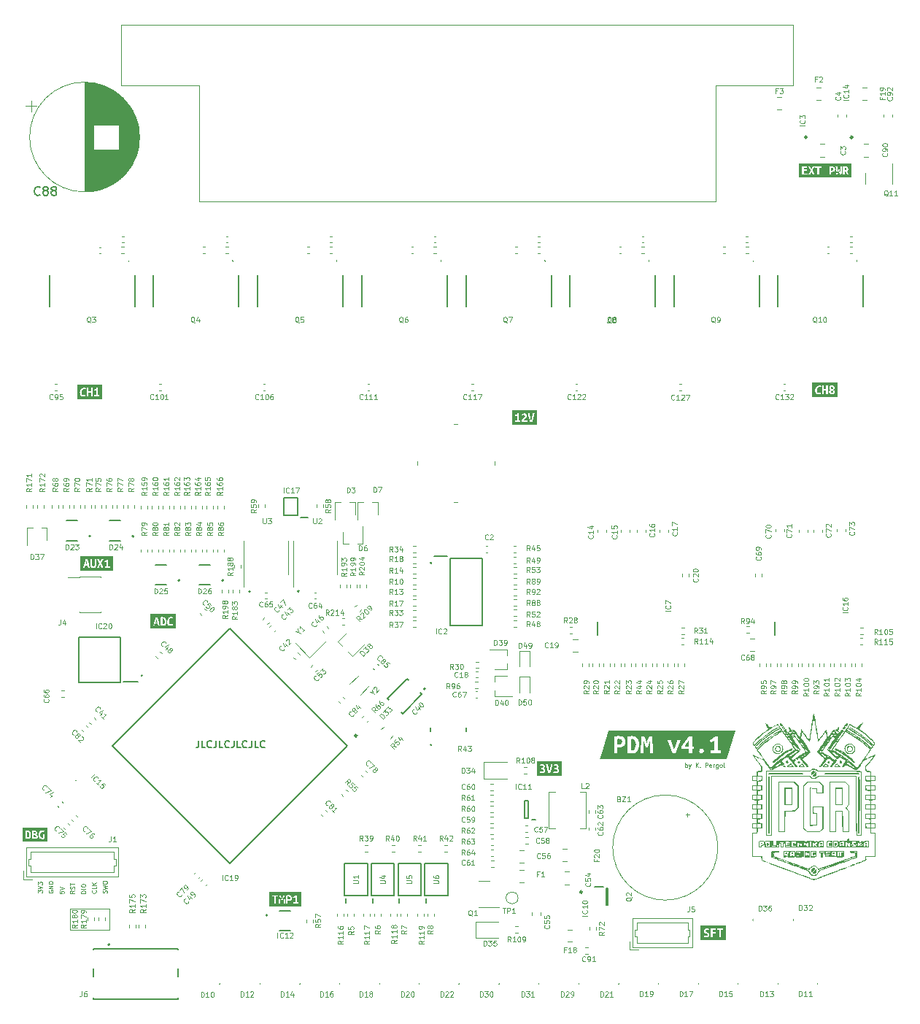
<source format=gbr>
%TF.GenerationSoftware,KiCad,Pcbnew,(6.0.8)*%
%TF.CreationDate,2024-02-14T13:25:33+01:00*%
%TF.ProjectId,pdms,70646d73-2e6b-4696-9361-645f70636258,rev?*%
%TF.SameCoordinates,Original*%
%TF.FileFunction,Legend,Top*%
%TF.FilePolarity,Positive*%
%FSLAX46Y46*%
G04 Gerber Fmt 4.6, Leading zero omitted, Abs format (unit mm)*
G04 Created by KiCad (PCBNEW (6.0.8)) date 2024-02-14 13:25:33*
%MOMM*%
%LPD*%
G01*
G04 APERTURE LIST*
%ADD10C,0.100000*%
%ADD11C,0.200000*%
%ADD12C,0.150000*%
%ADD13C,0.120000*%
%ADD14C,0.127000*%
%ADD15C,0.152400*%
%ADD16C,0.250000*%
G04 APERTURE END LIST*
D10*
X22861487Y-152093200D02*
X27408087Y-152093200D01*
X27408087Y-152093200D02*
X27408087Y-154557000D01*
X27408087Y-154557000D02*
X22861487Y-154557000D01*
X22861487Y-154557000D02*
X22861487Y-152093200D01*
X19157190Y-150250447D02*
X19157190Y-149940923D01*
X19347666Y-150107590D01*
X19347666Y-150036161D01*
X19371476Y-149988542D01*
X19395285Y-149964733D01*
X19442904Y-149940923D01*
X19561952Y-149940923D01*
X19609571Y-149964733D01*
X19633380Y-149988542D01*
X19657190Y-150036161D01*
X19657190Y-150179019D01*
X19633380Y-150226638D01*
X19609571Y-150250447D01*
X19157190Y-149798066D02*
X19657190Y-149631400D01*
X19157190Y-149464733D01*
X19157190Y-149345685D02*
X19157190Y-149036161D01*
X19347666Y-149202828D01*
X19347666Y-149131400D01*
X19371476Y-149083780D01*
X19395285Y-149059971D01*
X19442904Y-149036161D01*
X19561952Y-149036161D01*
X19609571Y-149059971D01*
X19633380Y-149083780D01*
X19657190Y-149131400D01*
X19657190Y-149274257D01*
X19633380Y-149321876D01*
X19609571Y-149345685D01*
X20400200Y-149986952D02*
X20376390Y-150034571D01*
X20376390Y-150106000D01*
X20400200Y-150177428D01*
X20447819Y-150225047D01*
X20495438Y-150248857D01*
X20590676Y-150272666D01*
X20662104Y-150272666D01*
X20757342Y-150248857D01*
X20804961Y-150225047D01*
X20852580Y-150177428D01*
X20876390Y-150106000D01*
X20876390Y-150058380D01*
X20852580Y-149986952D01*
X20828771Y-149963142D01*
X20662104Y-149963142D01*
X20662104Y-150058380D01*
X20876390Y-149748857D02*
X20376390Y-149748857D01*
X20876390Y-149463142D01*
X20376390Y-149463142D01*
X20876390Y-149225047D02*
X20376390Y-149225047D01*
X20376390Y-149106000D01*
X20400200Y-149034571D01*
X20447819Y-148986952D01*
X20495438Y-148963142D01*
X20590676Y-148939333D01*
X20662104Y-148939333D01*
X20757342Y-148963142D01*
X20804961Y-148986952D01*
X20852580Y-149034571D01*
X20876390Y-149106000D01*
X20876390Y-149225047D01*
X25857971Y-150005219D02*
X25881780Y-150029028D01*
X25905590Y-150100457D01*
X25905590Y-150148076D01*
X25881780Y-150219504D01*
X25834161Y-150267123D01*
X25786542Y-150290933D01*
X25691304Y-150314742D01*
X25619876Y-150314742D01*
X25524638Y-150290933D01*
X25477019Y-150267123D01*
X25429400Y-150219504D01*
X25405590Y-150148076D01*
X25405590Y-150100457D01*
X25429400Y-150029028D01*
X25453209Y-150005219D01*
X25905590Y-149552838D02*
X25905590Y-149790933D01*
X25405590Y-149790933D01*
X25905590Y-149386171D02*
X25405590Y-149386171D01*
X25905590Y-149100457D02*
X25619876Y-149314742D01*
X25405590Y-149100457D02*
X25691304Y-149386171D01*
D11*
X31200000Y-124993571D02*
X31139523Y-125054047D01*
X31200000Y-125114523D01*
X31260476Y-125054047D01*
X31200000Y-124993571D01*
X31200000Y-125114523D01*
D10*
X94260000Y-135726190D02*
X94260000Y-135226190D01*
X94260000Y-135416666D02*
X94307619Y-135392857D01*
X94402857Y-135392857D01*
X94450476Y-135416666D01*
X94474285Y-135440476D01*
X94498095Y-135488095D01*
X94498095Y-135630952D01*
X94474285Y-135678571D01*
X94450476Y-135702380D01*
X94402857Y-135726190D01*
X94307619Y-135726190D01*
X94260000Y-135702380D01*
X94664761Y-135392857D02*
X94783809Y-135726190D01*
X94902857Y-135392857D02*
X94783809Y-135726190D01*
X94736190Y-135845238D01*
X94712380Y-135869047D01*
X94664761Y-135892857D01*
X95474285Y-135726190D02*
X95474285Y-135226190D01*
X95760000Y-135726190D02*
X95545714Y-135440476D01*
X95760000Y-135226190D02*
X95474285Y-135511904D01*
X95974285Y-135678571D02*
X95998095Y-135702380D01*
X95974285Y-135726190D01*
X95950476Y-135702380D01*
X95974285Y-135678571D01*
X95974285Y-135726190D01*
X96593333Y-135726190D02*
X96593333Y-135226190D01*
X96783809Y-135226190D01*
X96831428Y-135250000D01*
X96855238Y-135273809D01*
X96879047Y-135321428D01*
X96879047Y-135392857D01*
X96855238Y-135440476D01*
X96831428Y-135464285D01*
X96783809Y-135488095D01*
X96593333Y-135488095D01*
X97283809Y-135702380D02*
X97236190Y-135726190D01*
X97140952Y-135726190D01*
X97093333Y-135702380D01*
X97069523Y-135654761D01*
X97069523Y-135464285D01*
X97093333Y-135416666D01*
X97140952Y-135392857D01*
X97236190Y-135392857D01*
X97283809Y-135416666D01*
X97307619Y-135464285D01*
X97307619Y-135511904D01*
X97069523Y-135559523D01*
X97521904Y-135726190D02*
X97521904Y-135392857D01*
X97521904Y-135488095D02*
X97545714Y-135440476D01*
X97569523Y-135416666D01*
X97617142Y-135392857D01*
X97664761Y-135392857D01*
X98045714Y-135392857D02*
X98045714Y-135797619D01*
X98021904Y-135845238D01*
X97998095Y-135869047D01*
X97950476Y-135892857D01*
X97879047Y-135892857D01*
X97831428Y-135869047D01*
X98045714Y-135702380D02*
X97998095Y-135726190D01*
X97902857Y-135726190D01*
X97855238Y-135702380D01*
X97831428Y-135678571D01*
X97807619Y-135630952D01*
X97807619Y-135488095D01*
X97831428Y-135440476D01*
X97855238Y-135416666D01*
X97902857Y-135392857D01*
X97998095Y-135392857D01*
X98045714Y-135416666D01*
X98355238Y-135726190D02*
X98307619Y-135702380D01*
X98283809Y-135678571D01*
X98260000Y-135630952D01*
X98260000Y-135488095D01*
X98283809Y-135440476D01*
X98307619Y-135416666D01*
X98355238Y-135392857D01*
X98426666Y-135392857D01*
X98474285Y-135416666D01*
X98498095Y-135440476D01*
X98521904Y-135488095D01*
X98521904Y-135630952D01*
X98498095Y-135678571D01*
X98474285Y-135702380D01*
X98426666Y-135726190D01*
X98355238Y-135726190D01*
X98807619Y-135726190D02*
X98760000Y-135702380D01*
X98736190Y-135654761D01*
X98736190Y-135226190D01*
X23390990Y-150032209D02*
X23152895Y-150198876D01*
X23390990Y-150317923D02*
X22890990Y-150317923D01*
X22890990Y-150127447D01*
X22914800Y-150079828D01*
X22938609Y-150056019D01*
X22986228Y-150032209D01*
X23057657Y-150032209D01*
X23105276Y-150056019D01*
X23129085Y-150079828D01*
X23152895Y-150127447D01*
X23152895Y-150317923D01*
X23367180Y-149841733D02*
X23390990Y-149770304D01*
X23390990Y-149651257D01*
X23367180Y-149603638D01*
X23343371Y-149579828D01*
X23295752Y-149556019D01*
X23248133Y-149556019D01*
X23200514Y-149579828D01*
X23176704Y-149603638D01*
X23152895Y-149651257D01*
X23129085Y-149746495D01*
X23105276Y-149794114D01*
X23081466Y-149817923D01*
X23033847Y-149841733D01*
X22986228Y-149841733D01*
X22938609Y-149817923D01*
X22914800Y-149794114D01*
X22890990Y-149746495D01*
X22890990Y-149627447D01*
X22914800Y-149556019D01*
X22890990Y-149413161D02*
X22890990Y-149127447D01*
X23390990Y-149270304D02*
X22890990Y-149270304D01*
D11*
X49380000Y-115233571D02*
X49319523Y-115294047D01*
X49380000Y-115354523D01*
X49440476Y-115294047D01*
X49380000Y-115233571D01*
X49380000Y-115354523D01*
X43713400Y-115261571D02*
X43652923Y-115322047D01*
X43713400Y-115382523D01*
X43773876Y-115322047D01*
X43713400Y-115261571D01*
X43713400Y-115382523D01*
D12*
X37784761Y-132651904D02*
X37784761Y-133223333D01*
X37746666Y-133337619D01*
X37670476Y-133413809D01*
X37556190Y-133451904D01*
X37480000Y-133451904D01*
X38546666Y-133451904D02*
X38165714Y-133451904D01*
X38165714Y-132651904D01*
X39270476Y-133375714D02*
X39232380Y-133413809D01*
X39118095Y-133451904D01*
X39041904Y-133451904D01*
X38927619Y-133413809D01*
X38851428Y-133337619D01*
X38813333Y-133261428D01*
X38775238Y-133109047D01*
X38775238Y-132994761D01*
X38813333Y-132842380D01*
X38851428Y-132766190D01*
X38927619Y-132690000D01*
X39041904Y-132651904D01*
X39118095Y-132651904D01*
X39232380Y-132690000D01*
X39270476Y-132728095D01*
X39841904Y-132651904D02*
X39841904Y-133223333D01*
X39803809Y-133337619D01*
X39727619Y-133413809D01*
X39613333Y-133451904D01*
X39537142Y-133451904D01*
X40603809Y-133451904D02*
X40222857Y-133451904D01*
X40222857Y-132651904D01*
X41327619Y-133375714D02*
X41289523Y-133413809D01*
X41175238Y-133451904D01*
X41099047Y-133451904D01*
X40984761Y-133413809D01*
X40908571Y-133337619D01*
X40870476Y-133261428D01*
X40832380Y-133109047D01*
X40832380Y-132994761D01*
X40870476Y-132842380D01*
X40908571Y-132766190D01*
X40984761Y-132690000D01*
X41099047Y-132651904D01*
X41175238Y-132651904D01*
X41289523Y-132690000D01*
X41327619Y-132728095D01*
X41899047Y-132651904D02*
X41899047Y-133223333D01*
X41860952Y-133337619D01*
X41784761Y-133413809D01*
X41670476Y-133451904D01*
X41594285Y-133451904D01*
X42660952Y-133451904D02*
X42280000Y-133451904D01*
X42280000Y-132651904D01*
X43384761Y-133375714D02*
X43346666Y-133413809D01*
X43232380Y-133451904D01*
X43156190Y-133451904D01*
X43041904Y-133413809D01*
X42965714Y-133337619D01*
X42927619Y-133261428D01*
X42889523Y-133109047D01*
X42889523Y-132994761D01*
X42927619Y-132842380D01*
X42965714Y-132766190D01*
X43041904Y-132690000D01*
X43156190Y-132651904D01*
X43232380Y-132651904D01*
X43346666Y-132690000D01*
X43384761Y-132728095D01*
X43956190Y-132651904D02*
X43956190Y-133223333D01*
X43918095Y-133337619D01*
X43841904Y-133413809D01*
X43727619Y-133451904D01*
X43651428Y-133451904D01*
X44718095Y-133451904D02*
X44337142Y-133451904D01*
X44337142Y-132651904D01*
X45441904Y-133375714D02*
X45403809Y-133413809D01*
X45289523Y-133451904D01*
X45213333Y-133451904D01*
X45099047Y-133413809D01*
X45022857Y-133337619D01*
X44984761Y-133261428D01*
X44946666Y-133109047D01*
X44946666Y-132994761D01*
X44984761Y-132842380D01*
X45022857Y-132766190D01*
X45099047Y-132690000D01*
X45213333Y-132651904D01*
X45289523Y-132651904D01*
X45403809Y-132690000D01*
X45441904Y-132728095D01*
D10*
X85740942Y-83507628D02*
X85798085Y-83536200D01*
X85855228Y-83593342D01*
X85940942Y-83679057D01*
X85998085Y-83707628D01*
X86055228Y-83707628D01*
X86026657Y-83564771D02*
X86083800Y-83593342D01*
X86140942Y-83650485D01*
X86169514Y-83764771D01*
X86169514Y-83964771D01*
X86140942Y-84079057D01*
X86083800Y-84136200D01*
X86026657Y-84164771D01*
X85912371Y-84164771D01*
X85855228Y-84136200D01*
X85798085Y-84079057D01*
X85769514Y-83964771D01*
X85769514Y-83764771D01*
X85798085Y-83650485D01*
X85855228Y-83593342D01*
X85912371Y-83564771D01*
X86026657Y-83564771D01*
X85569514Y-84164771D02*
X85169514Y-84164771D01*
X85426657Y-83564771D01*
D11*
X64760000Y-111943571D02*
X64699523Y-112004047D01*
X64760000Y-112064523D01*
X64820476Y-112004047D01*
X64760000Y-111943571D01*
X64760000Y-112064523D01*
D10*
X24660990Y-150321104D02*
X24160990Y-150321104D01*
X24160990Y-150202057D01*
X24184800Y-150130628D01*
X24232419Y-150083009D01*
X24280038Y-150059200D01*
X24375276Y-150035390D01*
X24446704Y-150035390D01*
X24541942Y-150059200D01*
X24589561Y-150083009D01*
X24637180Y-150130628D01*
X24660990Y-150202057D01*
X24660990Y-150321104D01*
X24660990Y-149821104D02*
X24160990Y-149821104D01*
X24160990Y-149487771D02*
X24160990Y-149392533D01*
X24184800Y-149344914D01*
X24232419Y-149297295D01*
X24327657Y-149273485D01*
X24494323Y-149273485D01*
X24589561Y-149297295D01*
X24637180Y-149344914D01*
X24660990Y-149392533D01*
X24660990Y-149487771D01*
X24637180Y-149535390D01*
X24589561Y-149583009D01*
X24494323Y-149606819D01*
X24327657Y-149606819D01*
X24232419Y-149583009D01*
X24184800Y-149535390D01*
X24160990Y-149487771D01*
X21671790Y-150082238D02*
X21671790Y-150320333D01*
X21909885Y-150344142D01*
X21886076Y-150320333D01*
X21862266Y-150272714D01*
X21862266Y-150153666D01*
X21886076Y-150106047D01*
X21909885Y-150082238D01*
X21957504Y-150058428D01*
X22076552Y-150058428D01*
X22124171Y-150082238D01*
X22147980Y-150106047D01*
X22171790Y-150153666D01*
X22171790Y-150272714D01*
X22147980Y-150320333D01*
X22124171Y-150344142D01*
X21671790Y-149915571D02*
X22171790Y-149748904D01*
X21671790Y-149582238D01*
X27126380Y-150296476D02*
X27150190Y-150225047D01*
X27150190Y-150106000D01*
X27126380Y-150058380D01*
X27102571Y-150034571D01*
X27054952Y-150010761D01*
X27007333Y-150010761D01*
X26959714Y-150034571D01*
X26935904Y-150058380D01*
X26912095Y-150106000D01*
X26888285Y-150201238D01*
X26864476Y-150248857D01*
X26840666Y-150272666D01*
X26793047Y-150296476D01*
X26745428Y-150296476D01*
X26697809Y-150272666D01*
X26674000Y-150248857D01*
X26650190Y-150201238D01*
X26650190Y-150082190D01*
X26674000Y-150010761D01*
X26650190Y-149844095D02*
X27150190Y-149725047D01*
X26793047Y-149629809D01*
X27150190Y-149534571D01*
X26650190Y-149415523D01*
X26650190Y-149129809D02*
X26650190Y-149034571D01*
X26674000Y-148986952D01*
X26721619Y-148939333D01*
X26816857Y-148915523D01*
X26983523Y-148915523D01*
X27078761Y-148939333D01*
X27126380Y-148986952D01*
X27150190Y-149034571D01*
X27150190Y-149129809D01*
X27126380Y-149177428D01*
X27078761Y-149225047D01*
X26983523Y-149248857D01*
X26816857Y-149248857D01*
X26721619Y-149225047D01*
X26674000Y-149177428D01*
X26650190Y-149129809D01*
%TO.C,R68*%
X21437428Y-103317714D02*
X21151714Y-103517714D01*
X21437428Y-103660571D02*
X20837428Y-103660571D01*
X20837428Y-103432000D01*
X20866000Y-103374857D01*
X20894571Y-103346285D01*
X20951714Y-103317714D01*
X21037428Y-103317714D01*
X21094571Y-103346285D01*
X21123142Y-103374857D01*
X21151714Y-103432000D01*
X21151714Y-103660571D01*
X20837428Y-102803428D02*
X20837428Y-102917714D01*
X20866000Y-102974857D01*
X20894571Y-103003428D01*
X20980285Y-103060571D01*
X21094571Y-103089142D01*
X21323142Y-103089142D01*
X21380285Y-103060571D01*
X21408857Y-103032000D01*
X21437428Y-102974857D01*
X21437428Y-102860571D01*
X21408857Y-102803428D01*
X21380285Y-102774857D01*
X21323142Y-102746285D01*
X21180285Y-102746285D01*
X21123142Y-102774857D01*
X21094571Y-102803428D01*
X21066000Y-102860571D01*
X21066000Y-102974857D01*
X21094571Y-103032000D01*
X21123142Y-103060571D01*
X21180285Y-103089142D01*
X21094571Y-102403428D02*
X21066000Y-102460571D01*
X21037428Y-102489142D01*
X20980285Y-102517714D01*
X20951714Y-102517714D01*
X20894571Y-102489142D01*
X20866000Y-102460571D01*
X20837428Y-102403428D01*
X20837428Y-102289142D01*
X20866000Y-102232000D01*
X20894571Y-102203428D01*
X20951714Y-102174857D01*
X20980285Y-102174857D01*
X21037428Y-102203428D01*
X21066000Y-102232000D01*
X21094571Y-102289142D01*
X21094571Y-102403428D01*
X21123142Y-102460571D01*
X21151714Y-102489142D01*
X21208857Y-102517714D01*
X21323142Y-102517714D01*
X21380285Y-102489142D01*
X21408857Y-102460571D01*
X21437428Y-102403428D01*
X21437428Y-102289142D01*
X21408857Y-102232000D01*
X21380285Y-102203428D01*
X21323142Y-102174857D01*
X21208857Y-102174857D01*
X21151714Y-102203428D01*
X21123142Y-102232000D01*
X21094571Y-102289142D01*
%TO.C,C3*%
X112787085Y-64260400D02*
X112815657Y-64288971D01*
X112844228Y-64374685D01*
X112844228Y-64431828D01*
X112815657Y-64517542D01*
X112758514Y-64574685D01*
X112701371Y-64603257D01*
X112587085Y-64631828D01*
X112501371Y-64631828D01*
X112387085Y-64603257D01*
X112329942Y-64574685D01*
X112272800Y-64517542D01*
X112244228Y-64431828D01*
X112244228Y-64374685D01*
X112272800Y-64288971D01*
X112301371Y-64260400D01*
X112244228Y-64060400D02*
X112244228Y-63688971D01*
X112472800Y-63888971D01*
X112472800Y-63803257D01*
X112501371Y-63746114D01*
X112529942Y-63717542D01*
X112587085Y-63688971D01*
X112729942Y-63688971D01*
X112787085Y-63717542D01*
X112815657Y-63746114D01*
X112844228Y-63803257D01*
X112844228Y-63974685D01*
X112815657Y-64031828D01*
X112787085Y-64060400D01*
%TO.C,C91*%
X82672285Y-158202285D02*
X82643714Y-158230857D01*
X82558000Y-158259428D01*
X82500857Y-158259428D01*
X82415142Y-158230857D01*
X82358000Y-158173714D01*
X82329428Y-158116571D01*
X82300857Y-158002285D01*
X82300857Y-157916571D01*
X82329428Y-157802285D01*
X82358000Y-157745142D01*
X82415142Y-157688000D01*
X82500857Y-157659428D01*
X82558000Y-157659428D01*
X82643714Y-157688000D01*
X82672285Y-157716571D01*
X82958000Y-158259428D02*
X83072285Y-158259428D01*
X83129428Y-158230857D01*
X83158000Y-158202285D01*
X83215142Y-158116571D01*
X83243714Y-158002285D01*
X83243714Y-157773714D01*
X83215142Y-157716571D01*
X83186571Y-157688000D01*
X83129428Y-157659428D01*
X83015142Y-157659428D01*
X82958000Y-157688000D01*
X82929428Y-157716571D01*
X82900857Y-157773714D01*
X82900857Y-157916571D01*
X82929428Y-157973714D01*
X82958000Y-158002285D01*
X83015142Y-158030857D01*
X83129428Y-158030857D01*
X83186571Y-158002285D01*
X83215142Y-157973714D01*
X83243714Y-157916571D01*
X83815142Y-158259428D02*
X83472285Y-158259428D01*
X83643714Y-158259428D02*
X83643714Y-157659428D01*
X83586571Y-157745142D01*
X83529428Y-157802285D01*
X83472285Y-157830857D01*
%TO.C,R102*%
X112186628Y-127092290D02*
X111900914Y-127292290D01*
X112186628Y-127435147D02*
X111586628Y-127435147D01*
X111586628Y-127206576D01*
X111615200Y-127149433D01*
X111643771Y-127120862D01*
X111700914Y-127092290D01*
X111786628Y-127092290D01*
X111843771Y-127120862D01*
X111872342Y-127149433D01*
X111900914Y-127206576D01*
X111900914Y-127435147D01*
X112186628Y-126520862D02*
X112186628Y-126863719D01*
X112186628Y-126692290D02*
X111586628Y-126692290D01*
X111672342Y-126749433D01*
X111729485Y-126806576D01*
X111758057Y-126863719D01*
X111586628Y-126149433D02*
X111586628Y-126092290D01*
X111615200Y-126035147D01*
X111643771Y-126006576D01*
X111700914Y-125978004D01*
X111815200Y-125949433D01*
X111958057Y-125949433D01*
X112072342Y-125978004D01*
X112129485Y-126006576D01*
X112158057Y-126035147D01*
X112186628Y-126092290D01*
X112186628Y-126149433D01*
X112158057Y-126206576D01*
X112129485Y-126235147D01*
X112072342Y-126263719D01*
X111958057Y-126292290D01*
X111815200Y-126292290D01*
X111700914Y-126263719D01*
X111643771Y-126235147D01*
X111615200Y-126206576D01*
X111586628Y-126149433D01*
X111643771Y-125720862D02*
X111615200Y-125692290D01*
X111586628Y-125635147D01*
X111586628Y-125492290D01*
X111615200Y-125435147D01*
X111643771Y-125406576D01*
X111700914Y-125378004D01*
X111758057Y-125378004D01*
X111843771Y-125406576D01*
X112186628Y-125749433D01*
X112186628Y-125378004D01*
%TO.C,C78*%
X57408646Y-135499241D02*
X57368240Y-135499241D01*
X57287428Y-135458835D01*
X57247022Y-135418429D01*
X57206616Y-135337617D01*
X57206616Y-135256805D01*
X57226819Y-135196195D01*
X57287428Y-135095180D01*
X57348037Y-135034571D01*
X57449053Y-134973962D01*
X57509662Y-134953759D01*
X57590474Y-134953759D01*
X57671286Y-134994165D01*
X57711692Y-135034571D01*
X57752098Y-135115383D01*
X57752098Y-135155789D01*
X57933926Y-135256805D02*
X58216768Y-135539647D01*
X57610677Y-135782084D01*
X58257175Y-135943708D02*
X58236972Y-135883099D01*
X58236972Y-135842693D01*
X58257175Y-135782084D01*
X58277378Y-135761881D01*
X58337987Y-135741678D01*
X58378393Y-135741678D01*
X58439002Y-135761881D01*
X58519814Y-135842693D01*
X58540017Y-135903302D01*
X58540017Y-135943708D01*
X58519814Y-136004317D01*
X58499611Y-136024521D01*
X58439002Y-136044724D01*
X58398596Y-136044724D01*
X58337987Y-136024521D01*
X58257175Y-135943708D01*
X58196565Y-135923505D01*
X58156159Y-135923505D01*
X58095550Y-135943708D01*
X58014738Y-136024521D01*
X57994535Y-136085130D01*
X57994535Y-136125536D01*
X58014738Y-136186145D01*
X58095550Y-136266957D01*
X58156159Y-136287160D01*
X58196565Y-136287160D01*
X58257175Y-136266957D01*
X58337987Y-136186145D01*
X58358190Y-136125536D01*
X58358190Y-136085130D01*
X58337987Y-136024521D01*
%TO.C,R83*%
X36857428Y-108445714D02*
X36571714Y-108645714D01*
X36857428Y-108788571D02*
X36257428Y-108788571D01*
X36257428Y-108560000D01*
X36286000Y-108502857D01*
X36314571Y-108474285D01*
X36371714Y-108445714D01*
X36457428Y-108445714D01*
X36514571Y-108474285D01*
X36543142Y-108502857D01*
X36571714Y-108560000D01*
X36571714Y-108788571D01*
X36514571Y-108102857D02*
X36486000Y-108160000D01*
X36457428Y-108188571D01*
X36400285Y-108217142D01*
X36371714Y-108217142D01*
X36314571Y-108188571D01*
X36286000Y-108160000D01*
X36257428Y-108102857D01*
X36257428Y-107988571D01*
X36286000Y-107931428D01*
X36314571Y-107902857D01*
X36371714Y-107874285D01*
X36400285Y-107874285D01*
X36457428Y-107902857D01*
X36486000Y-107931428D01*
X36514571Y-107988571D01*
X36514571Y-108102857D01*
X36543142Y-108160000D01*
X36571714Y-108188571D01*
X36628857Y-108217142D01*
X36743142Y-108217142D01*
X36800285Y-108188571D01*
X36828857Y-108160000D01*
X36857428Y-108102857D01*
X36857428Y-107988571D01*
X36828857Y-107931428D01*
X36800285Y-107902857D01*
X36743142Y-107874285D01*
X36628857Y-107874285D01*
X36571714Y-107902857D01*
X36543142Y-107931428D01*
X36514571Y-107988571D01*
X36257428Y-107674285D02*
X36257428Y-107302857D01*
X36486000Y-107502857D01*
X36486000Y-107417142D01*
X36514571Y-107360000D01*
X36543142Y-107331428D01*
X36600285Y-107302857D01*
X36743142Y-107302857D01*
X36800285Y-107331428D01*
X36828857Y-107360000D01*
X36857428Y-107417142D01*
X36857428Y-107588571D01*
X36828857Y-107645714D01*
X36800285Y-107674285D01*
%TO.C,R17*%
X60314845Y-116998595D02*
X60114845Y-116712881D01*
X59971988Y-116998595D02*
X59971988Y-116398595D01*
X60200560Y-116398595D01*
X60257702Y-116427167D01*
X60286274Y-116455738D01*
X60314845Y-116512881D01*
X60314845Y-116598595D01*
X60286274Y-116655738D01*
X60257702Y-116684309D01*
X60200560Y-116712881D01*
X59971988Y-116712881D01*
X60886274Y-116998595D02*
X60543417Y-116998595D01*
X60714845Y-116998595D02*
X60714845Y-116398595D01*
X60657702Y-116484309D01*
X60600560Y-116541452D01*
X60543417Y-116570024D01*
X61086274Y-116398595D02*
X61486274Y-116398595D01*
X61229131Y-116998595D01*
%TO.C,Q6*%
X61512457Y-84140171D02*
X61455314Y-84111600D01*
X61398171Y-84054457D01*
X61312457Y-83968742D01*
X61255314Y-83940171D01*
X61198171Y-83940171D01*
X61226742Y-84083028D02*
X61169600Y-84054457D01*
X61112457Y-83997314D01*
X61083885Y-83883028D01*
X61083885Y-83683028D01*
X61112457Y-83568742D01*
X61169600Y-83511600D01*
X61226742Y-83483028D01*
X61341028Y-83483028D01*
X61398171Y-83511600D01*
X61455314Y-83568742D01*
X61483885Y-83683028D01*
X61483885Y-83883028D01*
X61455314Y-83997314D01*
X61398171Y-84054457D01*
X61341028Y-84083028D01*
X61226742Y-84083028D01*
X61998171Y-83483028D02*
X61883885Y-83483028D01*
X61826742Y-83511600D01*
X61798171Y-83540171D01*
X61741028Y-83625885D01*
X61712457Y-83740171D01*
X61712457Y-83968742D01*
X61741028Y-84025885D01*
X61769600Y-84054457D01*
X61826742Y-84083028D01*
X61941028Y-84083028D01*
X61998171Y-84054457D01*
X62026742Y-84025885D01*
X62055314Y-83968742D01*
X62055314Y-83825885D01*
X62026742Y-83768742D01*
X61998171Y-83740171D01*
X61941028Y-83711600D01*
X61826742Y-83711600D01*
X61769600Y-83740171D01*
X61741028Y-83768742D01*
X61712457Y-83825885D01*
%TO.C,R115*%
X116568571Y-121441428D02*
X116368571Y-121155714D01*
X116225714Y-121441428D02*
X116225714Y-120841428D01*
X116454285Y-120841428D01*
X116511428Y-120870000D01*
X116540000Y-120898571D01*
X116568571Y-120955714D01*
X116568571Y-121041428D01*
X116540000Y-121098571D01*
X116511428Y-121127142D01*
X116454285Y-121155714D01*
X116225714Y-121155714D01*
X117140000Y-121441428D02*
X116797142Y-121441428D01*
X116968571Y-121441428D02*
X116968571Y-120841428D01*
X116911428Y-120927142D01*
X116854285Y-120984285D01*
X116797142Y-121012857D01*
X117711428Y-121441428D02*
X117368571Y-121441428D01*
X117540000Y-121441428D02*
X117540000Y-120841428D01*
X117482857Y-120927142D01*
X117425714Y-120984285D01*
X117368571Y-121012857D01*
X118254285Y-120841428D02*
X117968571Y-120841428D01*
X117940000Y-121127142D01*
X117968571Y-121098571D01*
X118025714Y-121070000D01*
X118168571Y-121070000D01*
X118225714Y-121098571D01*
X118254285Y-121127142D01*
X118282857Y-121184285D01*
X118282857Y-121327142D01*
X118254285Y-121384285D01*
X118225714Y-121412857D01*
X118168571Y-121441428D01*
X118025714Y-121441428D01*
X117968571Y-121412857D01*
X117940000Y-121384285D01*
%TO.C,R98*%
X106006628Y-126804576D02*
X105720914Y-127004576D01*
X106006628Y-127147433D02*
X105406628Y-127147433D01*
X105406628Y-126918862D01*
X105435200Y-126861719D01*
X105463771Y-126833147D01*
X105520914Y-126804576D01*
X105606628Y-126804576D01*
X105663771Y-126833147D01*
X105692342Y-126861719D01*
X105720914Y-126918862D01*
X105720914Y-127147433D01*
X106006628Y-126518862D02*
X106006628Y-126404576D01*
X105978057Y-126347433D01*
X105949485Y-126318862D01*
X105863771Y-126261719D01*
X105749485Y-126233147D01*
X105520914Y-126233147D01*
X105463771Y-126261719D01*
X105435200Y-126290290D01*
X105406628Y-126347433D01*
X105406628Y-126461719D01*
X105435200Y-126518862D01*
X105463771Y-126547433D01*
X105520914Y-126576004D01*
X105663771Y-126576004D01*
X105720914Y-126547433D01*
X105749485Y-126518862D01*
X105778057Y-126461719D01*
X105778057Y-126347433D01*
X105749485Y-126290290D01*
X105720914Y-126261719D01*
X105663771Y-126233147D01*
X105663771Y-125890290D02*
X105635200Y-125947433D01*
X105606628Y-125976004D01*
X105549485Y-126004576D01*
X105520914Y-126004576D01*
X105463771Y-125976004D01*
X105435200Y-125947433D01*
X105406628Y-125890290D01*
X105406628Y-125776004D01*
X105435200Y-125718862D01*
X105463771Y-125690290D01*
X105520914Y-125661719D01*
X105549485Y-125661719D01*
X105606628Y-125690290D01*
X105635200Y-125718862D01*
X105663771Y-125776004D01*
X105663771Y-125890290D01*
X105692342Y-125947433D01*
X105720914Y-125976004D01*
X105778057Y-126004576D01*
X105892342Y-126004576D01*
X105949485Y-125976004D01*
X105978057Y-125947433D01*
X106006628Y-125890290D01*
X106006628Y-125776004D01*
X105978057Y-125718862D01*
X105949485Y-125690290D01*
X105892342Y-125661719D01*
X105778057Y-125661719D01*
X105720914Y-125690290D01*
X105692342Y-125718862D01*
X105663771Y-125776004D01*
%TO.C,D18*%
X56471628Y-162332228D02*
X56471628Y-161732228D01*
X56614485Y-161732228D01*
X56700200Y-161760800D01*
X56757342Y-161817942D01*
X56785914Y-161875085D01*
X56814485Y-161989371D01*
X56814485Y-162075085D01*
X56785914Y-162189371D01*
X56757342Y-162246514D01*
X56700200Y-162303657D01*
X56614485Y-162332228D01*
X56471628Y-162332228D01*
X57385914Y-162332228D02*
X57043057Y-162332228D01*
X57214485Y-162332228D02*
X57214485Y-161732228D01*
X57157342Y-161817942D01*
X57100200Y-161875085D01*
X57043057Y-161903657D01*
X57728771Y-161989371D02*
X57671628Y-161960800D01*
X57643057Y-161932228D01*
X57614485Y-161875085D01*
X57614485Y-161846514D01*
X57643057Y-161789371D01*
X57671628Y-161760800D01*
X57728771Y-161732228D01*
X57843057Y-161732228D01*
X57900200Y-161760800D01*
X57928771Y-161789371D01*
X57957342Y-161846514D01*
X57957342Y-161875085D01*
X57928771Y-161932228D01*
X57900200Y-161960800D01*
X57843057Y-161989371D01*
X57728771Y-161989371D01*
X57671628Y-162017942D01*
X57643057Y-162046514D01*
X57614485Y-162103657D01*
X57614485Y-162217942D01*
X57643057Y-162275085D01*
X57671628Y-162303657D01*
X57728771Y-162332228D01*
X57843057Y-162332228D01*
X57900200Y-162303657D01*
X57928771Y-162275085D01*
X57957342Y-162217942D01*
X57957342Y-162103657D01*
X57928771Y-162046514D01*
X57900200Y-162017942D01*
X57843057Y-161989371D01*
%TO.C,R77*%
X28982428Y-103317714D02*
X28696714Y-103517714D01*
X28982428Y-103660571D02*
X28382428Y-103660571D01*
X28382428Y-103432000D01*
X28411000Y-103374857D01*
X28439571Y-103346285D01*
X28496714Y-103317714D01*
X28582428Y-103317714D01*
X28639571Y-103346285D01*
X28668142Y-103374857D01*
X28696714Y-103432000D01*
X28696714Y-103660571D01*
X28382428Y-103117714D02*
X28382428Y-102717714D01*
X28982428Y-102974857D01*
X28382428Y-102546285D02*
X28382428Y-102146285D01*
X28982428Y-102403428D01*
%TO.C,R72*%
X84853428Y-154817714D02*
X84567714Y-155017714D01*
X84853428Y-155160571D02*
X84253428Y-155160571D01*
X84253428Y-154932000D01*
X84282000Y-154874857D01*
X84310571Y-154846285D01*
X84367714Y-154817714D01*
X84453428Y-154817714D01*
X84510571Y-154846285D01*
X84539142Y-154874857D01*
X84567714Y-154932000D01*
X84567714Y-155160571D01*
X84253428Y-154617714D02*
X84253428Y-154217714D01*
X84853428Y-154474857D01*
X84310571Y-154017714D02*
X84282000Y-153989142D01*
X84253428Y-153932000D01*
X84253428Y-153789142D01*
X84282000Y-153732000D01*
X84310571Y-153703428D01*
X84367714Y-153674857D01*
X84424857Y-153674857D01*
X84510571Y-153703428D01*
X84853428Y-154046285D01*
X84853428Y-153674857D01*
%TO.C,R25*%
X91601428Y-126807376D02*
X91315714Y-127007376D01*
X91601428Y-127150233D02*
X91001428Y-127150233D01*
X91001428Y-126921662D01*
X91030000Y-126864519D01*
X91058571Y-126835947D01*
X91115714Y-126807376D01*
X91201428Y-126807376D01*
X91258571Y-126835947D01*
X91287142Y-126864519D01*
X91315714Y-126921662D01*
X91315714Y-127150233D01*
X91058571Y-126578804D02*
X91030000Y-126550233D01*
X91001428Y-126493090D01*
X91001428Y-126350233D01*
X91030000Y-126293090D01*
X91058571Y-126264519D01*
X91115714Y-126235947D01*
X91172857Y-126235947D01*
X91258571Y-126264519D01*
X91601428Y-126607376D01*
X91601428Y-126235947D01*
X91001428Y-125693090D02*
X91001428Y-125978804D01*
X91287142Y-126007376D01*
X91258571Y-125978804D01*
X91230000Y-125921662D01*
X91230000Y-125778804D01*
X91258571Y-125721662D01*
X91287142Y-125693090D01*
X91344285Y-125664519D01*
X91487142Y-125664519D01*
X91544285Y-125693090D01*
X91572857Y-125721662D01*
X91601428Y-125778804D01*
X91601428Y-125921662D01*
X91572857Y-125978804D01*
X91544285Y-126007376D01*
%TO.C,C73*%
X113837285Y-108415514D02*
X113865857Y-108444085D01*
X113894428Y-108529800D01*
X113894428Y-108586942D01*
X113865857Y-108672657D01*
X113808714Y-108729800D01*
X113751571Y-108758371D01*
X113637285Y-108786942D01*
X113551571Y-108786942D01*
X113437285Y-108758371D01*
X113380142Y-108729800D01*
X113323000Y-108672657D01*
X113294428Y-108586942D01*
X113294428Y-108529800D01*
X113323000Y-108444085D01*
X113351571Y-108415514D01*
X113294428Y-108215514D02*
X113294428Y-107815514D01*
X113894428Y-108072657D01*
X113294428Y-107644085D02*
X113294428Y-107272657D01*
X113523000Y-107472657D01*
X113523000Y-107386942D01*
X113551571Y-107329800D01*
X113580142Y-107301228D01*
X113637285Y-107272657D01*
X113780142Y-107272657D01*
X113837285Y-107301228D01*
X113865857Y-107329800D01*
X113894428Y-107386942D01*
X113894428Y-107558371D01*
X113865857Y-107615514D01*
X113837285Y-107644085D01*
%TO.C,Q4*%
X37331657Y-84139371D02*
X37274514Y-84110800D01*
X37217371Y-84053657D01*
X37131657Y-83967942D01*
X37074514Y-83939371D01*
X37017371Y-83939371D01*
X37045942Y-84082228D02*
X36988800Y-84053657D01*
X36931657Y-83996514D01*
X36903085Y-83882228D01*
X36903085Y-83682228D01*
X36931657Y-83567942D01*
X36988800Y-83510800D01*
X37045942Y-83482228D01*
X37160228Y-83482228D01*
X37217371Y-83510800D01*
X37274514Y-83567942D01*
X37303085Y-83682228D01*
X37303085Y-83882228D01*
X37274514Y-83996514D01*
X37217371Y-84053657D01*
X37160228Y-84082228D01*
X37045942Y-84082228D01*
X37817371Y-83682228D02*
X37817371Y-84082228D01*
X37674514Y-83453657D02*
X37531657Y-83882228D01*
X37903085Y-83882228D01*
%TO.C,J5*%
X94720000Y-151871428D02*
X94720000Y-152300000D01*
X94691428Y-152385714D01*
X94634285Y-152442857D01*
X94548571Y-152471428D01*
X94491428Y-152471428D01*
X95291428Y-151871428D02*
X95005714Y-151871428D01*
X94977142Y-152157142D01*
X95005714Y-152128571D01*
X95062857Y-152100000D01*
X95205714Y-152100000D01*
X95262857Y-152128571D01*
X95291428Y-152157142D01*
X95320000Y-152214285D01*
X95320000Y-152357142D01*
X95291428Y-152414285D01*
X95262857Y-152442857D01*
X95205714Y-152471428D01*
X95062857Y-152471428D01*
X95005714Y-152442857D01*
X94977142Y-152414285D01*
%TO.C,R173*%
X31640428Y-152182428D02*
X31354714Y-152382428D01*
X31640428Y-152525285D02*
X31040428Y-152525285D01*
X31040428Y-152296714D01*
X31069000Y-152239571D01*
X31097571Y-152211000D01*
X31154714Y-152182428D01*
X31240428Y-152182428D01*
X31297571Y-152211000D01*
X31326142Y-152239571D01*
X31354714Y-152296714D01*
X31354714Y-152525285D01*
X31640428Y-151611000D02*
X31640428Y-151953857D01*
X31640428Y-151782428D02*
X31040428Y-151782428D01*
X31126142Y-151839571D01*
X31183285Y-151896714D01*
X31211857Y-151953857D01*
X31040428Y-151411000D02*
X31040428Y-151011000D01*
X31640428Y-151268142D01*
X31040428Y-150839571D02*
X31040428Y-150468142D01*
X31269000Y-150668142D01*
X31269000Y-150582428D01*
X31297571Y-150525285D01*
X31326142Y-150496714D01*
X31383285Y-150468142D01*
X31526142Y-150468142D01*
X31583285Y-150496714D01*
X31611857Y-150525285D01*
X31640428Y-150582428D01*
X31640428Y-150753857D01*
X31611857Y-150811000D01*
X31583285Y-150839571D01*
%TO.C,D10*%
X38082028Y-162383028D02*
X38082028Y-161783028D01*
X38224885Y-161783028D01*
X38310600Y-161811600D01*
X38367742Y-161868742D01*
X38396314Y-161925885D01*
X38424885Y-162040171D01*
X38424885Y-162125885D01*
X38396314Y-162240171D01*
X38367742Y-162297314D01*
X38310600Y-162354457D01*
X38224885Y-162383028D01*
X38082028Y-162383028D01*
X38996314Y-162383028D02*
X38653457Y-162383028D01*
X38824885Y-162383028D02*
X38824885Y-161783028D01*
X38767742Y-161868742D01*
X38710600Y-161925885D01*
X38653457Y-161954457D01*
X39367742Y-161783028D02*
X39424885Y-161783028D01*
X39482028Y-161811600D01*
X39510600Y-161840171D01*
X39539171Y-161897314D01*
X39567742Y-162011600D01*
X39567742Y-162154457D01*
X39539171Y-162268742D01*
X39510600Y-162325885D01*
X39482028Y-162354457D01*
X39424885Y-162383028D01*
X39367742Y-162383028D01*
X39310600Y-162354457D01*
X39282028Y-162325885D01*
X39253457Y-162268742D01*
X39224885Y-162154457D01*
X39224885Y-162011600D01*
X39253457Y-161897314D01*
X39282028Y-161840171D01*
X39310600Y-161811600D01*
X39367742Y-161783028D01*
%TO.C,R59*%
X44467428Y-105795714D02*
X44181714Y-105995714D01*
X44467428Y-106138571D02*
X43867428Y-106138571D01*
X43867428Y-105910000D01*
X43896000Y-105852857D01*
X43924571Y-105824285D01*
X43981714Y-105795714D01*
X44067428Y-105795714D01*
X44124571Y-105824285D01*
X44153142Y-105852857D01*
X44181714Y-105910000D01*
X44181714Y-106138571D01*
X43867428Y-105252857D02*
X43867428Y-105538571D01*
X44153142Y-105567142D01*
X44124571Y-105538571D01*
X44096000Y-105481428D01*
X44096000Y-105338571D01*
X44124571Y-105281428D01*
X44153142Y-105252857D01*
X44210285Y-105224285D01*
X44353142Y-105224285D01*
X44410285Y-105252857D01*
X44438857Y-105281428D01*
X44467428Y-105338571D01*
X44467428Y-105481428D01*
X44438857Y-105538571D01*
X44410285Y-105567142D01*
X44467428Y-104938571D02*
X44467428Y-104824285D01*
X44438857Y-104767142D01*
X44410285Y-104738571D01*
X44324571Y-104681428D01*
X44210285Y-104652857D01*
X43981714Y-104652857D01*
X43924571Y-104681428D01*
X43896000Y-104710000D01*
X43867428Y-104767142D01*
X43867428Y-104881428D01*
X43896000Y-104938571D01*
X43924571Y-104967142D01*
X43981714Y-104995714D01*
X44124571Y-104995714D01*
X44181714Y-104967142D01*
X44210285Y-104938571D01*
X44238857Y-104881428D01*
X44238857Y-104767142D01*
X44210285Y-104710000D01*
X44181714Y-104681428D01*
X44124571Y-104652857D01*
%TO.C,C70*%
X104137285Y-108740514D02*
X104165857Y-108769085D01*
X104194428Y-108854800D01*
X104194428Y-108911942D01*
X104165857Y-108997657D01*
X104108714Y-109054800D01*
X104051571Y-109083371D01*
X103937285Y-109111942D01*
X103851571Y-109111942D01*
X103737285Y-109083371D01*
X103680142Y-109054800D01*
X103623000Y-108997657D01*
X103594428Y-108911942D01*
X103594428Y-108854800D01*
X103623000Y-108769085D01*
X103651571Y-108740514D01*
X103594428Y-108540514D02*
X103594428Y-108140514D01*
X104194428Y-108397657D01*
X103594428Y-107797657D02*
X103594428Y-107740514D01*
X103623000Y-107683371D01*
X103651571Y-107654800D01*
X103708714Y-107626228D01*
X103823000Y-107597657D01*
X103965857Y-107597657D01*
X104080142Y-107626228D01*
X104137285Y-107654800D01*
X104165857Y-107683371D01*
X104194428Y-107740514D01*
X104194428Y-107797657D01*
X104165857Y-107854800D01*
X104137285Y-107883371D01*
X104080142Y-107911942D01*
X103965857Y-107940514D01*
X103823000Y-107940514D01*
X103708714Y-107911942D01*
X103651571Y-107883371D01*
X103623000Y-107854800D01*
X103594428Y-107797657D01*
%TO.C,R101*%
X110946628Y-127090290D02*
X110660914Y-127290290D01*
X110946628Y-127433147D02*
X110346628Y-127433147D01*
X110346628Y-127204576D01*
X110375200Y-127147433D01*
X110403771Y-127118862D01*
X110460914Y-127090290D01*
X110546628Y-127090290D01*
X110603771Y-127118862D01*
X110632342Y-127147433D01*
X110660914Y-127204576D01*
X110660914Y-127433147D01*
X110946628Y-126518862D02*
X110946628Y-126861719D01*
X110946628Y-126690290D02*
X110346628Y-126690290D01*
X110432342Y-126747433D01*
X110489485Y-126804576D01*
X110518057Y-126861719D01*
X110346628Y-126147433D02*
X110346628Y-126090290D01*
X110375200Y-126033147D01*
X110403771Y-126004576D01*
X110460914Y-125976004D01*
X110575200Y-125947433D01*
X110718057Y-125947433D01*
X110832342Y-125976004D01*
X110889485Y-126004576D01*
X110918057Y-126033147D01*
X110946628Y-126090290D01*
X110946628Y-126147433D01*
X110918057Y-126204576D01*
X110889485Y-126233147D01*
X110832342Y-126261719D01*
X110718057Y-126290290D01*
X110575200Y-126290290D01*
X110460914Y-126261719D01*
X110403771Y-126233147D01*
X110375200Y-126204576D01*
X110346628Y-126147433D01*
X110946628Y-125376004D02*
X110946628Y-125718862D01*
X110946628Y-125547433D02*
X110346628Y-125547433D01*
X110432342Y-125604576D01*
X110489485Y-125661719D01*
X110518057Y-125718862D01*
%TO.C,IC7*%
X92546428Y-117585714D02*
X91946428Y-117585714D01*
X92489285Y-116957142D02*
X92517857Y-116985714D01*
X92546428Y-117071428D01*
X92546428Y-117128571D01*
X92517857Y-117214285D01*
X92460714Y-117271428D01*
X92403571Y-117300000D01*
X92289285Y-117328571D01*
X92203571Y-117328571D01*
X92089285Y-117300000D01*
X92032142Y-117271428D01*
X91975000Y-117214285D01*
X91946428Y-117128571D01*
X91946428Y-117071428D01*
X91975000Y-116985714D01*
X92003571Y-116957142D01*
X91946428Y-116757142D02*
X91946428Y-116357142D01*
X92546428Y-116614285D01*
%TO.C,D21*%
X84411628Y-162332228D02*
X84411628Y-161732228D01*
X84554485Y-161732228D01*
X84640200Y-161760800D01*
X84697342Y-161817942D01*
X84725914Y-161875085D01*
X84754485Y-161989371D01*
X84754485Y-162075085D01*
X84725914Y-162189371D01*
X84697342Y-162246514D01*
X84640200Y-162303657D01*
X84554485Y-162332228D01*
X84411628Y-162332228D01*
X84983057Y-161789371D02*
X85011628Y-161760800D01*
X85068771Y-161732228D01*
X85211628Y-161732228D01*
X85268771Y-161760800D01*
X85297342Y-161789371D01*
X85325914Y-161846514D01*
X85325914Y-161903657D01*
X85297342Y-161989371D01*
X84954485Y-162332228D01*
X85325914Y-162332228D01*
X85897342Y-162332228D02*
X85554485Y-162332228D01*
X85725914Y-162332228D02*
X85725914Y-161732228D01*
X85668771Y-161817942D01*
X85611628Y-161875085D01*
X85554485Y-161903657D01*
%TO.C,R37*%
X60314845Y-119488595D02*
X60114845Y-119202881D01*
X59971988Y-119488595D02*
X59971988Y-118888595D01*
X60200560Y-118888595D01*
X60257702Y-118917167D01*
X60286274Y-118945738D01*
X60314845Y-119002881D01*
X60314845Y-119088595D01*
X60286274Y-119145738D01*
X60257702Y-119174309D01*
X60200560Y-119202881D01*
X59971988Y-119202881D01*
X60514845Y-118888595D02*
X60886274Y-118888595D01*
X60686274Y-119117167D01*
X60771988Y-119117167D01*
X60829131Y-119145738D01*
X60857702Y-119174309D01*
X60886274Y-119231452D01*
X60886274Y-119374309D01*
X60857702Y-119431452D01*
X60829131Y-119460024D01*
X60771988Y-119488595D01*
X60600560Y-119488595D01*
X60543417Y-119460024D01*
X60514845Y-119431452D01*
X61086274Y-118888595D02*
X61486274Y-118888595D01*
X61229131Y-119488595D01*
%TO.C,C2*%
X71383333Y-109271452D02*
X71354761Y-109300024D01*
X71269047Y-109328595D01*
X71211904Y-109328595D01*
X71126190Y-109300024D01*
X71069047Y-109242881D01*
X71040475Y-109185738D01*
X71011904Y-109071452D01*
X71011904Y-108985738D01*
X71040475Y-108871452D01*
X71069047Y-108814309D01*
X71126190Y-108757167D01*
X71211904Y-108728595D01*
X71269047Y-108728595D01*
X71354761Y-108757167D01*
X71383333Y-108785738D01*
X71611904Y-108785738D02*
X71640475Y-108757167D01*
X71697618Y-108728595D01*
X71840475Y-108728595D01*
X71897618Y-108757167D01*
X71926190Y-108785738D01*
X71954761Y-108842881D01*
X71954761Y-108900024D01*
X71926190Y-108985738D01*
X71583333Y-109328595D01*
X71954761Y-109328595D01*
%TO.C,R80*%
X33037428Y-108447714D02*
X32751714Y-108647714D01*
X33037428Y-108790571D02*
X32437428Y-108790571D01*
X32437428Y-108562000D01*
X32466000Y-108504857D01*
X32494571Y-108476285D01*
X32551714Y-108447714D01*
X32637428Y-108447714D01*
X32694571Y-108476285D01*
X32723142Y-108504857D01*
X32751714Y-108562000D01*
X32751714Y-108790571D01*
X32694571Y-108104857D02*
X32666000Y-108162000D01*
X32637428Y-108190571D01*
X32580285Y-108219142D01*
X32551714Y-108219142D01*
X32494571Y-108190571D01*
X32466000Y-108162000D01*
X32437428Y-108104857D01*
X32437428Y-107990571D01*
X32466000Y-107933428D01*
X32494571Y-107904857D01*
X32551714Y-107876285D01*
X32580285Y-107876285D01*
X32637428Y-107904857D01*
X32666000Y-107933428D01*
X32694571Y-107990571D01*
X32694571Y-108104857D01*
X32723142Y-108162000D01*
X32751714Y-108190571D01*
X32808857Y-108219142D01*
X32923142Y-108219142D01*
X32980285Y-108190571D01*
X33008857Y-108162000D01*
X33037428Y-108104857D01*
X33037428Y-107990571D01*
X33008857Y-107933428D01*
X32980285Y-107904857D01*
X32923142Y-107876285D01*
X32808857Y-107876285D01*
X32751714Y-107904857D01*
X32723142Y-107933428D01*
X32694571Y-107990571D01*
X32437428Y-107504857D02*
X32437428Y-107447714D01*
X32466000Y-107390571D01*
X32494571Y-107362000D01*
X32551714Y-107333428D01*
X32666000Y-107304857D01*
X32808857Y-107304857D01*
X32923142Y-107333428D01*
X32980285Y-107362000D01*
X33008857Y-107390571D01*
X33037428Y-107447714D01*
X33037428Y-107504857D01*
X33008857Y-107562000D01*
X32980285Y-107590571D01*
X32923142Y-107619142D01*
X32808857Y-107647714D01*
X32666000Y-107647714D01*
X32551714Y-107619142D01*
X32494571Y-107590571D01*
X32466000Y-107562000D01*
X32437428Y-107504857D01*
%TO.C,R62*%
X68669385Y-143364628D02*
X68469385Y-143078914D01*
X68326528Y-143364628D02*
X68326528Y-142764628D01*
X68555100Y-142764628D01*
X68612242Y-142793200D01*
X68640814Y-142821771D01*
X68669385Y-142878914D01*
X68669385Y-142964628D01*
X68640814Y-143021771D01*
X68612242Y-143050342D01*
X68555100Y-143078914D01*
X68326528Y-143078914D01*
X69183671Y-142764628D02*
X69069385Y-142764628D01*
X69012242Y-142793200D01*
X68983671Y-142821771D01*
X68926528Y-142907485D01*
X68897957Y-143021771D01*
X68897957Y-143250342D01*
X68926528Y-143307485D01*
X68955100Y-143336057D01*
X69012242Y-143364628D01*
X69126528Y-143364628D01*
X69183671Y-143336057D01*
X69212242Y-143307485D01*
X69240814Y-143250342D01*
X69240814Y-143107485D01*
X69212242Y-143050342D01*
X69183671Y-143021771D01*
X69126528Y-142993200D01*
X69012242Y-142993200D01*
X68955100Y-143021771D01*
X68926528Y-143050342D01*
X68897957Y-143107485D01*
X69469385Y-142821771D02*
X69497957Y-142793200D01*
X69555100Y-142764628D01*
X69697957Y-142764628D01*
X69755100Y-142793200D01*
X69783671Y-142821771D01*
X69812242Y-142878914D01*
X69812242Y-142936057D01*
X69783671Y-143021771D01*
X69440814Y-143364628D01*
X69812242Y-143364628D01*
%TO.C,R75*%
X26442428Y-103317714D02*
X26156714Y-103517714D01*
X26442428Y-103660571D02*
X25842428Y-103660571D01*
X25842428Y-103432000D01*
X25871000Y-103374857D01*
X25899571Y-103346285D01*
X25956714Y-103317714D01*
X26042428Y-103317714D01*
X26099571Y-103346285D01*
X26128142Y-103374857D01*
X26156714Y-103432000D01*
X26156714Y-103660571D01*
X25842428Y-103117714D02*
X25842428Y-102717714D01*
X26442428Y-102974857D01*
X25842428Y-102203428D02*
X25842428Y-102489142D01*
X26128142Y-102517714D01*
X26099571Y-102489142D01*
X26071000Y-102432000D01*
X26071000Y-102289142D01*
X26099571Y-102232000D01*
X26128142Y-102203428D01*
X26185285Y-102174857D01*
X26328142Y-102174857D01*
X26385285Y-102203428D01*
X26413857Y-102232000D01*
X26442428Y-102289142D01*
X26442428Y-102432000D01*
X26413857Y-102489142D01*
X26385285Y-102517714D01*
%TO.C,Q1*%
X69538857Y-152982571D02*
X69481714Y-152954000D01*
X69424571Y-152896857D01*
X69338857Y-152811142D01*
X69281714Y-152782571D01*
X69224571Y-152782571D01*
X69253142Y-152925428D02*
X69196000Y-152896857D01*
X69138857Y-152839714D01*
X69110285Y-152725428D01*
X69110285Y-152525428D01*
X69138857Y-152411142D01*
X69196000Y-152354000D01*
X69253142Y-152325428D01*
X69367428Y-152325428D01*
X69424571Y-152354000D01*
X69481714Y-152411142D01*
X69510285Y-152525428D01*
X69510285Y-152725428D01*
X69481714Y-152839714D01*
X69424571Y-152896857D01*
X69367428Y-152925428D01*
X69253142Y-152925428D01*
X70081714Y-152925428D02*
X69738857Y-152925428D01*
X69910285Y-152925428D02*
X69910285Y-152325428D01*
X69853142Y-152411142D01*
X69796000Y-152468285D01*
X69738857Y-152496857D01*
%TO.C,R14*%
X60314845Y-113158595D02*
X60114845Y-112872881D01*
X59971988Y-113158595D02*
X59971988Y-112558595D01*
X60200560Y-112558595D01*
X60257702Y-112587167D01*
X60286274Y-112615738D01*
X60314845Y-112672881D01*
X60314845Y-112758595D01*
X60286274Y-112815738D01*
X60257702Y-112844309D01*
X60200560Y-112872881D01*
X59971988Y-112872881D01*
X60886274Y-113158595D02*
X60543417Y-113158595D01*
X60714845Y-113158595D02*
X60714845Y-112558595D01*
X60657702Y-112644309D01*
X60600560Y-112701452D01*
X60543417Y-112730024D01*
X61400560Y-112758595D02*
X61400560Y-113158595D01*
X61257702Y-112530024D02*
X61114845Y-112958595D01*
X61486274Y-112958595D01*
%TO.C,R109*%
X74002571Y-155966128D02*
X73802571Y-155680414D01*
X73659714Y-155966128D02*
X73659714Y-155366128D01*
X73888285Y-155366128D01*
X73945428Y-155394700D01*
X73974000Y-155423271D01*
X74002571Y-155480414D01*
X74002571Y-155566128D01*
X73974000Y-155623271D01*
X73945428Y-155651842D01*
X73888285Y-155680414D01*
X73659714Y-155680414D01*
X74574000Y-155966128D02*
X74231142Y-155966128D01*
X74402571Y-155966128D02*
X74402571Y-155366128D01*
X74345428Y-155451842D01*
X74288285Y-155508985D01*
X74231142Y-155537557D01*
X74945428Y-155366128D02*
X75002571Y-155366128D01*
X75059714Y-155394700D01*
X75088285Y-155423271D01*
X75116857Y-155480414D01*
X75145428Y-155594700D01*
X75145428Y-155737557D01*
X75116857Y-155851842D01*
X75088285Y-155908985D01*
X75059714Y-155937557D01*
X75002571Y-155966128D01*
X74945428Y-155966128D01*
X74888285Y-155937557D01*
X74859714Y-155908985D01*
X74831142Y-155851842D01*
X74802571Y-155737557D01*
X74802571Y-155594700D01*
X74831142Y-155480414D01*
X74859714Y-155423271D01*
X74888285Y-155394700D01*
X74945428Y-155366128D01*
X75431142Y-155966128D02*
X75545428Y-155966128D01*
X75602571Y-155937557D01*
X75631142Y-155908985D01*
X75688285Y-155823271D01*
X75716857Y-155708985D01*
X75716857Y-155480414D01*
X75688285Y-155423271D01*
X75659714Y-155394700D01*
X75602571Y-155366128D01*
X75488285Y-155366128D01*
X75431142Y-155394700D01*
X75402571Y-155423271D01*
X75374000Y-155480414D01*
X75374000Y-155623271D01*
X75402571Y-155680414D01*
X75431142Y-155708985D01*
X75488285Y-155737557D01*
X75602571Y-155737557D01*
X75659714Y-155708985D01*
X75688285Y-155680414D01*
X75716857Y-155623271D01*
%TO.C,C42*%
X47718187Y-121989103D02*
X47718187Y-122029509D01*
X47677781Y-122110321D01*
X47637375Y-122150727D01*
X47556563Y-122191133D01*
X47475751Y-122191133D01*
X47415141Y-122170930D01*
X47314126Y-122110321D01*
X47253517Y-122049712D01*
X47192908Y-121948696D01*
X47172705Y-121888087D01*
X47172705Y-121807275D01*
X47213111Y-121726463D01*
X47253517Y-121686057D01*
X47334329Y-121645651D01*
X47374735Y-121645651D01*
X47839405Y-121383011D02*
X48122248Y-121665854D01*
X47576766Y-121322402D02*
X47778796Y-121726463D01*
X48041436Y-121463823D01*
X47940421Y-121079965D02*
X47940421Y-121039559D01*
X47960624Y-120978950D01*
X48061639Y-120877935D01*
X48122248Y-120857732D01*
X48162654Y-120857732D01*
X48223263Y-120877935D01*
X48263670Y-120918341D01*
X48304076Y-120999153D01*
X48304076Y-121484026D01*
X48566715Y-121221387D01*
%TO.C,R179*%
X24707715Y-153983828D02*
X24422001Y-154183828D01*
X24707715Y-154326685D02*
X24107715Y-154326685D01*
X24107715Y-154098114D01*
X24136287Y-154040971D01*
X24164858Y-154012400D01*
X24222001Y-153983828D01*
X24307715Y-153983828D01*
X24364858Y-154012400D01*
X24393429Y-154040971D01*
X24422001Y-154098114D01*
X24422001Y-154326685D01*
X24707715Y-153412400D02*
X24707715Y-153755257D01*
X24707715Y-153583828D02*
X24107715Y-153583828D01*
X24193429Y-153640971D01*
X24250572Y-153698114D01*
X24279144Y-153755257D01*
X24107715Y-153212400D02*
X24107715Y-152812400D01*
X24707715Y-153069542D01*
X24707715Y-152555257D02*
X24707715Y-152440971D01*
X24679144Y-152383828D01*
X24650572Y-152355257D01*
X24564858Y-152298114D01*
X24450572Y-152269542D01*
X24222001Y-152269542D01*
X24164858Y-152298114D01*
X24136287Y-152326685D01*
X24107715Y-152383828D01*
X24107715Y-152498114D01*
X24136287Y-152555257D01*
X24164858Y-152583828D01*
X24222001Y-152612400D01*
X24364858Y-152612400D01*
X24422001Y-152583828D01*
X24450572Y-152555257D01*
X24479144Y-152498114D01*
X24479144Y-152383828D01*
X24450572Y-152326685D01*
X24422001Y-152298114D01*
X24364858Y-152269542D01*
%TO.C,R165*%
X39133428Y-103793428D02*
X38847714Y-103993428D01*
X39133428Y-104136285D02*
X38533428Y-104136285D01*
X38533428Y-103907714D01*
X38562000Y-103850571D01*
X38590571Y-103822000D01*
X38647714Y-103793428D01*
X38733428Y-103793428D01*
X38790571Y-103822000D01*
X38819142Y-103850571D01*
X38847714Y-103907714D01*
X38847714Y-104136285D01*
X39133428Y-103222000D02*
X39133428Y-103564857D01*
X39133428Y-103393428D02*
X38533428Y-103393428D01*
X38619142Y-103450571D01*
X38676285Y-103507714D01*
X38704857Y-103564857D01*
X38533428Y-102707714D02*
X38533428Y-102822000D01*
X38562000Y-102879142D01*
X38590571Y-102907714D01*
X38676285Y-102964857D01*
X38790571Y-102993428D01*
X39019142Y-102993428D01*
X39076285Y-102964857D01*
X39104857Y-102936285D01*
X39133428Y-102879142D01*
X39133428Y-102764857D01*
X39104857Y-102707714D01*
X39076285Y-102679142D01*
X39019142Y-102650571D01*
X38876285Y-102650571D01*
X38819142Y-102679142D01*
X38790571Y-102707714D01*
X38762000Y-102764857D01*
X38762000Y-102879142D01*
X38790571Y-102936285D01*
X38819142Y-102964857D01*
X38876285Y-102993428D01*
X38533428Y-102107714D02*
X38533428Y-102393428D01*
X38819142Y-102422000D01*
X38790571Y-102393428D01*
X38762000Y-102336285D01*
X38762000Y-102193428D01*
X38790571Y-102136285D01*
X38819142Y-102107714D01*
X38876285Y-102079142D01*
X39019142Y-102079142D01*
X39076285Y-102107714D01*
X39104857Y-102136285D01*
X39133428Y-102193428D01*
X39133428Y-102336285D01*
X39104857Y-102393428D01*
X39076285Y-102422000D01*
%TO.C,C55*%
X78446285Y-154055714D02*
X78474857Y-154084285D01*
X78503428Y-154170000D01*
X78503428Y-154227142D01*
X78474857Y-154312857D01*
X78417714Y-154370000D01*
X78360571Y-154398571D01*
X78246285Y-154427142D01*
X78160571Y-154427142D01*
X78046285Y-154398571D01*
X77989142Y-154370000D01*
X77932000Y-154312857D01*
X77903428Y-154227142D01*
X77903428Y-154170000D01*
X77932000Y-154084285D01*
X77960571Y-154055714D01*
X77903428Y-153512857D02*
X77903428Y-153798571D01*
X78189142Y-153827142D01*
X78160571Y-153798571D01*
X78132000Y-153741428D01*
X78132000Y-153598571D01*
X78160571Y-153541428D01*
X78189142Y-153512857D01*
X78246285Y-153484285D01*
X78389142Y-153484285D01*
X78446285Y-153512857D01*
X78474857Y-153541428D01*
X78503428Y-153598571D01*
X78503428Y-153741428D01*
X78474857Y-153798571D01*
X78446285Y-153827142D01*
X77903428Y-152941428D02*
X77903428Y-153227142D01*
X78189142Y-153255714D01*
X78160571Y-153227142D01*
X78132000Y-153170000D01*
X78132000Y-153027142D01*
X78160571Y-152970000D01*
X78189142Y-152941428D01*
X78246285Y-152912857D01*
X78389142Y-152912857D01*
X78446285Y-152941428D01*
X78474857Y-152970000D01*
X78503428Y-153027142D01*
X78503428Y-153170000D01*
X78474857Y-153227142D01*
X78446285Y-153255714D01*
%TO.C,C54*%
X83213985Y-149143114D02*
X83242557Y-149171685D01*
X83271128Y-149257400D01*
X83271128Y-149314542D01*
X83242557Y-149400257D01*
X83185414Y-149457400D01*
X83128271Y-149485971D01*
X83013985Y-149514542D01*
X82928271Y-149514542D01*
X82813985Y-149485971D01*
X82756842Y-149457400D01*
X82699700Y-149400257D01*
X82671128Y-149314542D01*
X82671128Y-149257400D01*
X82699700Y-149171685D01*
X82728271Y-149143114D01*
X82671128Y-148600257D02*
X82671128Y-148885971D01*
X82956842Y-148914542D01*
X82928271Y-148885971D01*
X82899700Y-148828828D01*
X82899700Y-148685971D01*
X82928271Y-148628828D01*
X82956842Y-148600257D01*
X83013985Y-148571685D01*
X83156842Y-148571685D01*
X83213985Y-148600257D01*
X83242557Y-148628828D01*
X83271128Y-148685971D01*
X83271128Y-148828828D01*
X83242557Y-148885971D01*
X83213985Y-148914542D01*
X82871128Y-148057400D02*
X83271128Y-148057400D01*
X82642557Y-148200257D02*
X83071128Y-148343114D01*
X83071128Y-147971685D01*
%TO.C,C48*%
X33633761Y-121650755D02*
X33593355Y-121650755D01*
X33512543Y-121610349D01*
X33472137Y-121569943D01*
X33431731Y-121489131D01*
X33431731Y-121408319D01*
X33451934Y-121347709D01*
X33512543Y-121246694D01*
X33573152Y-121186085D01*
X33674168Y-121125476D01*
X33734777Y-121105273D01*
X33815589Y-121105273D01*
X33896401Y-121145679D01*
X33936807Y-121186085D01*
X33977213Y-121266897D01*
X33977213Y-121307303D01*
X34239853Y-121771974D02*
X33957010Y-122054816D01*
X34300462Y-121509334D02*
X33896401Y-121711364D01*
X34159041Y-121974004D01*
X34482290Y-122095222D02*
X34462087Y-122034613D01*
X34462087Y-121994207D01*
X34482290Y-121933598D01*
X34502493Y-121913395D01*
X34563102Y-121893192D01*
X34603508Y-121893192D01*
X34664117Y-121913395D01*
X34744929Y-121994207D01*
X34765132Y-122054816D01*
X34765132Y-122095222D01*
X34744929Y-122155831D01*
X34724726Y-122176035D01*
X34664117Y-122196238D01*
X34623711Y-122196238D01*
X34563102Y-122176035D01*
X34482290Y-122095222D01*
X34421680Y-122075019D01*
X34381274Y-122075019D01*
X34320665Y-122095222D01*
X34239853Y-122176035D01*
X34219650Y-122236644D01*
X34219650Y-122277050D01*
X34239853Y-122337659D01*
X34320665Y-122418471D01*
X34381274Y-122438674D01*
X34421680Y-122438674D01*
X34482290Y-122418471D01*
X34563102Y-122337659D01*
X34583305Y-122277050D01*
X34583305Y-122236644D01*
X34563102Y-122176035D01*
%TO.C,C81*%
X52739937Y-140121987D02*
X52699531Y-140121987D01*
X52618719Y-140081581D01*
X52578313Y-140041175D01*
X52537907Y-139960363D01*
X52537907Y-139879551D01*
X52558110Y-139818941D01*
X52618719Y-139717926D01*
X52679328Y-139657317D01*
X52780344Y-139596708D01*
X52840953Y-139576505D01*
X52921765Y-139576505D01*
X53002577Y-139616911D01*
X53042983Y-139657317D01*
X53083389Y-139738129D01*
X53083389Y-139778535D01*
X53184405Y-140162393D02*
X53164202Y-140101784D01*
X53164202Y-140061378D01*
X53184405Y-140000769D01*
X53204608Y-139980566D01*
X53265217Y-139960363D01*
X53305623Y-139960363D01*
X53366232Y-139980566D01*
X53447044Y-140061378D01*
X53467247Y-140121987D01*
X53467247Y-140162393D01*
X53447044Y-140223002D01*
X53426841Y-140243206D01*
X53366232Y-140263409D01*
X53325826Y-140263409D01*
X53265217Y-140243206D01*
X53184405Y-140162393D01*
X53123795Y-140142190D01*
X53083389Y-140142190D01*
X53022780Y-140162393D01*
X52941968Y-140243206D01*
X52921765Y-140303815D01*
X52921765Y-140344221D01*
X52941968Y-140404830D01*
X53022780Y-140485642D01*
X53083389Y-140505845D01*
X53123795Y-140505845D01*
X53184405Y-140485642D01*
X53265217Y-140404830D01*
X53285420Y-140344221D01*
X53285420Y-140303815D01*
X53265217Y-140243206D01*
X53507653Y-140970515D02*
X53265217Y-140728079D01*
X53386435Y-140849297D02*
X53810699Y-140425033D01*
X53709684Y-140445236D01*
X53628872Y-140445236D01*
X53568263Y-140425033D01*
%TO.C,D24*%
X27451428Y-110445828D02*
X27451428Y-109845828D01*
X27594285Y-109845828D01*
X27680000Y-109874400D01*
X27737142Y-109931542D01*
X27765714Y-109988685D01*
X27794285Y-110102971D01*
X27794285Y-110188685D01*
X27765714Y-110302971D01*
X27737142Y-110360114D01*
X27680000Y-110417257D01*
X27594285Y-110445828D01*
X27451428Y-110445828D01*
X28022857Y-109902971D02*
X28051428Y-109874400D01*
X28108571Y-109845828D01*
X28251428Y-109845828D01*
X28308571Y-109874400D01*
X28337142Y-109902971D01*
X28365714Y-109960114D01*
X28365714Y-110017257D01*
X28337142Y-110102971D01*
X27994285Y-110445828D01*
X28365714Y-110445828D01*
X28880000Y-110045828D02*
X28880000Y-110445828D01*
X28737142Y-109817257D02*
X28594285Y-110245828D01*
X28965714Y-110245828D01*
%TO.C,J1*%
X27610000Y-143741428D02*
X27610000Y-144170000D01*
X27581428Y-144255714D01*
X27524285Y-144312857D01*
X27438571Y-144341428D01*
X27381428Y-144341428D01*
X28210000Y-144341428D02*
X27867142Y-144341428D01*
X28038571Y-144341428D02*
X28038571Y-143741428D01*
X27981428Y-143827142D01*
X27924285Y-143884285D01*
X27867142Y-143912857D01*
%TO.C,IC20*%
X25888571Y-119611428D02*
X25888571Y-119011428D01*
X26517142Y-119554285D02*
X26488571Y-119582857D01*
X26402857Y-119611428D01*
X26345714Y-119611428D01*
X26259999Y-119582857D01*
X26202857Y-119525714D01*
X26174285Y-119468571D01*
X26145714Y-119354285D01*
X26145714Y-119268571D01*
X26174285Y-119154285D01*
X26202857Y-119097142D01*
X26259999Y-119040000D01*
X26345714Y-119011428D01*
X26402857Y-119011428D01*
X26488571Y-119040000D01*
X26517142Y-119068571D01*
X26745714Y-119068571D02*
X26774285Y-119040000D01*
X26831428Y-119011428D01*
X26974285Y-119011428D01*
X27031428Y-119040000D01*
X27059999Y-119068571D01*
X27088571Y-119125714D01*
X27088571Y-119182857D01*
X27059999Y-119268571D01*
X26717142Y-119611428D01*
X27088571Y-119611428D01*
X27459999Y-119011428D02*
X27517142Y-119011428D01*
X27574285Y-119040000D01*
X27602857Y-119068571D01*
X27631428Y-119125714D01*
X27659999Y-119240000D01*
X27659999Y-119382857D01*
X27631428Y-119497142D01*
X27602857Y-119554285D01*
X27574285Y-119582857D01*
X27517142Y-119611428D01*
X27459999Y-119611428D01*
X27402857Y-119582857D01*
X27374285Y-119554285D01*
X27345714Y-119497142D01*
X27317142Y-119382857D01*
X27317142Y-119240000D01*
X27345714Y-119125714D01*
X27374285Y-119068571D01*
X27402857Y-119040000D01*
X27459999Y-119011428D01*
%TO.C,R86*%
X40667428Y-108447714D02*
X40381714Y-108647714D01*
X40667428Y-108790571D02*
X40067428Y-108790571D01*
X40067428Y-108562000D01*
X40096000Y-108504857D01*
X40124571Y-108476285D01*
X40181714Y-108447714D01*
X40267428Y-108447714D01*
X40324571Y-108476285D01*
X40353142Y-108504857D01*
X40381714Y-108562000D01*
X40381714Y-108790571D01*
X40324571Y-108104857D02*
X40296000Y-108162000D01*
X40267428Y-108190571D01*
X40210285Y-108219142D01*
X40181714Y-108219142D01*
X40124571Y-108190571D01*
X40096000Y-108162000D01*
X40067428Y-108104857D01*
X40067428Y-107990571D01*
X40096000Y-107933428D01*
X40124571Y-107904857D01*
X40181714Y-107876285D01*
X40210285Y-107876285D01*
X40267428Y-107904857D01*
X40296000Y-107933428D01*
X40324571Y-107990571D01*
X40324571Y-108104857D01*
X40353142Y-108162000D01*
X40381714Y-108190571D01*
X40438857Y-108219142D01*
X40553142Y-108219142D01*
X40610285Y-108190571D01*
X40638857Y-108162000D01*
X40667428Y-108104857D01*
X40667428Y-107990571D01*
X40638857Y-107933428D01*
X40610285Y-107904857D01*
X40553142Y-107876285D01*
X40438857Y-107876285D01*
X40381714Y-107904857D01*
X40353142Y-107933428D01*
X40324571Y-107990571D01*
X40067428Y-107362000D02*
X40067428Y-107476285D01*
X40096000Y-107533428D01*
X40124571Y-107562000D01*
X40210285Y-107619142D01*
X40324571Y-107647714D01*
X40553142Y-107647714D01*
X40610285Y-107619142D01*
X40638857Y-107590571D01*
X40667428Y-107533428D01*
X40667428Y-107419142D01*
X40638857Y-107362000D01*
X40610285Y-107333428D01*
X40553142Y-107304857D01*
X40410285Y-107304857D01*
X40353142Y-107333428D01*
X40324571Y-107362000D01*
X40296000Y-107419142D01*
X40296000Y-107533428D01*
X40324571Y-107590571D01*
X40353142Y-107619142D01*
X40410285Y-107647714D01*
%TO.C,R162*%
X35577428Y-103793428D02*
X35291714Y-103993428D01*
X35577428Y-104136285D02*
X34977428Y-104136285D01*
X34977428Y-103907714D01*
X35006000Y-103850571D01*
X35034571Y-103822000D01*
X35091714Y-103793428D01*
X35177428Y-103793428D01*
X35234571Y-103822000D01*
X35263142Y-103850571D01*
X35291714Y-103907714D01*
X35291714Y-104136285D01*
X35577428Y-103222000D02*
X35577428Y-103564857D01*
X35577428Y-103393428D02*
X34977428Y-103393428D01*
X35063142Y-103450571D01*
X35120285Y-103507714D01*
X35148857Y-103564857D01*
X34977428Y-102707714D02*
X34977428Y-102822000D01*
X35006000Y-102879142D01*
X35034571Y-102907714D01*
X35120285Y-102964857D01*
X35234571Y-102993428D01*
X35463142Y-102993428D01*
X35520285Y-102964857D01*
X35548857Y-102936285D01*
X35577428Y-102879142D01*
X35577428Y-102764857D01*
X35548857Y-102707714D01*
X35520285Y-102679142D01*
X35463142Y-102650571D01*
X35320285Y-102650571D01*
X35263142Y-102679142D01*
X35234571Y-102707714D01*
X35206000Y-102764857D01*
X35206000Y-102879142D01*
X35234571Y-102936285D01*
X35263142Y-102964857D01*
X35320285Y-102993428D01*
X35034571Y-102422000D02*
X35006000Y-102393428D01*
X34977428Y-102336285D01*
X34977428Y-102193428D01*
X35006000Y-102136285D01*
X35034571Y-102107714D01*
X35091714Y-102079142D01*
X35148857Y-102079142D01*
X35234571Y-102107714D01*
X35577428Y-102450571D01*
X35577428Y-102079142D01*
%TO.C,TP1*%
X73077657Y-152047428D02*
X73420514Y-152047428D01*
X73249085Y-152647428D02*
X73249085Y-152047428D01*
X73620514Y-152647428D02*
X73620514Y-152047428D01*
X73849085Y-152047428D01*
X73906228Y-152076000D01*
X73934800Y-152104571D01*
X73963371Y-152161714D01*
X73963371Y-152247428D01*
X73934800Y-152304571D01*
X73906228Y-152333142D01*
X73849085Y-152361714D01*
X73620514Y-152361714D01*
X74534800Y-152647428D02*
X74191942Y-152647428D01*
X74363371Y-152647428D02*
X74363371Y-152047428D01*
X74306228Y-152133142D01*
X74249085Y-152190285D01*
X74191942Y-152218857D01*
%TO.C,U4*%
X58836428Y-149197142D02*
X59322142Y-149197142D01*
X59379285Y-149168571D01*
X59407857Y-149140000D01*
X59436428Y-149082857D01*
X59436428Y-148968571D01*
X59407857Y-148911428D01*
X59379285Y-148882857D01*
X59322142Y-148854285D01*
X58836428Y-148854285D01*
X59036428Y-148311428D02*
X59436428Y-148311428D01*
X58807857Y-148454285D02*
X59236428Y-148597142D01*
X59236428Y-148225714D01*
%TO.C,D15*%
X98219628Y-162280228D02*
X98219628Y-161680228D01*
X98362485Y-161680228D01*
X98448200Y-161708800D01*
X98505342Y-161765942D01*
X98533914Y-161823085D01*
X98562485Y-161937371D01*
X98562485Y-162023085D01*
X98533914Y-162137371D01*
X98505342Y-162194514D01*
X98448200Y-162251657D01*
X98362485Y-162280228D01*
X98219628Y-162280228D01*
X99133914Y-162280228D02*
X98791057Y-162280228D01*
X98962485Y-162280228D02*
X98962485Y-161680228D01*
X98905342Y-161765942D01*
X98848200Y-161823085D01*
X98791057Y-161851657D01*
X99676771Y-161680228D02*
X99391057Y-161680228D01*
X99362485Y-161965942D01*
X99391057Y-161937371D01*
X99448200Y-161908800D01*
X99591057Y-161908800D01*
X99648200Y-161937371D01*
X99676771Y-161965942D01*
X99705342Y-162023085D01*
X99705342Y-162165942D01*
X99676771Y-162223085D01*
X99648200Y-162251657D01*
X99591057Y-162280228D01*
X99448200Y-162280228D01*
X99391057Y-162251657D01*
X99362485Y-162223085D01*
%TO.C,R100*%
X108578228Y-127092290D02*
X108292514Y-127292290D01*
X108578228Y-127435147D02*
X107978228Y-127435147D01*
X107978228Y-127206576D01*
X108006800Y-127149433D01*
X108035371Y-127120862D01*
X108092514Y-127092290D01*
X108178228Y-127092290D01*
X108235371Y-127120862D01*
X108263942Y-127149433D01*
X108292514Y-127206576D01*
X108292514Y-127435147D01*
X108578228Y-126520862D02*
X108578228Y-126863719D01*
X108578228Y-126692290D02*
X107978228Y-126692290D01*
X108063942Y-126749433D01*
X108121085Y-126806576D01*
X108149657Y-126863719D01*
X107978228Y-126149433D02*
X107978228Y-126092290D01*
X108006800Y-126035147D01*
X108035371Y-126006576D01*
X108092514Y-125978004D01*
X108206800Y-125949433D01*
X108349657Y-125949433D01*
X108463942Y-125978004D01*
X108521085Y-126006576D01*
X108549657Y-126035147D01*
X108578228Y-126092290D01*
X108578228Y-126149433D01*
X108549657Y-126206576D01*
X108521085Y-126235147D01*
X108463942Y-126263719D01*
X108349657Y-126292290D01*
X108206800Y-126292290D01*
X108092514Y-126263719D01*
X108035371Y-126235147D01*
X108006800Y-126206576D01*
X107978228Y-126149433D01*
X107978228Y-125578004D02*
X107978228Y-125520862D01*
X108006800Y-125463719D01*
X108035371Y-125435147D01*
X108092514Y-125406576D01*
X108206800Y-125378004D01*
X108349657Y-125378004D01*
X108463942Y-125406576D01*
X108521085Y-125435147D01*
X108549657Y-125463719D01*
X108578228Y-125520862D01*
X108578228Y-125578004D01*
X108549657Y-125635147D01*
X108521085Y-125663719D01*
X108463942Y-125692290D01*
X108349657Y-125720862D01*
X108206800Y-125720862D01*
X108092514Y-125692290D01*
X108035371Y-125663719D01*
X108006800Y-125635147D01*
X107978228Y-125578004D01*
%TO.C,C56*%
X77432385Y-146228485D02*
X77403814Y-146257057D01*
X77318100Y-146285628D01*
X77260957Y-146285628D01*
X77175242Y-146257057D01*
X77118100Y-146199914D01*
X77089528Y-146142771D01*
X77060957Y-146028485D01*
X77060957Y-145942771D01*
X77089528Y-145828485D01*
X77118100Y-145771342D01*
X77175242Y-145714200D01*
X77260957Y-145685628D01*
X77318100Y-145685628D01*
X77403814Y-145714200D01*
X77432385Y-145742771D01*
X77975242Y-145685628D02*
X77689528Y-145685628D01*
X77660957Y-145971342D01*
X77689528Y-145942771D01*
X77746671Y-145914200D01*
X77889528Y-145914200D01*
X77946671Y-145942771D01*
X77975242Y-145971342D01*
X78003814Y-146028485D01*
X78003814Y-146171342D01*
X77975242Y-146228485D01*
X77946671Y-146257057D01*
X77889528Y-146285628D01*
X77746671Y-146285628D01*
X77689528Y-146257057D01*
X77660957Y-146228485D01*
X78518100Y-145685628D02*
X78403814Y-145685628D01*
X78346671Y-145714200D01*
X78318100Y-145742771D01*
X78260957Y-145828485D01*
X78232385Y-145942771D01*
X78232385Y-146171342D01*
X78260957Y-146228485D01*
X78289528Y-146257057D01*
X78346671Y-146285628D01*
X78460957Y-146285628D01*
X78518100Y-146257057D01*
X78546671Y-146228485D01*
X78575242Y-146171342D01*
X78575242Y-146028485D01*
X78546671Y-145971342D01*
X78518100Y-145942771D01*
X78460957Y-145914200D01*
X78346671Y-145914200D01*
X78289528Y-145942771D01*
X78260957Y-145971342D01*
X78232385Y-146028485D01*
%TO.C,R53*%
X76240391Y-113088595D02*
X76040391Y-112802881D01*
X75897534Y-113088595D02*
X75897534Y-112488595D01*
X76126106Y-112488595D01*
X76183248Y-112517167D01*
X76211820Y-112545738D01*
X76240391Y-112602881D01*
X76240391Y-112688595D01*
X76211820Y-112745738D01*
X76183248Y-112774309D01*
X76126106Y-112802881D01*
X75897534Y-112802881D01*
X76783248Y-112488595D02*
X76497534Y-112488595D01*
X76468963Y-112774309D01*
X76497534Y-112745738D01*
X76554677Y-112717167D01*
X76697534Y-112717167D01*
X76754677Y-112745738D01*
X76783248Y-112774309D01*
X76811820Y-112831452D01*
X76811820Y-112974309D01*
X76783248Y-113031452D01*
X76754677Y-113060024D01*
X76697534Y-113088595D01*
X76554677Y-113088595D01*
X76497534Y-113060024D01*
X76468963Y-113031452D01*
X77011820Y-112488595D02*
X77383248Y-112488595D01*
X77183248Y-112717167D01*
X77268963Y-112717167D01*
X77326106Y-112745738D01*
X77354677Y-112774309D01*
X77383248Y-112831452D01*
X77383248Y-112974309D01*
X77354677Y-113031452D01*
X77326106Y-113060024D01*
X77268963Y-113088595D01*
X77097534Y-113088595D01*
X77040391Y-113060024D01*
X77011820Y-113031452D01*
%TO.C,R5*%
X55771428Y-154750000D02*
X55485714Y-154950000D01*
X55771428Y-155092857D02*
X55171428Y-155092857D01*
X55171428Y-154864285D01*
X55200000Y-154807142D01*
X55228571Y-154778571D01*
X55285714Y-154750000D01*
X55371428Y-154750000D01*
X55428571Y-154778571D01*
X55457142Y-154807142D01*
X55485714Y-154864285D01*
X55485714Y-155092857D01*
X55171428Y-154207142D02*
X55171428Y-154492857D01*
X55457142Y-154521428D01*
X55428571Y-154492857D01*
X55400000Y-154435714D01*
X55400000Y-154292857D01*
X55428571Y-154235714D01*
X55457142Y-154207142D01*
X55514285Y-154178571D01*
X55657142Y-154178571D01*
X55714285Y-154207142D01*
X55742857Y-154235714D01*
X55771428Y-154292857D01*
X55771428Y-154435714D01*
X55742857Y-154492857D01*
X55714285Y-154521428D01*
%TO.C,C65*%
X45207285Y-117054285D02*
X45178714Y-117082857D01*
X45093000Y-117111428D01*
X45035857Y-117111428D01*
X44950142Y-117082857D01*
X44893000Y-117025714D01*
X44864428Y-116968571D01*
X44835857Y-116854285D01*
X44835857Y-116768571D01*
X44864428Y-116654285D01*
X44893000Y-116597142D01*
X44950142Y-116540000D01*
X45035857Y-116511428D01*
X45093000Y-116511428D01*
X45178714Y-116540000D01*
X45207285Y-116568571D01*
X45721571Y-116511428D02*
X45607285Y-116511428D01*
X45550142Y-116540000D01*
X45521571Y-116568571D01*
X45464428Y-116654285D01*
X45435857Y-116768571D01*
X45435857Y-116997142D01*
X45464428Y-117054285D01*
X45493000Y-117082857D01*
X45550142Y-117111428D01*
X45664428Y-117111428D01*
X45721571Y-117082857D01*
X45750142Y-117054285D01*
X45778714Y-116997142D01*
X45778714Y-116854285D01*
X45750142Y-116797142D01*
X45721571Y-116768571D01*
X45664428Y-116740000D01*
X45550142Y-116740000D01*
X45493000Y-116768571D01*
X45464428Y-116797142D01*
X45435857Y-116854285D01*
X46321571Y-116511428D02*
X46035857Y-116511428D01*
X46007285Y-116797142D01*
X46035857Y-116768571D01*
X46093000Y-116740000D01*
X46235857Y-116740000D01*
X46293000Y-116768571D01*
X46321571Y-116797142D01*
X46350142Y-116854285D01*
X46350142Y-116997142D01*
X46321571Y-117054285D01*
X46293000Y-117082857D01*
X46235857Y-117111428D01*
X46093000Y-117111428D01*
X46035857Y-117082857D01*
X46007285Y-117054285D01*
%TO.C,C82*%
X23299688Y-131944156D02*
X23259282Y-131944156D01*
X23178470Y-131903750D01*
X23138064Y-131863344D01*
X23097658Y-131782532D01*
X23097658Y-131701720D01*
X23117861Y-131641110D01*
X23178470Y-131540095D01*
X23239079Y-131479486D01*
X23340095Y-131418877D01*
X23400704Y-131398674D01*
X23481516Y-131398674D01*
X23562328Y-131439080D01*
X23602734Y-131479486D01*
X23643140Y-131560298D01*
X23643140Y-131600704D01*
X23744156Y-131984562D02*
X23723953Y-131923953D01*
X23723953Y-131883547D01*
X23744156Y-131822938D01*
X23764359Y-131802735D01*
X23824968Y-131782532D01*
X23865374Y-131782532D01*
X23925983Y-131802735D01*
X24006795Y-131883547D01*
X24026998Y-131944156D01*
X24026998Y-131984562D01*
X24006795Y-132045171D01*
X23986592Y-132065375D01*
X23925983Y-132085578D01*
X23885577Y-132085578D01*
X23824968Y-132065375D01*
X23744156Y-131984562D01*
X23683546Y-131964359D01*
X23643140Y-131964359D01*
X23582531Y-131984562D01*
X23501719Y-132065375D01*
X23481516Y-132125984D01*
X23481516Y-132166390D01*
X23501719Y-132226999D01*
X23582531Y-132307811D01*
X23643140Y-132328014D01*
X23683546Y-132328014D01*
X23744156Y-132307811D01*
X23824968Y-132226999D01*
X23845171Y-132166390D01*
X23845171Y-132125984D01*
X23824968Y-132065375D01*
X24208826Y-132166390D02*
X24249232Y-132166390D01*
X24309841Y-132186593D01*
X24410856Y-132287608D01*
X24431059Y-132348217D01*
X24431059Y-132388623D01*
X24410856Y-132449232D01*
X24370450Y-132489639D01*
X24289638Y-132530045D01*
X23804765Y-132530045D01*
X24067404Y-132792684D01*
%TO.C,J4*%
X21760000Y-118601428D02*
X21760000Y-119030000D01*
X21731428Y-119115714D01*
X21674285Y-119172857D01*
X21588571Y-119201428D01*
X21531428Y-119201428D01*
X22302857Y-118801428D02*
X22302857Y-119201428D01*
X22160000Y-118572857D02*
X22017142Y-119001428D01*
X22388571Y-119001428D01*
%TO.C,R7*%
X61905428Y-154649100D02*
X61619714Y-154849100D01*
X61905428Y-154991957D02*
X61305428Y-154991957D01*
X61305428Y-154763385D01*
X61334000Y-154706242D01*
X61362571Y-154677671D01*
X61419714Y-154649100D01*
X61505428Y-154649100D01*
X61562571Y-154677671D01*
X61591142Y-154706242D01*
X61619714Y-154763385D01*
X61619714Y-154991957D01*
X61305428Y-154449100D02*
X61305428Y-154049100D01*
X61905428Y-154306242D01*
D12*
%TO.C,C88*%
X19372342Y-69292742D02*
X19324723Y-69340361D01*
X19181866Y-69387980D01*
X19086628Y-69387980D01*
X18943771Y-69340361D01*
X18848533Y-69245123D01*
X18800914Y-69149885D01*
X18753295Y-68959409D01*
X18753295Y-68816552D01*
X18800914Y-68626076D01*
X18848533Y-68530838D01*
X18943771Y-68435600D01*
X19086628Y-68387980D01*
X19181866Y-68387980D01*
X19324723Y-68435600D01*
X19372342Y-68483219D01*
X19943771Y-68816552D02*
X19848533Y-68768933D01*
X19800914Y-68721314D01*
X19753295Y-68626076D01*
X19753295Y-68578457D01*
X19800914Y-68483219D01*
X19848533Y-68435600D01*
X19943771Y-68387980D01*
X20134247Y-68387980D01*
X20229485Y-68435600D01*
X20277104Y-68483219D01*
X20324723Y-68578457D01*
X20324723Y-68626076D01*
X20277104Y-68721314D01*
X20229485Y-68768933D01*
X20134247Y-68816552D01*
X19943771Y-68816552D01*
X19848533Y-68864171D01*
X19800914Y-68911790D01*
X19753295Y-69007028D01*
X19753295Y-69197504D01*
X19800914Y-69292742D01*
X19848533Y-69340361D01*
X19943771Y-69387980D01*
X20134247Y-69387980D01*
X20229485Y-69340361D01*
X20277104Y-69292742D01*
X20324723Y-69197504D01*
X20324723Y-69007028D01*
X20277104Y-68911790D01*
X20229485Y-68864171D01*
X20134247Y-68816552D01*
X20896152Y-68816552D02*
X20800914Y-68768933D01*
X20753295Y-68721314D01*
X20705676Y-68626076D01*
X20705676Y-68578457D01*
X20753295Y-68483219D01*
X20800914Y-68435600D01*
X20896152Y-68387980D01*
X21086628Y-68387980D01*
X21181866Y-68435600D01*
X21229485Y-68483219D01*
X21277104Y-68578457D01*
X21277104Y-68626076D01*
X21229485Y-68721314D01*
X21181866Y-68768933D01*
X21086628Y-68816552D01*
X20896152Y-68816552D01*
X20800914Y-68864171D01*
X20753295Y-68911790D01*
X20705676Y-69007028D01*
X20705676Y-69197504D01*
X20753295Y-69292742D01*
X20800914Y-69340361D01*
X20896152Y-69387980D01*
X21086628Y-69387980D01*
X21181866Y-69340361D01*
X21229485Y-69292742D01*
X21277104Y-69197504D01*
X21277104Y-69007028D01*
X21229485Y-68911790D01*
X21181866Y-68864171D01*
X21086628Y-68816552D01*
D10*
%TO.C,R28*%
X80551485Y-118958428D02*
X80351485Y-118672714D01*
X80208628Y-118958428D02*
X80208628Y-118358428D01*
X80437200Y-118358428D01*
X80494342Y-118387000D01*
X80522914Y-118415571D01*
X80551485Y-118472714D01*
X80551485Y-118558428D01*
X80522914Y-118615571D01*
X80494342Y-118644142D01*
X80437200Y-118672714D01*
X80208628Y-118672714D01*
X80780057Y-118415571D02*
X80808628Y-118387000D01*
X80865771Y-118358428D01*
X81008628Y-118358428D01*
X81065771Y-118387000D01*
X81094342Y-118415571D01*
X81122914Y-118472714D01*
X81122914Y-118529857D01*
X81094342Y-118615571D01*
X80751485Y-118958428D01*
X81122914Y-118958428D01*
X81465771Y-118615571D02*
X81408628Y-118587000D01*
X81380057Y-118558428D01*
X81351485Y-118501285D01*
X81351485Y-118472714D01*
X81380057Y-118415571D01*
X81408628Y-118387000D01*
X81465771Y-118358428D01*
X81580057Y-118358428D01*
X81637200Y-118387000D01*
X81665771Y-118415571D01*
X81694342Y-118472714D01*
X81694342Y-118501285D01*
X81665771Y-118558428D01*
X81637200Y-118587000D01*
X81580057Y-118615571D01*
X81465771Y-118615571D01*
X81408628Y-118644142D01*
X81380057Y-118672714D01*
X81351485Y-118729857D01*
X81351485Y-118844142D01*
X81380057Y-118901285D01*
X81408628Y-118929857D01*
X81465771Y-118958428D01*
X81580057Y-118958428D01*
X81637200Y-118929857D01*
X81665771Y-118901285D01*
X81694342Y-118844142D01*
X81694342Y-118729857D01*
X81665771Y-118672714D01*
X81637200Y-118644142D01*
X81580057Y-118615571D01*
%TO.C,C72*%
X111112285Y-108640514D02*
X111140857Y-108669085D01*
X111169428Y-108754800D01*
X111169428Y-108811942D01*
X111140857Y-108897657D01*
X111083714Y-108954800D01*
X111026571Y-108983371D01*
X110912285Y-109011942D01*
X110826571Y-109011942D01*
X110712285Y-108983371D01*
X110655142Y-108954800D01*
X110598000Y-108897657D01*
X110569428Y-108811942D01*
X110569428Y-108754800D01*
X110598000Y-108669085D01*
X110626571Y-108640514D01*
X110569428Y-108440514D02*
X110569428Y-108040514D01*
X111169428Y-108297657D01*
X110626571Y-107840514D02*
X110598000Y-107811942D01*
X110569428Y-107754800D01*
X110569428Y-107611942D01*
X110598000Y-107554800D01*
X110626571Y-107526228D01*
X110683714Y-107497657D01*
X110740857Y-107497657D01*
X110826571Y-107526228D01*
X111169428Y-107869085D01*
X111169428Y-107497657D01*
%TO.C,D33*%
X59193395Y-130120462D02*
X58769131Y-129696198D01*
X58870146Y-129595183D01*
X58950958Y-129554777D01*
X59031770Y-129554777D01*
X59092379Y-129574980D01*
X59193395Y-129635589D01*
X59254004Y-129696198D01*
X59314613Y-129797213D01*
X59334816Y-129857823D01*
X59334816Y-129938635D01*
X59294410Y-130019447D01*
X59193395Y-130120462D01*
X59152989Y-129312340D02*
X59415628Y-129049701D01*
X59435831Y-129352746D01*
X59496440Y-129292137D01*
X59557050Y-129271934D01*
X59597456Y-129271934D01*
X59658065Y-129292137D01*
X59759080Y-129393152D01*
X59779283Y-129453762D01*
X59779283Y-129494168D01*
X59759080Y-129554777D01*
X59637862Y-129675995D01*
X59577253Y-129696198D01*
X59536847Y-129696198D01*
X59557050Y-128908279D02*
X59819689Y-128645640D01*
X59839892Y-128948685D01*
X59900501Y-128888076D01*
X59961111Y-128867873D01*
X60001517Y-128867873D01*
X60062126Y-128888076D01*
X60163141Y-128989091D01*
X60183344Y-129049701D01*
X60183344Y-129090107D01*
X60163141Y-129150716D01*
X60041923Y-129271934D01*
X59981314Y-129292137D01*
X59940908Y-129292137D01*
%TO.C,C46*%
X51448781Y-119194264D02*
X51448781Y-119234670D01*
X51408375Y-119315482D01*
X51367969Y-119355888D01*
X51287157Y-119396294D01*
X51206345Y-119396294D01*
X51145735Y-119376091D01*
X51044720Y-119315482D01*
X50984111Y-119254873D01*
X50923502Y-119153857D01*
X50903299Y-119093248D01*
X50903299Y-119012436D01*
X50943705Y-118931624D01*
X50984111Y-118891218D01*
X51064923Y-118850812D01*
X51105329Y-118850812D01*
X51569999Y-118588172D02*
X51852842Y-118871015D01*
X51307360Y-118527563D02*
X51509390Y-118931624D01*
X51772030Y-118668984D01*
X51832639Y-118042690D02*
X51751827Y-118123502D01*
X51731624Y-118184111D01*
X51731624Y-118224517D01*
X51751827Y-118325532D01*
X51812436Y-118426548D01*
X51974061Y-118588172D01*
X52034670Y-118608375D01*
X52075076Y-118608375D01*
X52135685Y-118588172D01*
X52216497Y-118507360D01*
X52236700Y-118446751D01*
X52236700Y-118406345D01*
X52216497Y-118345735D01*
X52115482Y-118244720D01*
X52054873Y-118224517D01*
X52014467Y-118224517D01*
X51953857Y-118244720D01*
X51873045Y-118325532D01*
X51852842Y-118386142D01*
X51852842Y-118426548D01*
X51873045Y-118487157D01*
%TO.C,R164*%
X37990428Y-103793428D02*
X37704714Y-103993428D01*
X37990428Y-104136285D02*
X37390428Y-104136285D01*
X37390428Y-103907714D01*
X37419000Y-103850571D01*
X37447571Y-103822000D01*
X37504714Y-103793428D01*
X37590428Y-103793428D01*
X37647571Y-103822000D01*
X37676142Y-103850571D01*
X37704714Y-103907714D01*
X37704714Y-104136285D01*
X37990428Y-103222000D02*
X37990428Y-103564857D01*
X37990428Y-103393428D02*
X37390428Y-103393428D01*
X37476142Y-103450571D01*
X37533285Y-103507714D01*
X37561857Y-103564857D01*
X37390428Y-102707714D02*
X37390428Y-102822000D01*
X37419000Y-102879142D01*
X37447571Y-102907714D01*
X37533285Y-102964857D01*
X37647571Y-102993428D01*
X37876142Y-102993428D01*
X37933285Y-102964857D01*
X37961857Y-102936285D01*
X37990428Y-102879142D01*
X37990428Y-102764857D01*
X37961857Y-102707714D01*
X37933285Y-102679142D01*
X37876142Y-102650571D01*
X37733285Y-102650571D01*
X37676142Y-102679142D01*
X37647571Y-102707714D01*
X37619000Y-102764857D01*
X37619000Y-102879142D01*
X37647571Y-102936285D01*
X37676142Y-102964857D01*
X37733285Y-102993428D01*
X37590428Y-102136285D02*
X37990428Y-102136285D01*
X37361857Y-102279142D02*
X37790428Y-102422000D01*
X37790428Y-102050571D01*
%TO.C,R41*%
X63064285Y-144226428D02*
X62864285Y-143940714D01*
X62721428Y-144226428D02*
X62721428Y-143626428D01*
X62950000Y-143626428D01*
X63007142Y-143655000D01*
X63035714Y-143683571D01*
X63064285Y-143740714D01*
X63064285Y-143826428D01*
X63035714Y-143883571D01*
X63007142Y-143912142D01*
X62950000Y-143940714D01*
X62721428Y-143940714D01*
X63578571Y-143826428D02*
X63578571Y-144226428D01*
X63435714Y-143597857D02*
X63292857Y-144026428D01*
X63664285Y-144026428D01*
X64207142Y-144226428D02*
X63864285Y-144226428D01*
X64035714Y-144226428D02*
X64035714Y-143626428D01*
X63978571Y-143712142D01*
X63921428Y-143769285D01*
X63864285Y-143797857D01*
%TO.C,C63*%
X84626985Y-141269114D02*
X84655557Y-141297685D01*
X84684128Y-141383400D01*
X84684128Y-141440542D01*
X84655557Y-141526257D01*
X84598414Y-141583400D01*
X84541271Y-141611971D01*
X84426985Y-141640542D01*
X84341271Y-141640542D01*
X84226985Y-141611971D01*
X84169842Y-141583400D01*
X84112700Y-141526257D01*
X84084128Y-141440542D01*
X84084128Y-141383400D01*
X84112700Y-141297685D01*
X84141271Y-141269114D01*
X84084128Y-140754828D02*
X84084128Y-140869114D01*
X84112700Y-140926257D01*
X84141271Y-140954828D01*
X84226985Y-141011971D01*
X84341271Y-141040542D01*
X84569842Y-141040542D01*
X84626985Y-141011971D01*
X84655557Y-140983400D01*
X84684128Y-140926257D01*
X84684128Y-140811971D01*
X84655557Y-140754828D01*
X84626985Y-140726257D01*
X84569842Y-140697685D01*
X84426985Y-140697685D01*
X84369842Y-140726257D01*
X84341271Y-140754828D01*
X84312700Y-140811971D01*
X84312700Y-140926257D01*
X84341271Y-140983400D01*
X84369842Y-141011971D01*
X84426985Y-141040542D01*
X84084128Y-140497685D02*
X84084128Y-140126257D01*
X84312700Y-140326257D01*
X84312700Y-140240542D01*
X84341271Y-140183400D01*
X84369842Y-140154828D01*
X84426985Y-140126257D01*
X84569842Y-140126257D01*
X84626985Y-140154828D01*
X84655557Y-140183400D01*
X84684128Y-140240542D01*
X84684128Y-140411971D01*
X84655557Y-140469114D01*
X84626985Y-140497685D01*
%TO.C,R43*%
X68274285Y-133851428D02*
X68074285Y-133565714D01*
X67931428Y-133851428D02*
X67931428Y-133251428D01*
X68160000Y-133251428D01*
X68217142Y-133280000D01*
X68245714Y-133308571D01*
X68274285Y-133365714D01*
X68274285Y-133451428D01*
X68245714Y-133508571D01*
X68217142Y-133537142D01*
X68160000Y-133565714D01*
X67931428Y-133565714D01*
X68788571Y-133451428D02*
X68788571Y-133851428D01*
X68645714Y-133222857D02*
X68502857Y-133651428D01*
X68874285Y-133651428D01*
X69045714Y-133251428D02*
X69417142Y-133251428D01*
X69217142Y-133480000D01*
X69302857Y-133480000D01*
X69360000Y-133508571D01*
X69388571Y-133537142D01*
X69417142Y-133594285D01*
X69417142Y-133737142D01*
X69388571Y-133794285D01*
X69360000Y-133822857D01*
X69302857Y-133851428D01*
X69131428Y-133851428D01*
X69074285Y-133822857D01*
X69045714Y-133794285D01*
D12*
X64707142Y-133120000D02*
X64754761Y-133072380D01*
X64802380Y-133120000D01*
X64754761Y-133167619D01*
X64707142Y-133120000D01*
X64802380Y-133120000D01*
D10*
%TO.C,R119*%
X63937428Y-155855528D02*
X63651714Y-156055528D01*
X63937428Y-156198385D02*
X63337428Y-156198385D01*
X63337428Y-155969814D01*
X63366000Y-155912671D01*
X63394571Y-155884100D01*
X63451714Y-155855528D01*
X63537428Y-155855528D01*
X63594571Y-155884100D01*
X63623142Y-155912671D01*
X63651714Y-155969814D01*
X63651714Y-156198385D01*
X63937428Y-155284100D02*
X63937428Y-155626957D01*
X63937428Y-155455528D02*
X63337428Y-155455528D01*
X63423142Y-155512671D01*
X63480285Y-155569814D01*
X63508857Y-155626957D01*
X63937428Y-154712671D02*
X63937428Y-155055528D01*
X63937428Y-154884100D02*
X63337428Y-154884100D01*
X63423142Y-154941242D01*
X63480285Y-154998385D01*
X63508857Y-155055528D01*
X63937428Y-154426957D02*
X63937428Y-154312671D01*
X63908857Y-154255528D01*
X63880285Y-154226957D01*
X63794571Y-154169814D01*
X63680285Y-154141242D01*
X63451714Y-154141242D01*
X63394571Y-154169814D01*
X63366000Y-154198385D01*
X63337428Y-154255528D01*
X63337428Y-154369814D01*
X63366000Y-154426957D01*
X63394571Y-154455528D01*
X63451714Y-154484100D01*
X63594571Y-154484100D01*
X63651714Y-154455528D01*
X63680285Y-154426957D01*
X63708857Y-154369814D01*
X63708857Y-154255528D01*
X63680285Y-154198385D01*
X63651714Y-154169814D01*
X63594571Y-154141242D01*
%TO.C,R54*%
X60712187Y-133307670D02*
X60368735Y-133247061D01*
X60469751Y-133550106D02*
X60045487Y-133125842D01*
X60207111Y-132964218D01*
X60267720Y-132944015D01*
X60308126Y-132944015D01*
X60368735Y-132964218D01*
X60429345Y-133024827D01*
X60449548Y-133085436D01*
X60449548Y-133125842D01*
X60429345Y-133186451D01*
X60267720Y-133348076D01*
X60671781Y-132499548D02*
X60469751Y-132701578D01*
X60651578Y-132923812D01*
X60651578Y-132883406D01*
X60671781Y-132822796D01*
X60772796Y-132721781D01*
X60833406Y-132701578D01*
X60873812Y-132701578D01*
X60934421Y-132721781D01*
X61035436Y-132822796D01*
X61055639Y-132883406D01*
X61055639Y-132923812D01*
X61035436Y-132984421D01*
X60934421Y-133085436D01*
X60873812Y-133105639D01*
X60833406Y-133105639D01*
X61197061Y-132257111D02*
X61479903Y-132539954D01*
X60934421Y-132196502D02*
X61136451Y-132600563D01*
X61399091Y-132337923D01*
%TO.C,C60*%
X68669385Y-138227485D02*
X68640814Y-138256057D01*
X68555100Y-138284628D01*
X68497957Y-138284628D01*
X68412242Y-138256057D01*
X68355100Y-138198914D01*
X68326528Y-138141771D01*
X68297957Y-138027485D01*
X68297957Y-137941771D01*
X68326528Y-137827485D01*
X68355100Y-137770342D01*
X68412242Y-137713200D01*
X68497957Y-137684628D01*
X68555100Y-137684628D01*
X68640814Y-137713200D01*
X68669385Y-137741771D01*
X69183671Y-137684628D02*
X69069385Y-137684628D01*
X69012242Y-137713200D01*
X68983671Y-137741771D01*
X68926528Y-137827485D01*
X68897957Y-137941771D01*
X68897957Y-138170342D01*
X68926528Y-138227485D01*
X68955100Y-138256057D01*
X69012242Y-138284628D01*
X69126528Y-138284628D01*
X69183671Y-138256057D01*
X69212242Y-138227485D01*
X69240814Y-138170342D01*
X69240814Y-138027485D01*
X69212242Y-137970342D01*
X69183671Y-137941771D01*
X69126528Y-137913200D01*
X69012242Y-137913200D01*
X68955100Y-137941771D01*
X68926528Y-137970342D01*
X68897957Y-138027485D01*
X69612242Y-137684628D02*
X69669385Y-137684628D01*
X69726528Y-137713200D01*
X69755100Y-137741771D01*
X69783671Y-137798914D01*
X69812242Y-137913200D01*
X69812242Y-138056057D01*
X69783671Y-138170342D01*
X69755100Y-138227485D01*
X69726528Y-138256057D01*
X69669385Y-138284628D01*
X69612242Y-138284628D01*
X69555100Y-138256057D01*
X69526528Y-138227485D01*
X69497957Y-138170342D01*
X69469385Y-138056057D01*
X69469385Y-137913200D01*
X69497957Y-137798914D01*
X69526528Y-137741771D01*
X69555100Y-137713200D01*
X69612242Y-137684628D01*
%TO.C,F3*%
X104956000Y-57234142D02*
X104756000Y-57234142D01*
X104756000Y-57548428D02*
X104756000Y-56948428D01*
X105041714Y-56948428D01*
X105213142Y-56948428D02*
X105584571Y-56948428D01*
X105384571Y-57177000D01*
X105470285Y-57177000D01*
X105527428Y-57205571D01*
X105556000Y-57234142D01*
X105584571Y-57291285D01*
X105584571Y-57434142D01*
X105556000Y-57491285D01*
X105527428Y-57519857D01*
X105470285Y-57548428D01*
X105298857Y-57548428D01*
X105241714Y-57519857D01*
X105213142Y-57491285D01*
%TO.C,J6*%
X24234800Y-161723428D02*
X24234800Y-162152000D01*
X24206228Y-162237714D01*
X24149085Y-162294857D01*
X24063371Y-162323428D01*
X24006228Y-162323428D01*
X24777657Y-161723428D02*
X24663371Y-161723428D01*
X24606228Y-161752000D01*
X24577657Y-161780571D01*
X24520514Y-161866285D01*
X24491942Y-161980571D01*
X24491942Y-162209142D01*
X24520514Y-162266285D01*
X24549085Y-162294857D01*
X24606228Y-162323428D01*
X24720514Y-162323428D01*
X24777657Y-162294857D01*
X24806228Y-162266285D01*
X24834800Y-162209142D01*
X24834800Y-162066285D01*
X24806228Y-162009142D01*
X24777657Y-161980571D01*
X24720514Y-161952000D01*
X24606228Y-161952000D01*
X24549085Y-161980571D01*
X24520514Y-162009142D01*
X24491942Y-162066285D01*
%TO.C,Q8*%
X85667857Y-84140171D02*
X85610714Y-84111600D01*
X85553571Y-84054457D01*
X85467857Y-83968742D01*
X85410714Y-83940171D01*
X85353571Y-83940171D01*
X85382142Y-84083028D02*
X85325000Y-84054457D01*
X85267857Y-83997314D01*
X85239285Y-83883028D01*
X85239285Y-83683028D01*
X85267857Y-83568742D01*
X85325000Y-83511600D01*
X85382142Y-83483028D01*
X85496428Y-83483028D01*
X85553571Y-83511600D01*
X85610714Y-83568742D01*
X85639285Y-83683028D01*
X85639285Y-83883028D01*
X85610714Y-83997314D01*
X85553571Y-84054457D01*
X85496428Y-84083028D01*
X85382142Y-84083028D01*
X85982142Y-83740171D02*
X85925000Y-83711600D01*
X85896428Y-83683028D01*
X85867857Y-83625885D01*
X85867857Y-83597314D01*
X85896428Y-83540171D01*
X85925000Y-83511600D01*
X85982142Y-83483028D01*
X86096428Y-83483028D01*
X86153571Y-83511600D01*
X86182142Y-83540171D01*
X86210714Y-83597314D01*
X86210714Y-83625885D01*
X86182142Y-83683028D01*
X86153571Y-83711600D01*
X86096428Y-83740171D01*
X85982142Y-83740171D01*
X85925000Y-83768742D01*
X85896428Y-83797314D01*
X85867857Y-83854457D01*
X85867857Y-83968742D01*
X85896428Y-84025885D01*
X85925000Y-84054457D01*
X85982142Y-84083028D01*
X86096428Y-84083028D01*
X86153571Y-84054457D01*
X86182142Y-84025885D01*
X86210714Y-83968742D01*
X86210714Y-83854457D01*
X86182142Y-83797314D01*
X86153571Y-83768742D01*
X86096428Y-83740171D01*
%TO.C,C127*%
X93008571Y-93024285D02*
X92980000Y-93052857D01*
X92894285Y-93081428D01*
X92837142Y-93081428D01*
X92751428Y-93052857D01*
X92694285Y-92995714D01*
X92665714Y-92938571D01*
X92637142Y-92824285D01*
X92637142Y-92738571D01*
X92665714Y-92624285D01*
X92694285Y-92567142D01*
X92751428Y-92510000D01*
X92837142Y-92481428D01*
X92894285Y-92481428D01*
X92980000Y-92510000D01*
X93008571Y-92538571D01*
X93580000Y-93081428D02*
X93237142Y-93081428D01*
X93408571Y-93081428D02*
X93408571Y-92481428D01*
X93351428Y-92567142D01*
X93294285Y-92624285D01*
X93237142Y-92652857D01*
X93808571Y-92538571D02*
X93837142Y-92510000D01*
X93894285Y-92481428D01*
X94037142Y-92481428D01*
X94094285Y-92510000D01*
X94122857Y-92538571D01*
X94151428Y-92595714D01*
X94151428Y-92652857D01*
X94122857Y-92738571D01*
X93780000Y-93081428D01*
X94151428Y-93081428D01*
X94351428Y-92481428D02*
X94751428Y-92481428D01*
X94494285Y-93081428D01*
%TO.C,D6*%
X56407142Y-110596428D02*
X56407142Y-109996428D01*
X56550000Y-109996428D01*
X56635714Y-110025000D01*
X56692857Y-110082142D01*
X56721428Y-110139285D01*
X56750000Y-110253571D01*
X56750000Y-110339285D01*
X56721428Y-110453571D01*
X56692857Y-110510714D01*
X56635714Y-110567857D01*
X56550000Y-110596428D01*
X56407142Y-110596428D01*
X57264285Y-109996428D02*
X57150000Y-109996428D01*
X57092857Y-110025000D01*
X57064285Y-110053571D01*
X57007142Y-110139285D01*
X56978571Y-110253571D01*
X56978571Y-110482142D01*
X57007142Y-110539285D01*
X57035714Y-110567857D01*
X57092857Y-110596428D01*
X57207142Y-110596428D01*
X57264285Y-110567857D01*
X57292857Y-110539285D01*
X57321428Y-110482142D01*
X57321428Y-110339285D01*
X57292857Y-110282142D01*
X57264285Y-110253571D01*
X57207142Y-110225000D01*
X57092857Y-110225000D01*
X57035714Y-110253571D01*
X57007142Y-110282142D01*
X56978571Y-110339285D01*
%TO.C,C49*%
X36611237Y-151308013D02*
X36611237Y-151348419D01*
X36570831Y-151429231D01*
X36530425Y-151469637D01*
X36449613Y-151510043D01*
X36368801Y-151510043D01*
X36308191Y-151489840D01*
X36207176Y-151429231D01*
X36146567Y-151368622D01*
X36085958Y-151267606D01*
X36065755Y-151206997D01*
X36065755Y-151126185D01*
X36106161Y-151045373D01*
X36146567Y-151004967D01*
X36227379Y-150964561D01*
X36267785Y-150964561D01*
X36732455Y-150701921D02*
X37015298Y-150984764D01*
X36469816Y-150641312D02*
X36671846Y-151045373D01*
X36934486Y-150782733D01*
X37257735Y-150742327D02*
X37338547Y-150661515D01*
X37358750Y-150600906D01*
X37358750Y-150560500D01*
X37338547Y-150459484D01*
X37277938Y-150358469D01*
X37116313Y-150196845D01*
X37055704Y-150176642D01*
X37015298Y-150176642D01*
X36954689Y-150196845D01*
X36873877Y-150277657D01*
X36853674Y-150338266D01*
X36853674Y-150378672D01*
X36873877Y-150439281D01*
X36974892Y-150540297D01*
X37035501Y-150560500D01*
X37075907Y-150560500D01*
X37136517Y-150540297D01*
X37217329Y-150459484D01*
X37237532Y-150398875D01*
X37237532Y-150358469D01*
X37217329Y-150297860D01*
%TO.C,D16*%
X51899628Y-162332228D02*
X51899628Y-161732228D01*
X52042485Y-161732228D01*
X52128200Y-161760800D01*
X52185342Y-161817942D01*
X52213914Y-161875085D01*
X52242485Y-161989371D01*
X52242485Y-162075085D01*
X52213914Y-162189371D01*
X52185342Y-162246514D01*
X52128200Y-162303657D01*
X52042485Y-162332228D01*
X51899628Y-162332228D01*
X52813914Y-162332228D02*
X52471057Y-162332228D01*
X52642485Y-162332228D02*
X52642485Y-161732228D01*
X52585342Y-161817942D01*
X52528200Y-161875085D01*
X52471057Y-161903657D01*
X53328200Y-161732228D02*
X53213914Y-161732228D01*
X53156771Y-161760800D01*
X53128200Y-161789371D01*
X53071057Y-161875085D01*
X53042485Y-161989371D01*
X53042485Y-162217942D01*
X53071057Y-162275085D01*
X53099628Y-162303657D01*
X53156771Y-162332228D01*
X53271057Y-162332228D01*
X53328200Y-162303657D01*
X53356771Y-162275085D01*
X53385342Y-162217942D01*
X53385342Y-162075085D01*
X53356771Y-162017942D01*
X53328200Y-161989371D01*
X53271057Y-161960800D01*
X53156771Y-161960800D01*
X53099628Y-161989371D01*
X53071057Y-162017942D01*
X53042485Y-162075085D01*
%TO.C,D34*%
X68326528Y-136379628D02*
X68326528Y-135779628D01*
X68469385Y-135779628D01*
X68555100Y-135808200D01*
X68612242Y-135865342D01*
X68640814Y-135922485D01*
X68669385Y-136036771D01*
X68669385Y-136122485D01*
X68640814Y-136236771D01*
X68612242Y-136293914D01*
X68555100Y-136351057D01*
X68469385Y-136379628D01*
X68326528Y-136379628D01*
X68869385Y-135779628D02*
X69240814Y-135779628D01*
X69040814Y-136008200D01*
X69126528Y-136008200D01*
X69183671Y-136036771D01*
X69212242Y-136065342D01*
X69240814Y-136122485D01*
X69240814Y-136265342D01*
X69212242Y-136322485D01*
X69183671Y-136351057D01*
X69126528Y-136379628D01*
X68955100Y-136379628D01*
X68897957Y-136351057D01*
X68869385Y-136322485D01*
X69755100Y-135979628D02*
X69755100Y-136379628D01*
X69612242Y-135751057D02*
X69469385Y-136179628D01*
X69840814Y-136179628D01*
%TO.C,R45*%
X76240391Y-110598595D02*
X76040391Y-110312881D01*
X75897534Y-110598595D02*
X75897534Y-109998595D01*
X76126106Y-109998595D01*
X76183248Y-110027167D01*
X76211820Y-110055738D01*
X76240391Y-110112881D01*
X76240391Y-110198595D01*
X76211820Y-110255738D01*
X76183248Y-110284309D01*
X76126106Y-110312881D01*
X75897534Y-110312881D01*
X76754677Y-110198595D02*
X76754677Y-110598595D01*
X76611820Y-109970024D02*
X76468963Y-110398595D01*
X76840391Y-110398595D01*
X77354677Y-109998595D02*
X77068963Y-109998595D01*
X77040391Y-110284309D01*
X77068963Y-110255738D01*
X77126106Y-110227167D01*
X77268963Y-110227167D01*
X77326106Y-110255738D01*
X77354677Y-110284309D01*
X77383248Y-110341452D01*
X77383248Y-110484309D01*
X77354677Y-110541452D01*
X77326106Y-110570024D01*
X77268963Y-110598595D01*
X77126106Y-110598595D01*
X77068963Y-110570024D01*
X77040391Y-110541452D01*
%TO.C,R71*%
X25374428Y-103319714D02*
X25088714Y-103519714D01*
X25374428Y-103662571D02*
X24774428Y-103662571D01*
X24774428Y-103434000D01*
X24803000Y-103376857D01*
X24831571Y-103348285D01*
X24888714Y-103319714D01*
X24974428Y-103319714D01*
X25031571Y-103348285D01*
X25060142Y-103376857D01*
X25088714Y-103434000D01*
X25088714Y-103662571D01*
X24774428Y-103119714D02*
X24774428Y-102719714D01*
X25374428Y-102976857D01*
X25374428Y-102176857D02*
X25374428Y-102519714D01*
X25374428Y-102348285D02*
X24774428Y-102348285D01*
X24860142Y-102405428D01*
X24917285Y-102462571D01*
X24945857Y-102519714D01*
%TO.C,R204*%
X57030428Y-113043628D02*
X56744714Y-113243628D01*
X57030428Y-113386485D02*
X56430428Y-113386485D01*
X56430428Y-113157914D01*
X56459000Y-113100771D01*
X56487571Y-113072200D01*
X56544714Y-113043628D01*
X56630428Y-113043628D01*
X56687571Y-113072200D01*
X56716142Y-113100771D01*
X56744714Y-113157914D01*
X56744714Y-113386485D01*
X56487571Y-112815057D02*
X56459000Y-112786485D01*
X56430428Y-112729342D01*
X56430428Y-112586485D01*
X56459000Y-112529342D01*
X56487571Y-112500771D01*
X56544714Y-112472200D01*
X56601857Y-112472200D01*
X56687571Y-112500771D01*
X57030428Y-112843628D01*
X57030428Y-112472200D01*
X56430428Y-112100771D02*
X56430428Y-112043628D01*
X56459000Y-111986485D01*
X56487571Y-111957914D01*
X56544714Y-111929342D01*
X56659000Y-111900771D01*
X56801857Y-111900771D01*
X56916142Y-111929342D01*
X56973285Y-111957914D01*
X57001857Y-111986485D01*
X57030428Y-112043628D01*
X57030428Y-112100771D01*
X57001857Y-112157914D01*
X56973285Y-112186485D01*
X56916142Y-112215057D01*
X56801857Y-112243628D01*
X56659000Y-112243628D01*
X56544714Y-112215057D01*
X56487571Y-112186485D01*
X56459000Y-112157914D01*
X56430428Y-112100771D01*
X56630428Y-111386485D02*
X57030428Y-111386485D01*
X56401857Y-111529342D02*
X56830428Y-111672200D01*
X56830428Y-111300771D01*
%TO.C,R103*%
X113416628Y-127092290D02*
X113130914Y-127292290D01*
X113416628Y-127435147D02*
X112816628Y-127435147D01*
X112816628Y-127206576D01*
X112845200Y-127149433D01*
X112873771Y-127120862D01*
X112930914Y-127092290D01*
X113016628Y-127092290D01*
X113073771Y-127120862D01*
X113102342Y-127149433D01*
X113130914Y-127206576D01*
X113130914Y-127435147D01*
X113416628Y-126520862D02*
X113416628Y-126863719D01*
X113416628Y-126692290D02*
X112816628Y-126692290D01*
X112902342Y-126749433D01*
X112959485Y-126806576D01*
X112988057Y-126863719D01*
X112816628Y-126149433D02*
X112816628Y-126092290D01*
X112845200Y-126035147D01*
X112873771Y-126006576D01*
X112930914Y-125978004D01*
X113045200Y-125949433D01*
X113188057Y-125949433D01*
X113302342Y-125978004D01*
X113359485Y-126006576D01*
X113388057Y-126035147D01*
X113416628Y-126092290D01*
X113416628Y-126149433D01*
X113388057Y-126206576D01*
X113359485Y-126235147D01*
X113302342Y-126263719D01*
X113188057Y-126292290D01*
X113045200Y-126292290D01*
X112930914Y-126263719D01*
X112873771Y-126235147D01*
X112845200Y-126206576D01*
X112816628Y-126149433D01*
X112816628Y-125749433D02*
X112816628Y-125378004D01*
X113045200Y-125578004D01*
X113045200Y-125492290D01*
X113073771Y-125435147D01*
X113102342Y-125406576D01*
X113159485Y-125378004D01*
X113302342Y-125378004D01*
X113359485Y-125406576D01*
X113388057Y-125435147D01*
X113416628Y-125492290D01*
X113416628Y-125663719D01*
X113388057Y-125720862D01*
X113359485Y-125749433D01*
%TO.C,D36*%
X102785228Y-152362628D02*
X102785228Y-151762628D01*
X102928085Y-151762628D01*
X103013800Y-151791200D01*
X103070942Y-151848342D01*
X103099514Y-151905485D01*
X103128085Y-152019771D01*
X103128085Y-152105485D01*
X103099514Y-152219771D01*
X103070942Y-152276914D01*
X103013800Y-152334057D01*
X102928085Y-152362628D01*
X102785228Y-152362628D01*
X103328085Y-151762628D02*
X103699514Y-151762628D01*
X103499514Y-151991200D01*
X103585228Y-151991200D01*
X103642371Y-152019771D01*
X103670942Y-152048342D01*
X103699514Y-152105485D01*
X103699514Y-152248342D01*
X103670942Y-152305485D01*
X103642371Y-152334057D01*
X103585228Y-152362628D01*
X103413800Y-152362628D01*
X103356657Y-152334057D01*
X103328085Y-152305485D01*
X104213800Y-151762628D02*
X104099514Y-151762628D01*
X104042371Y-151791200D01*
X104013800Y-151819771D01*
X103956657Y-151905485D01*
X103928085Y-152019771D01*
X103928085Y-152248342D01*
X103956657Y-152305485D01*
X103985228Y-152334057D01*
X104042371Y-152362628D01*
X104156657Y-152362628D01*
X104213800Y-152334057D01*
X104242371Y-152305485D01*
X104270942Y-152248342D01*
X104270942Y-152105485D01*
X104242371Y-152048342D01*
X104213800Y-152019771D01*
X104156657Y-151991200D01*
X104042371Y-151991200D01*
X103985228Y-152019771D01*
X103956657Y-152048342D01*
X103928085Y-152105485D01*
%TO.C,C19*%
X78330285Y-121794285D02*
X78301714Y-121822857D01*
X78216000Y-121851428D01*
X78158857Y-121851428D01*
X78073142Y-121822857D01*
X78016000Y-121765714D01*
X77987428Y-121708571D01*
X77958857Y-121594285D01*
X77958857Y-121508571D01*
X77987428Y-121394285D01*
X78016000Y-121337142D01*
X78073142Y-121280000D01*
X78158857Y-121251428D01*
X78216000Y-121251428D01*
X78301714Y-121280000D01*
X78330285Y-121308571D01*
X78901714Y-121851428D02*
X78558857Y-121851428D01*
X78730285Y-121851428D02*
X78730285Y-121251428D01*
X78673142Y-121337142D01*
X78616000Y-121394285D01*
X78558857Y-121422857D01*
X79187428Y-121851428D02*
X79301714Y-121851428D01*
X79358857Y-121822857D01*
X79387428Y-121794285D01*
X79444571Y-121708571D01*
X79473142Y-121594285D01*
X79473142Y-121365714D01*
X79444571Y-121308571D01*
X79416000Y-121280000D01*
X79358857Y-121251428D01*
X79244571Y-121251428D01*
X79187428Y-121280000D01*
X79158857Y-121308571D01*
X79130285Y-121365714D01*
X79130285Y-121508571D01*
X79158857Y-121565714D01*
X79187428Y-121594285D01*
X79244571Y-121622857D01*
X79358857Y-121622857D01*
X79416000Y-121594285D01*
X79444571Y-121565714D01*
X79473142Y-121508571D01*
%TO.C,R60*%
X68669385Y-140824628D02*
X68469385Y-140538914D01*
X68326528Y-140824628D02*
X68326528Y-140224628D01*
X68555100Y-140224628D01*
X68612242Y-140253200D01*
X68640814Y-140281771D01*
X68669385Y-140338914D01*
X68669385Y-140424628D01*
X68640814Y-140481771D01*
X68612242Y-140510342D01*
X68555100Y-140538914D01*
X68326528Y-140538914D01*
X69183671Y-140224628D02*
X69069385Y-140224628D01*
X69012242Y-140253200D01*
X68983671Y-140281771D01*
X68926528Y-140367485D01*
X68897957Y-140481771D01*
X68897957Y-140710342D01*
X68926528Y-140767485D01*
X68955100Y-140796057D01*
X69012242Y-140824628D01*
X69126528Y-140824628D01*
X69183671Y-140796057D01*
X69212242Y-140767485D01*
X69240814Y-140710342D01*
X69240814Y-140567485D01*
X69212242Y-140510342D01*
X69183671Y-140481771D01*
X69126528Y-140453200D01*
X69012242Y-140453200D01*
X68955100Y-140481771D01*
X68926528Y-140510342D01*
X68897957Y-140567485D01*
X69612242Y-140224628D02*
X69669385Y-140224628D01*
X69726528Y-140253200D01*
X69755100Y-140281771D01*
X69783671Y-140338914D01*
X69812242Y-140453200D01*
X69812242Y-140596057D01*
X69783671Y-140710342D01*
X69755100Y-140767485D01*
X69726528Y-140796057D01*
X69669385Y-140824628D01*
X69612242Y-140824628D01*
X69555100Y-140796057D01*
X69526528Y-140767485D01*
X69497957Y-140710342D01*
X69469385Y-140596057D01*
X69469385Y-140453200D01*
X69497957Y-140338914D01*
X69526528Y-140281771D01*
X69555100Y-140253200D01*
X69612242Y-140224628D01*
%TO.C,R214*%
X52897171Y-118051228D02*
X52697171Y-117765514D01*
X52554314Y-118051228D02*
X52554314Y-117451228D01*
X52782885Y-117451228D01*
X52840028Y-117479800D01*
X52868600Y-117508371D01*
X52897171Y-117565514D01*
X52897171Y-117651228D01*
X52868600Y-117708371D01*
X52840028Y-117736942D01*
X52782885Y-117765514D01*
X52554314Y-117765514D01*
X53125742Y-117508371D02*
X53154314Y-117479800D01*
X53211457Y-117451228D01*
X53354314Y-117451228D01*
X53411457Y-117479800D01*
X53440028Y-117508371D01*
X53468600Y-117565514D01*
X53468600Y-117622657D01*
X53440028Y-117708371D01*
X53097171Y-118051228D01*
X53468600Y-118051228D01*
X54040028Y-118051228D02*
X53697171Y-118051228D01*
X53868600Y-118051228D02*
X53868600Y-117451228D01*
X53811457Y-117536942D01*
X53754314Y-117594085D01*
X53697171Y-117622657D01*
X54554314Y-117651228D02*
X54554314Y-118051228D01*
X54411457Y-117422657D02*
X54268600Y-117851228D01*
X54640028Y-117851228D01*
%TO.C,R96*%
X66914285Y-126601428D02*
X66714285Y-126315714D01*
X66571428Y-126601428D02*
X66571428Y-126001428D01*
X66800000Y-126001428D01*
X66857142Y-126030000D01*
X66885714Y-126058571D01*
X66914285Y-126115714D01*
X66914285Y-126201428D01*
X66885714Y-126258571D01*
X66857142Y-126287142D01*
X66800000Y-126315714D01*
X66571428Y-126315714D01*
X67200000Y-126601428D02*
X67314285Y-126601428D01*
X67371428Y-126572857D01*
X67400000Y-126544285D01*
X67457142Y-126458571D01*
X67485714Y-126344285D01*
X67485714Y-126115714D01*
X67457142Y-126058571D01*
X67428571Y-126030000D01*
X67371428Y-126001428D01*
X67257142Y-126001428D01*
X67200000Y-126030000D01*
X67171428Y-126058571D01*
X67142857Y-126115714D01*
X67142857Y-126258571D01*
X67171428Y-126315714D01*
X67200000Y-126344285D01*
X67257142Y-126372857D01*
X67371428Y-126372857D01*
X67428571Y-126344285D01*
X67457142Y-126315714D01*
X67485714Y-126258571D01*
X68000000Y-126001428D02*
X67885714Y-126001428D01*
X67828571Y-126030000D01*
X67800000Y-126058571D01*
X67742857Y-126144285D01*
X67714285Y-126258571D01*
X67714285Y-126487142D01*
X67742857Y-126544285D01*
X67771428Y-126572857D01*
X67828571Y-126601428D01*
X67942857Y-126601428D01*
X68000000Y-126572857D01*
X68028571Y-126544285D01*
X68057142Y-126487142D01*
X68057142Y-126344285D01*
X68028571Y-126287142D01*
X68000000Y-126258571D01*
X67942857Y-126230000D01*
X67828571Y-126230000D01*
X67771428Y-126258571D01*
X67742857Y-126287142D01*
X67714285Y-126344285D01*
%TO.C,IC14*%
X113199828Y-58326228D02*
X112599828Y-58326228D01*
X113142685Y-57697657D02*
X113171257Y-57726228D01*
X113199828Y-57811942D01*
X113199828Y-57869085D01*
X113171257Y-57954800D01*
X113114114Y-58011942D01*
X113056971Y-58040514D01*
X112942685Y-58069085D01*
X112856971Y-58069085D01*
X112742685Y-58040514D01*
X112685542Y-58011942D01*
X112628400Y-57954800D01*
X112599828Y-57869085D01*
X112599828Y-57811942D01*
X112628400Y-57726228D01*
X112656971Y-57697657D01*
X113199828Y-57126228D02*
X113199828Y-57469085D01*
X113199828Y-57297657D02*
X112599828Y-57297657D01*
X112685542Y-57354800D01*
X112742685Y-57411942D01*
X112771257Y-57469085D01*
X112799828Y-56611942D02*
X113199828Y-56611942D01*
X112571257Y-56754800D02*
X112999828Y-56897657D01*
X112999828Y-56526228D01*
%TO.C,D30*%
X70441628Y-162332228D02*
X70441628Y-161732228D01*
X70584485Y-161732228D01*
X70670200Y-161760800D01*
X70727342Y-161817942D01*
X70755914Y-161875085D01*
X70784485Y-161989371D01*
X70784485Y-162075085D01*
X70755914Y-162189371D01*
X70727342Y-162246514D01*
X70670200Y-162303657D01*
X70584485Y-162332228D01*
X70441628Y-162332228D01*
X70984485Y-161732228D02*
X71355914Y-161732228D01*
X71155914Y-161960800D01*
X71241628Y-161960800D01*
X71298771Y-161989371D01*
X71327342Y-162017942D01*
X71355914Y-162075085D01*
X71355914Y-162217942D01*
X71327342Y-162275085D01*
X71298771Y-162303657D01*
X71241628Y-162332228D01*
X71070200Y-162332228D01*
X71013057Y-162303657D01*
X70984485Y-162275085D01*
X71727342Y-161732228D02*
X71784485Y-161732228D01*
X71841628Y-161760800D01*
X71870200Y-161789371D01*
X71898771Y-161846514D01*
X71927342Y-161960800D01*
X71927342Y-162103657D01*
X71898771Y-162217942D01*
X71870200Y-162275085D01*
X71841628Y-162303657D01*
X71784485Y-162332228D01*
X71727342Y-162332228D01*
X71670200Y-162303657D01*
X71641628Y-162275085D01*
X71613057Y-162217942D01*
X71584485Y-162103657D01*
X71584485Y-161960800D01*
X71613057Y-161846514D01*
X71641628Y-161789371D01*
X71670200Y-161760800D01*
X71727342Y-161732228D01*
%TO.C,D39*%
X72081428Y-121541428D02*
X72081428Y-120941428D01*
X72224285Y-120941428D01*
X72310000Y-120970000D01*
X72367142Y-121027142D01*
X72395714Y-121084285D01*
X72424285Y-121198571D01*
X72424285Y-121284285D01*
X72395714Y-121398571D01*
X72367142Y-121455714D01*
X72310000Y-121512857D01*
X72224285Y-121541428D01*
X72081428Y-121541428D01*
X72624285Y-120941428D02*
X72995714Y-120941428D01*
X72795714Y-121170000D01*
X72881428Y-121170000D01*
X72938571Y-121198571D01*
X72967142Y-121227142D01*
X72995714Y-121284285D01*
X72995714Y-121427142D01*
X72967142Y-121484285D01*
X72938571Y-121512857D01*
X72881428Y-121541428D01*
X72710000Y-121541428D01*
X72652857Y-121512857D01*
X72624285Y-121484285D01*
X73281428Y-121541428D02*
X73395714Y-121541428D01*
X73452857Y-121512857D01*
X73481428Y-121484285D01*
X73538571Y-121398571D01*
X73567142Y-121284285D01*
X73567142Y-121055714D01*
X73538571Y-120998571D01*
X73510000Y-120970000D01*
X73452857Y-120941428D01*
X73338571Y-120941428D01*
X73281428Y-120970000D01*
X73252857Y-120998571D01*
X73224285Y-121055714D01*
X73224285Y-121198571D01*
X73252857Y-121255714D01*
X73281428Y-121284285D01*
X73338571Y-121312857D01*
X73452857Y-121312857D01*
X73510000Y-121284285D01*
X73538571Y-121255714D01*
X73567142Y-121198571D01*
%TO.C,C64*%
X50922285Y-117198285D02*
X50893714Y-117226857D01*
X50808000Y-117255428D01*
X50750857Y-117255428D01*
X50665142Y-117226857D01*
X50608000Y-117169714D01*
X50579428Y-117112571D01*
X50550857Y-116998285D01*
X50550857Y-116912571D01*
X50579428Y-116798285D01*
X50608000Y-116741142D01*
X50665142Y-116684000D01*
X50750857Y-116655428D01*
X50808000Y-116655428D01*
X50893714Y-116684000D01*
X50922285Y-116712571D01*
X51436571Y-116655428D02*
X51322285Y-116655428D01*
X51265142Y-116684000D01*
X51236571Y-116712571D01*
X51179428Y-116798285D01*
X51150857Y-116912571D01*
X51150857Y-117141142D01*
X51179428Y-117198285D01*
X51208000Y-117226857D01*
X51265142Y-117255428D01*
X51379428Y-117255428D01*
X51436571Y-117226857D01*
X51465142Y-117198285D01*
X51493714Y-117141142D01*
X51493714Y-116998285D01*
X51465142Y-116941142D01*
X51436571Y-116912571D01*
X51379428Y-116884000D01*
X51265142Y-116884000D01*
X51208000Y-116912571D01*
X51179428Y-116941142D01*
X51150857Y-116998285D01*
X52008000Y-116855428D02*
X52008000Y-117255428D01*
X51865142Y-116626857D02*
X51722285Y-117055428D01*
X52093714Y-117055428D01*
%TO.C,R175*%
X30370428Y-152182428D02*
X30084714Y-152382428D01*
X30370428Y-152525285D02*
X29770428Y-152525285D01*
X29770428Y-152296714D01*
X29799000Y-152239571D01*
X29827571Y-152211000D01*
X29884714Y-152182428D01*
X29970428Y-152182428D01*
X30027571Y-152211000D01*
X30056142Y-152239571D01*
X30084714Y-152296714D01*
X30084714Y-152525285D01*
X30370428Y-151611000D02*
X30370428Y-151953857D01*
X30370428Y-151782428D02*
X29770428Y-151782428D01*
X29856142Y-151839571D01*
X29913285Y-151896714D01*
X29941857Y-151953857D01*
X29770428Y-151411000D02*
X29770428Y-151011000D01*
X30370428Y-151268142D01*
X29770428Y-150496714D02*
X29770428Y-150782428D01*
X30056142Y-150811000D01*
X30027571Y-150782428D01*
X29999000Y-150725285D01*
X29999000Y-150582428D01*
X30027571Y-150525285D01*
X30056142Y-150496714D01*
X30113285Y-150468142D01*
X30256142Y-150468142D01*
X30313285Y-150496714D01*
X30341857Y-150525285D01*
X30370428Y-150582428D01*
X30370428Y-150725285D01*
X30341857Y-150782428D01*
X30313285Y-150811000D01*
%TO.C,R166*%
X40530428Y-103793428D02*
X40244714Y-103993428D01*
X40530428Y-104136285D02*
X39930428Y-104136285D01*
X39930428Y-103907714D01*
X39959000Y-103850571D01*
X39987571Y-103822000D01*
X40044714Y-103793428D01*
X40130428Y-103793428D01*
X40187571Y-103822000D01*
X40216142Y-103850571D01*
X40244714Y-103907714D01*
X40244714Y-104136285D01*
X40530428Y-103222000D02*
X40530428Y-103564857D01*
X40530428Y-103393428D02*
X39930428Y-103393428D01*
X40016142Y-103450571D01*
X40073285Y-103507714D01*
X40101857Y-103564857D01*
X39930428Y-102707714D02*
X39930428Y-102822000D01*
X39959000Y-102879142D01*
X39987571Y-102907714D01*
X40073285Y-102964857D01*
X40187571Y-102993428D01*
X40416142Y-102993428D01*
X40473285Y-102964857D01*
X40501857Y-102936285D01*
X40530428Y-102879142D01*
X40530428Y-102764857D01*
X40501857Y-102707714D01*
X40473285Y-102679142D01*
X40416142Y-102650571D01*
X40273285Y-102650571D01*
X40216142Y-102679142D01*
X40187571Y-102707714D01*
X40159000Y-102764857D01*
X40159000Y-102879142D01*
X40187571Y-102936285D01*
X40216142Y-102964857D01*
X40273285Y-102993428D01*
X39930428Y-102136285D02*
X39930428Y-102250571D01*
X39959000Y-102307714D01*
X39987571Y-102336285D01*
X40073285Y-102393428D01*
X40187571Y-102422000D01*
X40416142Y-102422000D01*
X40473285Y-102393428D01*
X40501857Y-102364857D01*
X40530428Y-102307714D01*
X40530428Y-102193428D01*
X40501857Y-102136285D01*
X40473285Y-102107714D01*
X40416142Y-102079142D01*
X40273285Y-102079142D01*
X40216142Y-102107714D01*
X40187571Y-102136285D01*
X40159000Y-102193428D01*
X40159000Y-102307714D01*
X40187571Y-102364857D01*
X40216142Y-102393428D01*
X40273285Y-102422000D01*
%TO.C,R105*%
X116575571Y-120303427D02*
X116375571Y-120017713D01*
X116232714Y-120303427D02*
X116232714Y-119703427D01*
X116461285Y-119703427D01*
X116518428Y-119731999D01*
X116547000Y-119760570D01*
X116575571Y-119817713D01*
X116575571Y-119903427D01*
X116547000Y-119960570D01*
X116518428Y-119989141D01*
X116461285Y-120017713D01*
X116232714Y-120017713D01*
X117147000Y-120303427D02*
X116804142Y-120303427D01*
X116975571Y-120303427D02*
X116975571Y-119703427D01*
X116918428Y-119789141D01*
X116861285Y-119846284D01*
X116804142Y-119874856D01*
X117518428Y-119703427D02*
X117575571Y-119703427D01*
X117632714Y-119731999D01*
X117661285Y-119760570D01*
X117689857Y-119817713D01*
X117718428Y-119931999D01*
X117718428Y-120074856D01*
X117689857Y-120189141D01*
X117661285Y-120246284D01*
X117632714Y-120274856D01*
X117575571Y-120303427D01*
X117518428Y-120303427D01*
X117461285Y-120274856D01*
X117432714Y-120246284D01*
X117404142Y-120189141D01*
X117375571Y-120074856D01*
X117375571Y-119931999D01*
X117404142Y-119817713D01*
X117432714Y-119760570D01*
X117461285Y-119731999D01*
X117518428Y-119703427D01*
X118261285Y-119703427D02*
X117975571Y-119703427D01*
X117947000Y-119989141D01*
X117975571Y-119960570D01*
X118032714Y-119931999D01*
X118175571Y-119931999D01*
X118232714Y-119960570D01*
X118261285Y-119989141D01*
X118289857Y-120046284D01*
X118289857Y-120189141D01*
X118261285Y-120246284D01*
X118232714Y-120274856D01*
X118175571Y-120303427D01*
X118032714Y-120303427D01*
X117975571Y-120274856D01*
X117947000Y-120246284D01*
%TO.C,IC19*%
X40558571Y-148821428D02*
X40558571Y-148221428D01*
X41187142Y-148764285D02*
X41158571Y-148792857D01*
X41072857Y-148821428D01*
X41015714Y-148821428D01*
X40930000Y-148792857D01*
X40872857Y-148735714D01*
X40844285Y-148678571D01*
X40815714Y-148564285D01*
X40815714Y-148478571D01*
X40844285Y-148364285D01*
X40872857Y-148307142D01*
X40930000Y-148250000D01*
X41015714Y-148221428D01*
X41072857Y-148221428D01*
X41158571Y-148250000D01*
X41187142Y-148278571D01*
X41758571Y-148821428D02*
X41415714Y-148821428D01*
X41587142Y-148821428D02*
X41587142Y-148221428D01*
X41530000Y-148307142D01*
X41472857Y-148364285D01*
X41415714Y-148392857D01*
X42044285Y-148821428D02*
X42158571Y-148821428D01*
X42215714Y-148792857D01*
X42244285Y-148764285D01*
X42301428Y-148678571D01*
X42330000Y-148564285D01*
X42330000Y-148335714D01*
X42301428Y-148278571D01*
X42272857Y-148250000D01*
X42215714Y-148221428D01*
X42101428Y-148221428D01*
X42044285Y-148250000D01*
X42015714Y-148278571D01*
X41987142Y-148335714D01*
X41987142Y-148478571D01*
X42015714Y-148535714D01*
X42044285Y-148564285D01*
X42101428Y-148592857D01*
X42215714Y-148592857D01*
X42272857Y-148564285D01*
X42301428Y-148535714D01*
X42330000Y-148478571D01*
%TO.C,R42*%
X66114285Y-144226428D02*
X65914285Y-143940714D01*
X65771428Y-144226428D02*
X65771428Y-143626428D01*
X66000000Y-143626428D01*
X66057142Y-143655000D01*
X66085714Y-143683571D01*
X66114285Y-143740714D01*
X66114285Y-143826428D01*
X66085714Y-143883571D01*
X66057142Y-143912142D01*
X66000000Y-143940714D01*
X65771428Y-143940714D01*
X66628571Y-143826428D02*
X66628571Y-144226428D01*
X66485714Y-143597857D02*
X66342857Y-144026428D01*
X66714285Y-144026428D01*
X66914285Y-143683571D02*
X66942857Y-143655000D01*
X67000000Y-143626428D01*
X67142857Y-143626428D01*
X67200000Y-143655000D01*
X67228571Y-143683571D01*
X67257142Y-143740714D01*
X67257142Y-143797857D01*
X67228571Y-143883571D01*
X66885714Y-144226428D01*
X67257142Y-144226428D01*
%TO.C,R88*%
X76240391Y-116928595D02*
X76040391Y-116642881D01*
X75897534Y-116928595D02*
X75897534Y-116328595D01*
X76126106Y-116328595D01*
X76183248Y-116357167D01*
X76211820Y-116385738D01*
X76240391Y-116442881D01*
X76240391Y-116528595D01*
X76211820Y-116585738D01*
X76183248Y-116614309D01*
X76126106Y-116642881D01*
X75897534Y-116642881D01*
X76583248Y-116585738D02*
X76526106Y-116557167D01*
X76497534Y-116528595D01*
X76468963Y-116471452D01*
X76468963Y-116442881D01*
X76497534Y-116385738D01*
X76526106Y-116357167D01*
X76583248Y-116328595D01*
X76697534Y-116328595D01*
X76754677Y-116357167D01*
X76783248Y-116385738D01*
X76811820Y-116442881D01*
X76811820Y-116471452D01*
X76783248Y-116528595D01*
X76754677Y-116557167D01*
X76697534Y-116585738D01*
X76583248Y-116585738D01*
X76526106Y-116614309D01*
X76497534Y-116642881D01*
X76468963Y-116700024D01*
X76468963Y-116814309D01*
X76497534Y-116871452D01*
X76526106Y-116900024D01*
X76583248Y-116928595D01*
X76697534Y-116928595D01*
X76754677Y-116900024D01*
X76783248Y-116871452D01*
X76811820Y-116814309D01*
X76811820Y-116700024D01*
X76783248Y-116642881D01*
X76754677Y-116614309D01*
X76697534Y-116585738D01*
X77154677Y-116585738D02*
X77097534Y-116557167D01*
X77068963Y-116528595D01*
X77040391Y-116471452D01*
X77040391Y-116442881D01*
X77068963Y-116385738D01*
X77097534Y-116357167D01*
X77154677Y-116328595D01*
X77268963Y-116328595D01*
X77326106Y-116357167D01*
X77354677Y-116385738D01*
X77383248Y-116442881D01*
X77383248Y-116471452D01*
X77354677Y-116528595D01*
X77326106Y-116557167D01*
X77268963Y-116585738D01*
X77154677Y-116585738D01*
X77097534Y-116614309D01*
X77068963Y-116642881D01*
X77040391Y-116700024D01*
X77040391Y-116814309D01*
X77068963Y-116871452D01*
X77097534Y-116900024D01*
X77154677Y-116928595D01*
X77268963Y-116928595D01*
X77326106Y-116900024D01*
X77354677Y-116871452D01*
X77383248Y-116814309D01*
X77383248Y-116700024D01*
X77354677Y-116642881D01*
X77326106Y-116614309D01*
X77268963Y-116585738D01*
%TO.C,R161*%
X34307428Y-103793428D02*
X34021714Y-103993428D01*
X34307428Y-104136285D02*
X33707428Y-104136285D01*
X33707428Y-103907714D01*
X33736000Y-103850571D01*
X33764571Y-103822000D01*
X33821714Y-103793428D01*
X33907428Y-103793428D01*
X33964571Y-103822000D01*
X33993142Y-103850571D01*
X34021714Y-103907714D01*
X34021714Y-104136285D01*
X34307428Y-103222000D02*
X34307428Y-103564857D01*
X34307428Y-103393428D02*
X33707428Y-103393428D01*
X33793142Y-103450571D01*
X33850285Y-103507714D01*
X33878857Y-103564857D01*
X33707428Y-102707714D02*
X33707428Y-102822000D01*
X33736000Y-102879142D01*
X33764571Y-102907714D01*
X33850285Y-102964857D01*
X33964571Y-102993428D01*
X34193142Y-102993428D01*
X34250285Y-102964857D01*
X34278857Y-102936285D01*
X34307428Y-102879142D01*
X34307428Y-102764857D01*
X34278857Y-102707714D01*
X34250285Y-102679142D01*
X34193142Y-102650571D01*
X34050285Y-102650571D01*
X33993142Y-102679142D01*
X33964571Y-102707714D01*
X33936000Y-102764857D01*
X33936000Y-102879142D01*
X33964571Y-102936285D01*
X33993142Y-102964857D01*
X34050285Y-102993428D01*
X34307428Y-102079142D02*
X34307428Y-102422000D01*
X34307428Y-102250571D02*
X33707428Y-102250571D01*
X33793142Y-102307714D01*
X33850285Y-102364857D01*
X33878857Y-102422000D01*
%TO.C,C16*%
X90639285Y-108617714D02*
X90667857Y-108646285D01*
X90696428Y-108732000D01*
X90696428Y-108789142D01*
X90667857Y-108874857D01*
X90610714Y-108932000D01*
X90553571Y-108960571D01*
X90439285Y-108989142D01*
X90353571Y-108989142D01*
X90239285Y-108960571D01*
X90182142Y-108932000D01*
X90125000Y-108874857D01*
X90096428Y-108789142D01*
X90096428Y-108732000D01*
X90125000Y-108646285D01*
X90153571Y-108617714D01*
X90696428Y-108046285D02*
X90696428Y-108389142D01*
X90696428Y-108217714D02*
X90096428Y-108217714D01*
X90182142Y-108274857D01*
X90239285Y-108332000D01*
X90267857Y-108389142D01*
X90096428Y-107532000D02*
X90096428Y-107646285D01*
X90125000Y-107703428D01*
X90153571Y-107732000D01*
X90239285Y-107789142D01*
X90353571Y-107817714D01*
X90582142Y-107817714D01*
X90639285Y-107789142D01*
X90667857Y-107760571D01*
X90696428Y-107703428D01*
X90696428Y-107589142D01*
X90667857Y-107532000D01*
X90639285Y-107503428D01*
X90582142Y-107474857D01*
X90439285Y-107474857D01*
X90382142Y-107503428D01*
X90353571Y-107532000D01*
X90325000Y-107589142D01*
X90325000Y-107703428D01*
X90353571Y-107760571D01*
X90382142Y-107789142D01*
X90439285Y-107817714D01*
%TO.C,D26*%
X37752428Y-115587428D02*
X37752428Y-114987428D01*
X37895285Y-114987428D01*
X37981000Y-115016000D01*
X38038142Y-115073142D01*
X38066714Y-115130285D01*
X38095285Y-115244571D01*
X38095285Y-115330285D01*
X38066714Y-115444571D01*
X38038142Y-115501714D01*
X37981000Y-115558857D01*
X37895285Y-115587428D01*
X37752428Y-115587428D01*
X38323857Y-115044571D02*
X38352428Y-115016000D01*
X38409571Y-114987428D01*
X38552428Y-114987428D01*
X38609571Y-115016000D01*
X38638142Y-115044571D01*
X38666714Y-115101714D01*
X38666714Y-115158857D01*
X38638142Y-115244571D01*
X38295285Y-115587428D01*
X38666714Y-115587428D01*
X39181000Y-114987428D02*
X39066714Y-114987428D01*
X39009571Y-115016000D01*
X38981000Y-115044571D01*
X38923857Y-115130285D01*
X38895285Y-115244571D01*
X38895285Y-115473142D01*
X38923857Y-115530285D01*
X38952428Y-115558857D01*
X39009571Y-115587428D01*
X39123857Y-115587428D01*
X39181000Y-115558857D01*
X39209571Y-115530285D01*
X39238142Y-115473142D01*
X39238142Y-115330285D01*
X39209571Y-115273142D01*
X39181000Y-115244571D01*
X39123857Y-115216000D01*
X39009571Y-115216000D01*
X38952428Y-115244571D01*
X38923857Y-115273142D01*
X38895285Y-115330285D01*
%TO.C,BZ1*%
X86593428Y-139403142D02*
X86679142Y-139431714D01*
X86707714Y-139460285D01*
X86736285Y-139517428D01*
X86736285Y-139603142D01*
X86707714Y-139660285D01*
X86679142Y-139688857D01*
X86622000Y-139717428D01*
X86393428Y-139717428D01*
X86393428Y-139117428D01*
X86593428Y-139117428D01*
X86650571Y-139146000D01*
X86679142Y-139174571D01*
X86707714Y-139231714D01*
X86707714Y-139288857D01*
X86679142Y-139346000D01*
X86650571Y-139374571D01*
X86593428Y-139403142D01*
X86393428Y-139403142D01*
X86936285Y-139117428D02*
X87336285Y-139117428D01*
X86936285Y-139717428D01*
X87336285Y-139717428D01*
X87879142Y-139717428D02*
X87536285Y-139717428D01*
X87707714Y-139717428D02*
X87707714Y-139117428D01*
X87650571Y-139203142D01*
X87593428Y-139260285D01*
X87536285Y-139288857D01*
X94530857Y-141452571D02*
X94530857Y-140995428D01*
X94759428Y-141224000D02*
X94302285Y-141224000D01*
%TO.C,D29*%
X79839628Y-162332228D02*
X79839628Y-161732228D01*
X79982485Y-161732228D01*
X80068200Y-161760800D01*
X80125342Y-161817942D01*
X80153914Y-161875085D01*
X80182485Y-161989371D01*
X80182485Y-162075085D01*
X80153914Y-162189371D01*
X80125342Y-162246514D01*
X80068200Y-162303657D01*
X79982485Y-162332228D01*
X79839628Y-162332228D01*
X80411057Y-161789371D02*
X80439628Y-161760800D01*
X80496771Y-161732228D01*
X80639628Y-161732228D01*
X80696771Y-161760800D01*
X80725342Y-161789371D01*
X80753914Y-161846514D01*
X80753914Y-161903657D01*
X80725342Y-161989371D01*
X80382485Y-162332228D01*
X80753914Y-162332228D01*
X81039628Y-162332228D02*
X81153914Y-162332228D01*
X81211057Y-162303657D01*
X81239628Y-162275085D01*
X81296771Y-162189371D01*
X81325342Y-162075085D01*
X81325342Y-161846514D01*
X81296771Y-161789371D01*
X81268200Y-161760800D01*
X81211057Y-161732228D01*
X81096771Y-161732228D01*
X81039628Y-161760800D01*
X81011057Y-161789371D01*
X80982485Y-161846514D01*
X80982485Y-161989371D01*
X81011057Y-162046514D01*
X81039628Y-162075085D01*
X81096771Y-162103657D01*
X81211057Y-162103657D01*
X81268200Y-162075085D01*
X81296771Y-162046514D01*
X81325342Y-161989371D01*
%TO.C,C75*%
X21275735Y-143078782D02*
X21235329Y-143078782D01*
X21154517Y-143038376D01*
X21114111Y-142997970D01*
X21073705Y-142917158D01*
X21073705Y-142836346D01*
X21093908Y-142775736D01*
X21154517Y-142674721D01*
X21215126Y-142614112D01*
X21316142Y-142553503D01*
X21376751Y-142533300D01*
X21457563Y-142533300D01*
X21538375Y-142573706D01*
X21578781Y-142614112D01*
X21619187Y-142694924D01*
X21619187Y-142735330D01*
X21801015Y-142836346D02*
X22083857Y-143119188D01*
X21477766Y-143361625D01*
X22447512Y-143482843D02*
X22245482Y-143280813D01*
X22023248Y-143462640D01*
X22063654Y-143462640D01*
X22124264Y-143482843D01*
X22225279Y-143583858D01*
X22245482Y-143644468D01*
X22245482Y-143684874D01*
X22225279Y-143745483D01*
X22124264Y-143846498D01*
X22063654Y-143866701D01*
X22023248Y-143866701D01*
X21962639Y-143846498D01*
X21861624Y-143745483D01*
X21841421Y-143684874D01*
X21841421Y-143644468D01*
%TO.C,R34*%
X60314845Y-110698595D02*
X60114845Y-110412881D01*
X59971988Y-110698595D02*
X59971988Y-110098595D01*
X60200560Y-110098595D01*
X60257702Y-110127167D01*
X60286274Y-110155738D01*
X60314845Y-110212881D01*
X60314845Y-110298595D01*
X60286274Y-110355738D01*
X60257702Y-110384309D01*
X60200560Y-110412881D01*
X59971988Y-110412881D01*
X60514845Y-110098595D02*
X60886274Y-110098595D01*
X60686274Y-110327167D01*
X60771988Y-110327167D01*
X60829131Y-110355738D01*
X60857702Y-110384309D01*
X60886274Y-110441452D01*
X60886274Y-110584309D01*
X60857702Y-110641452D01*
X60829131Y-110670024D01*
X60771988Y-110698595D01*
X60600560Y-110698595D01*
X60543417Y-110670024D01*
X60514845Y-110641452D01*
X61400560Y-110298595D02*
X61400560Y-110698595D01*
X61257702Y-110070024D02*
X61114845Y-110498595D01*
X61486274Y-110498595D01*
%TO.C,F20*%
X83972842Y-146449114D02*
X83972842Y-146649114D01*
X84287128Y-146649114D02*
X83687128Y-146649114D01*
X83687128Y-146363400D01*
X83744271Y-146163400D02*
X83715700Y-146134828D01*
X83687128Y-146077685D01*
X83687128Y-145934828D01*
X83715700Y-145877685D01*
X83744271Y-145849114D01*
X83801414Y-145820542D01*
X83858557Y-145820542D01*
X83944271Y-145849114D01*
X84287128Y-146191971D01*
X84287128Y-145820542D01*
X83687128Y-145449114D02*
X83687128Y-145391971D01*
X83715700Y-145334828D01*
X83744271Y-145306257D01*
X83801414Y-145277685D01*
X83915700Y-145249114D01*
X84058557Y-145249114D01*
X84172842Y-145277685D01*
X84229985Y-145306257D01*
X84258557Y-145334828D01*
X84287128Y-145391971D01*
X84287128Y-145449114D01*
X84258557Y-145506257D01*
X84229985Y-145534828D01*
X84172842Y-145563400D01*
X84058557Y-145591971D01*
X83915700Y-145591971D01*
X83801414Y-145563400D01*
X83744271Y-145534828D01*
X83715700Y-145506257D01*
X83687128Y-145449114D01*
%TO.C,R13*%
X60314845Y-115643595D02*
X60114845Y-115357881D01*
X59971988Y-115643595D02*
X59971988Y-115043595D01*
X60200560Y-115043595D01*
X60257702Y-115072167D01*
X60286274Y-115100738D01*
X60314845Y-115157881D01*
X60314845Y-115243595D01*
X60286274Y-115300738D01*
X60257702Y-115329309D01*
X60200560Y-115357881D01*
X59971988Y-115357881D01*
X60886274Y-115643595D02*
X60543417Y-115643595D01*
X60714845Y-115643595D02*
X60714845Y-115043595D01*
X60657702Y-115129309D01*
X60600560Y-115186452D01*
X60543417Y-115215024D01*
X61086274Y-115043595D02*
X61457702Y-115043595D01*
X61257702Y-115272167D01*
X61343417Y-115272167D01*
X61400560Y-115300738D01*
X61429131Y-115329309D01*
X61457702Y-115386452D01*
X61457702Y-115529309D01*
X61429131Y-115586452D01*
X61400560Y-115615024D01*
X61343417Y-115643595D01*
X61171988Y-115643595D01*
X61114845Y-115615024D01*
X61086274Y-115586452D01*
%TO.C,R97*%
X104766628Y-126806576D02*
X104480914Y-127006576D01*
X104766628Y-127149433D02*
X104166628Y-127149433D01*
X104166628Y-126920862D01*
X104195200Y-126863719D01*
X104223771Y-126835147D01*
X104280914Y-126806576D01*
X104366628Y-126806576D01*
X104423771Y-126835147D01*
X104452342Y-126863719D01*
X104480914Y-126920862D01*
X104480914Y-127149433D01*
X104766628Y-126520862D02*
X104766628Y-126406576D01*
X104738057Y-126349433D01*
X104709485Y-126320862D01*
X104623771Y-126263719D01*
X104509485Y-126235147D01*
X104280914Y-126235147D01*
X104223771Y-126263719D01*
X104195200Y-126292290D01*
X104166628Y-126349433D01*
X104166628Y-126463719D01*
X104195200Y-126520862D01*
X104223771Y-126549433D01*
X104280914Y-126578004D01*
X104423771Y-126578004D01*
X104480914Y-126549433D01*
X104509485Y-126520862D01*
X104538057Y-126463719D01*
X104538057Y-126349433D01*
X104509485Y-126292290D01*
X104480914Y-126263719D01*
X104423771Y-126235147D01*
X104166628Y-126035147D02*
X104166628Y-125635147D01*
X104766628Y-125892290D01*
%TO.C,IC11*%
X74609871Y-138259228D02*
X74609871Y-137659228D01*
X75238442Y-138202085D02*
X75209871Y-138230657D01*
X75124157Y-138259228D01*
X75067014Y-138259228D01*
X74981300Y-138230657D01*
X74924157Y-138173514D01*
X74895585Y-138116371D01*
X74867014Y-138002085D01*
X74867014Y-137916371D01*
X74895585Y-137802085D01*
X74924157Y-137744942D01*
X74981300Y-137687800D01*
X75067014Y-137659228D01*
X75124157Y-137659228D01*
X75209871Y-137687800D01*
X75238442Y-137716371D01*
X75809871Y-138259228D02*
X75467014Y-138259228D01*
X75638442Y-138259228D02*
X75638442Y-137659228D01*
X75581300Y-137744942D01*
X75524157Y-137802085D01*
X75467014Y-137830657D01*
X76381300Y-138259228D02*
X76038442Y-138259228D01*
X76209871Y-138259228D02*
X76209871Y-137659228D01*
X76152728Y-137744942D01*
X76095585Y-137802085D01*
X76038442Y-137830657D01*
%TO.C,R48*%
X76240391Y-119388595D02*
X76040391Y-119102881D01*
X75897534Y-119388595D02*
X75897534Y-118788595D01*
X76126106Y-118788595D01*
X76183248Y-118817167D01*
X76211820Y-118845738D01*
X76240391Y-118902881D01*
X76240391Y-118988595D01*
X76211820Y-119045738D01*
X76183248Y-119074309D01*
X76126106Y-119102881D01*
X75897534Y-119102881D01*
X76754677Y-118988595D02*
X76754677Y-119388595D01*
X76611820Y-118760024D02*
X76468963Y-119188595D01*
X76840391Y-119188595D01*
X77154677Y-119045738D02*
X77097534Y-119017167D01*
X77068963Y-118988595D01*
X77040391Y-118931452D01*
X77040391Y-118902881D01*
X77068963Y-118845738D01*
X77097534Y-118817167D01*
X77154677Y-118788595D01*
X77268963Y-118788595D01*
X77326106Y-118817167D01*
X77354677Y-118845738D01*
X77383248Y-118902881D01*
X77383248Y-118931452D01*
X77354677Y-118988595D01*
X77326106Y-119017167D01*
X77268963Y-119045738D01*
X77154677Y-119045738D01*
X77097534Y-119074309D01*
X77068963Y-119102881D01*
X77040391Y-119160024D01*
X77040391Y-119274309D01*
X77068963Y-119331452D01*
X77097534Y-119360024D01*
X77154677Y-119388595D01*
X77268963Y-119388595D01*
X77326106Y-119360024D01*
X77354677Y-119331452D01*
X77383248Y-119274309D01*
X77383248Y-119160024D01*
X77354677Y-119102881D01*
X77326106Y-119074309D01*
X77268963Y-119045738D01*
%TO.C,D40*%
X72221428Y-128511428D02*
X72221428Y-127911428D01*
X72364285Y-127911428D01*
X72450000Y-127940000D01*
X72507142Y-127997142D01*
X72535714Y-128054285D01*
X72564285Y-128168571D01*
X72564285Y-128254285D01*
X72535714Y-128368571D01*
X72507142Y-128425714D01*
X72450000Y-128482857D01*
X72364285Y-128511428D01*
X72221428Y-128511428D01*
X73078571Y-128111428D02*
X73078571Y-128511428D01*
X72935714Y-127882857D02*
X72792857Y-128311428D01*
X73164285Y-128311428D01*
X73507142Y-127911428D02*
X73564285Y-127911428D01*
X73621428Y-127940000D01*
X73650000Y-127968571D01*
X73678571Y-128025714D01*
X73707142Y-128140000D01*
X73707142Y-128282857D01*
X73678571Y-128397142D01*
X73650000Y-128454285D01*
X73621428Y-128482857D01*
X73564285Y-128511428D01*
X73507142Y-128511428D01*
X73450000Y-128482857D01*
X73421428Y-128454285D01*
X73392857Y-128397142D01*
X73364285Y-128282857D01*
X73364285Y-128140000D01*
X73392857Y-128025714D01*
X73421428Y-127968571D01*
X73450000Y-127940000D01*
X73507142Y-127911428D01*
%TO.C,R69*%
X22707428Y-103319714D02*
X22421714Y-103519714D01*
X22707428Y-103662571D02*
X22107428Y-103662571D01*
X22107428Y-103434000D01*
X22136000Y-103376857D01*
X22164571Y-103348285D01*
X22221714Y-103319714D01*
X22307428Y-103319714D01*
X22364571Y-103348285D01*
X22393142Y-103376857D01*
X22421714Y-103434000D01*
X22421714Y-103662571D01*
X22107428Y-102805428D02*
X22107428Y-102919714D01*
X22136000Y-102976857D01*
X22164571Y-103005428D01*
X22250285Y-103062571D01*
X22364571Y-103091142D01*
X22593142Y-103091142D01*
X22650285Y-103062571D01*
X22678857Y-103034000D01*
X22707428Y-102976857D01*
X22707428Y-102862571D01*
X22678857Y-102805428D01*
X22650285Y-102776857D01*
X22593142Y-102748285D01*
X22450285Y-102748285D01*
X22393142Y-102776857D01*
X22364571Y-102805428D01*
X22336000Y-102862571D01*
X22336000Y-102976857D01*
X22364571Y-103034000D01*
X22393142Y-103062571D01*
X22450285Y-103091142D01*
X22707428Y-102462571D02*
X22707428Y-102348285D01*
X22678857Y-102291142D01*
X22650285Y-102262571D01*
X22564571Y-102205428D01*
X22450285Y-102176857D01*
X22221714Y-102176857D01*
X22164571Y-102205428D01*
X22136000Y-102234000D01*
X22107428Y-102291142D01*
X22107428Y-102405428D01*
X22136000Y-102462571D01*
X22164571Y-102491142D01*
X22221714Y-102519714D01*
X22364571Y-102519714D01*
X22421714Y-102491142D01*
X22450285Y-102462571D01*
X22478857Y-102405428D01*
X22478857Y-102291142D01*
X22450285Y-102234000D01*
X22421714Y-102205428D01*
X22364571Y-102176857D01*
%TO.C,D50*%
X74911428Y-128471428D02*
X74911428Y-127871428D01*
X75054285Y-127871428D01*
X75140000Y-127900000D01*
X75197142Y-127957142D01*
X75225714Y-128014285D01*
X75254285Y-128128571D01*
X75254285Y-128214285D01*
X75225714Y-128328571D01*
X75197142Y-128385714D01*
X75140000Y-128442857D01*
X75054285Y-128471428D01*
X74911428Y-128471428D01*
X75797142Y-127871428D02*
X75511428Y-127871428D01*
X75482857Y-128157142D01*
X75511428Y-128128571D01*
X75568571Y-128100000D01*
X75711428Y-128100000D01*
X75768571Y-128128571D01*
X75797142Y-128157142D01*
X75825714Y-128214285D01*
X75825714Y-128357142D01*
X75797142Y-128414285D01*
X75768571Y-128442857D01*
X75711428Y-128471428D01*
X75568571Y-128471428D01*
X75511428Y-128442857D01*
X75482857Y-128414285D01*
X76197142Y-127871428D02*
X76254285Y-127871428D01*
X76311428Y-127900000D01*
X76340000Y-127928571D01*
X76368571Y-127985714D01*
X76397142Y-128100000D01*
X76397142Y-128242857D01*
X76368571Y-128357142D01*
X76340000Y-128414285D01*
X76311428Y-128442857D01*
X76254285Y-128471428D01*
X76197142Y-128471428D01*
X76140000Y-128442857D01*
X76111428Y-128414285D01*
X76082857Y-128357142D01*
X76054285Y-128242857D01*
X76054285Y-128100000D01*
X76082857Y-127985714D01*
X76111428Y-127928571D01*
X76140000Y-127900000D01*
X76197142Y-127871428D01*
%TO.C,R209*%
X56765557Y-118548100D02*
X56422105Y-118487491D01*
X56523120Y-118790537D02*
X56098856Y-118366273D01*
X56260481Y-118204648D01*
X56321090Y-118184445D01*
X56361496Y-118184445D01*
X56422105Y-118204648D01*
X56482714Y-118265257D01*
X56502917Y-118325867D01*
X56502917Y-118366273D01*
X56482714Y-118426882D01*
X56321090Y-118588506D01*
X56543323Y-118002618D02*
X56543323Y-117962212D01*
X56563526Y-117901603D01*
X56664542Y-117800587D01*
X56725151Y-117780384D01*
X56765557Y-117780384D01*
X56826166Y-117800587D01*
X56866572Y-117840993D01*
X56906978Y-117921806D01*
X56906978Y-118406679D01*
X57169618Y-118144039D01*
X57007993Y-117457135D02*
X57048399Y-117416729D01*
X57109009Y-117396526D01*
X57149415Y-117396526D01*
X57210024Y-117416729D01*
X57311039Y-117477338D01*
X57412054Y-117578354D01*
X57472664Y-117679369D01*
X57492867Y-117739978D01*
X57492867Y-117780384D01*
X57472664Y-117840993D01*
X57432257Y-117881400D01*
X57371648Y-117901603D01*
X57331242Y-117901603D01*
X57270633Y-117881400D01*
X57169618Y-117820790D01*
X57068603Y-117719775D01*
X57007993Y-117618760D01*
X56987790Y-117558151D01*
X56987790Y-117517745D01*
X57007993Y-117457135D01*
X57775709Y-117537948D02*
X57856522Y-117457135D01*
X57876725Y-117396526D01*
X57876725Y-117356120D01*
X57856522Y-117255105D01*
X57795912Y-117154090D01*
X57634288Y-116992465D01*
X57573679Y-116972262D01*
X57533273Y-116972262D01*
X57472664Y-116992465D01*
X57391851Y-117073277D01*
X57371648Y-117133887D01*
X57371648Y-117174293D01*
X57391851Y-117234902D01*
X57492867Y-117335917D01*
X57553476Y-117356120D01*
X57593882Y-117356120D01*
X57654491Y-117335917D01*
X57735303Y-117255105D01*
X57755506Y-117194496D01*
X57755506Y-117154090D01*
X57735303Y-117093481D01*
%TO.C,R33*%
X60314845Y-118078595D02*
X60114845Y-117792881D01*
X59971988Y-118078595D02*
X59971988Y-117478595D01*
X60200560Y-117478595D01*
X60257702Y-117507167D01*
X60286274Y-117535738D01*
X60314845Y-117592881D01*
X60314845Y-117678595D01*
X60286274Y-117735738D01*
X60257702Y-117764309D01*
X60200560Y-117792881D01*
X59971988Y-117792881D01*
X60514845Y-117478595D02*
X60886274Y-117478595D01*
X60686274Y-117707167D01*
X60771988Y-117707167D01*
X60829131Y-117735738D01*
X60857702Y-117764309D01*
X60886274Y-117821452D01*
X60886274Y-117964309D01*
X60857702Y-118021452D01*
X60829131Y-118050024D01*
X60771988Y-118078595D01*
X60600560Y-118078595D01*
X60543417Y-118050024D01*
X60514845Y-118021452D01*
X61086274Y-117478595D02*
X61457702Y-117478595D01*
X61257702Y-117707167D01*
X61343417Y-117707167D01*
X61400560Y-117735738D01*
X61429131Y-117764309D01*
X61457702Y-117821452D01*
X61457702Y-117964309D01*
X61429131Y-118021452D01*
X61400560Y-118050024D01*
X61343417Y-118078595D01*
X61171988Y-118078595D01*
X61114845Y-118050024D01*
X61086274Y-118021452D01*
%TO.C,R66*%
X58506028Y-129137829D02*
X58162576Y-129077220D01*
X58263592Y-129380265D02*
X57839328Y-128956001D01*
X58000952Y-128794377D01*
X58061561Y-128774174D01*
X58101967Y-128774174D01*
X58162576Y-128794377D01*
X58223186Y-128854986D01*
X58243389Y-128915595D01*
X58243389Y-128956001D01*
X58223186Y-129016610D01*
X58061561Y-129178235D01*
X58445419Y-128349910D02*
X58364607Y-128430722D01*
X58344404Y-128491331D01*
X58344404Y-128531737D01*
X58364607Y-128632752D01*
X58425216Y-128733768D01*
X58586840Y-128895392D01*
X58647450Y-128915595D01*
X58687856Y-128915595D01*
X58748465Y-128895392D01*
X58829277Y-128814580D01*
X58849480Y-128753971D01*
X58849480Y-128713565D01*
X58829277Y-128652955D01*
X58728262Y-128551940D01*
X58667653Y-128531737D01*
X58627247Y-128531737D01*
X58566637Y-128551940D01*
X58485825Y-128632752D01*
X58465622Y-128693362D01*
X58465622Y-128733768D01*
X58485825Y-128794377D01*
X58849480Y-127945849D02*
X58768668Y-128026661D01*
X58748465Y-128087270D01*
X58748465Y-128127676D01*
X58768668Y-128228691D01*
X58829277Y-128329707D01*
X58990902Y-128491331D01*
X59051511Y-128511534D01*
X59091917Y-128511534D01*
X59152526Y-128491331D01*
X59233338Y-128410519D01*
X59253541Y-128349910D01*
X59253541Y-128309504D01*
X59233338Y-128248894D01*
X59132323Y-128147879D01*
X59071714Y-128127676D01*
X59031308Y-128127676D01*
X58970698Y-128147879D01*
X58889886Y-128228691D01*
X58869683Y-128289301D01*
X58869683Y-128329707D01*
X58889886Y-128390316D01*
%TO.C,R29*%
X83068428Y-126807376D02*
X82782714Y-127007376D01*
X83068428Y-127150233D02*
X82468428Y-127150233D01*
X82468428Y-126921662D01*
X82497000Y-126864519D01*
X82525571Y-126835947D01*
X82582714Y-126807376D01*
X82668428Y-126807376D01*
X82725571Y-126835947D01*
X82754142Y-126864519D01*
X82782714Y-126921662D01*
X82782714Y-127150233D01*
X82525571Y-126578804D02*
X82497000Y-126550233D01*
X82468428Y-126493090D01*
X82468428Y-126350233D01*
X82497000Y-126293090D01*
X82525571Y-126264519D01*
X82582714Y-126235947D01*
X82639857Y-126235947D01*
X82725571Y-126264519D01*
X83068428Y-126607376D01*
X83068428Y-126235947D01*
X83068428Y-125950233D02*
X83068428Y-125835947D01*
X83039857Y-125778804D01*
X83011285Y-125750233D01*
X82925571Y-125693090D01*
X82811285Y-125664519D01*
X82582714Y-125664519D01*
X82525571Y-125693090D01*
X82497000Y-125721662D01*
X82468428Y-125778804D01*
X82468428Y-125893090D01*
X82497000Y-125950233D01*
X82525571Y-125978804D01*
X82582714Y-126007376D01*
X82725571Y-126007376D01*
X82782714Y-125978804D01*
X82811285Y-125950233D01*
X82839857Y-125893090D01*
X82839857Y-125778804D01*
X82811285Y-125721662D01*
X82782714Y-125693090D01*
X82725571Y-125664519D01*
%TO.C,D19*%
X89019628Y-162298028D02*
X89019628Y-161698028D01*
X89162485Y-161698028D01*
X89248200Y-161726600D01*
X89305342Y-161783742D01*
X89333914Y-161840885D01*
X89362485Y-161955171D01*
X89362485Y-162040885D01*
X89333914Y-162155171D01*
X89305342Y-162212314D01*
X89248200Y-162269457D01*
X89162485Y-162298028D01*
X89019628Y-162298028D01*
X89933914Y-162298028D02*
X89591057Y-162298028D01*
X89762485Y-162298028D02*
X89762485Y-161698028D01*
X89705342Y-161783742D01*
X89648200Y-161840885D01*
X89591057Y-161869457D01*
X90219628Y-162298028D02*
X90333914Y-162298028D01*
X90391057Y-162269457D01*
X90419628Y-162240885D01*
X90476771Y-162155171D01*
X90505342Y-162040885D01*
X90505342Y-161812314D01*
X90476771Y-161755171D01*
X90448200Y-161726600D01*
X90391057Y-161698028D01*
X90276771Y-161698028D01*
X90219628Y-161726600D01*
X90191057Y-161755171D01*
X90162485Y-161812314D01*
X90162485Y-161955171D01*
X90191057Y-162012314D01*
X90219628Y-162040885D01*
X90276771Y-162069457D01*
X90391057Y-162069457D01*
X90448200Y-162040885D01*
X90476771Y-162012314D01*
X90505342Y-161955171D01*
%TO.C,IC15*%
X25291877Y-136925735D02*
X25716142Y-136501471D01*
X25776751Y-137329796D02*
X25736345Y-137329796D01*
X25655532Y-137289390D01*
X25615126Y-137248984D01*
X25574720Y-137168172D01*
X25574720Y-137087360D01*
X25594923Y-137026751D01*
X25655532Y-136925735D01*
X25716142Y-136865126D01*
X25817157Y-136804517D01*
X25877766Y-136784314D01*
X25958578Y-136784314D01*
X26039390Y-136824720D01*
X26079796Y-136865126D01*
X26120203Y-136945938D01*
X26120203Y-136986345D01*
X26140406Y-137774264D02*
X25897969Y-137531827D01*
X26019187Y-137653045D02*
X26443451Y-137228781D01*
X26342436Y-137248984D01*
X26261624Y-137248984D01*
X26201015Y-137228781D01*
X26948528Y-137733857D02*
X26746497Y-137531827D01*
X26524264Y-137713654D01*
X26564670Y-137713654D01*
X26625279Y-137733857D01*
X26726294Y-137834873D01*
X26746497Y-137895482D01*
X26746497Y-137935888D01*
X26726294Y-137996497D01*
X26625279Y-138097512D01*
X26564670Y-138117715D01*
X26524264Y-138117715D01*
X26463654Y-138097512D01*
X26362639Y-137996497D01*
X26342436Y-137935888D01*
X26342436Y-137895482D01*
%TO.C,D3*%
X55007142Y-103846428D02*
X55007142Y-103246428D01*
X55150000Y-103246428D01*
X55235714Y-103275000D01*
X55292857Y-103332142D01*
X55321428Y-103389285D01*
X55350000Y-103503571D01*
X55350000Y-103589285D01*
X55321428Y-103703571D01*
X55292857Y-103760714D01*
X55235714Y-103817857D01*
X55150000Y-103846428D01*
X55007142Y-103846428D01*
X55550000Y-103246428D02*
X55921428Y-103246428D01*
X55721428Y-103475000D01*
X55807142Y-103475000D01*
X55864285Y-103503571D01*
X55892857Y-103532142D01*
X55921428Y-103589285D01*
X55921428Y-103732142D01*
X55892857Y-103789285D01*
X55864285Y-103817857D01*
X55807142Y-103846428D01*
X55635714Y-103846428D01*
X55578571Y-103817857D01*
X55550000Y-103789285D01*
%TO.C,R183*%
X42271428Y-118211428D02*
X41985714Y-118411428D01*
X42271428Y-118554285D02*
X41671428Y-118554285D01*
X41671428Y-118325714D01*
X41700000Y-118268571D01*
X41728571Y-118240000D01*
X41785714Y-118211428D01*
X41871428Y-118211428D01*
X41928571Y-118240000D01*
X41957142Y-118268571D01*
X41985714Y-118325714D01*
X41985714Y-118554285D01*
X42271428Y-117640000D02*
X42271428Y-117982857D01*
X42271428Y-117811428D02*
X41671428Y-117811428D01*
X41757142Y-117868571D01*
X41814285Y-117925714D01*
X41842857Y-117982857D01*
X41928571Y-117297142D02*
X41900000Y-117354285D01*
X41871428Y-117382857D01*
X41814285Y-117411428D01*
X41785714Y-117411428D01*
X41728571Y-117382857D01*
X41700000Y-117354285D01*
X41671428Y-117297142D01*
X41671428Y-117182857D01*
X41700000Y-117125714D01*
X41728571Y-117097142D01*
X41785714Y-117068571D01*
X41814285Y-117068571D01*
X41871428Y-117097142D01*
X41900000Y-117125714D01*
X41928571Y-117182857D01*
X41928571Y-117297142D01*
X41957142Y-117354285D01*
X41985714Y-117382857D01*
X42042857Y-117411428D01*
X42157142Y-117411428D01*
X42214285Y-117382857D01*
X42242857Y-117354285D01*
X42271428Y-117297142D01*
X42271428Y-117182857D01*
X42242857Y-117125714D01*
X42214285Y-117097142D01*
X42157142Y-117068571D01*
X42042857Y-117068571D01*
X41985714Y-117097142D01*
X41957142Y-117125714D01*
X41928571Y-117182857D01*
X41671428Y-116868571D02*
X41671428Y-116497142D01*
X41900000Y-116697142D01*
X41900000Y-116611428D01*
X41928571Y-116554285D01*
X41957142Y-116525714D01*
X42014285Y-116497142D01*
X42157142Y-116497142D01*
X42214285Y-116525714D01*
X42242857Y-116554285D01*
X42271428Y-116611428D01*
X42271428Y-116782857D01*
X42242857Y-116840000D01*
X42214285Y-116868571D01*
%TO.C,IC2*%
X65354285Y-120251428D02*
X65354285Y-119651428D01*
X65982857Y-120194285D02*
X65954285Y-120222857D01*
X65868571Y-120251428D01*
X65811428Y-120251428D01*
X65725714Y-120222857D01*
X65668571Y-120165714D01*
X65640000Y-120108571D01*
X65611428Y-119994285D01*
X65611428Y-119908571D01*
X65640000Y-119794285D01*
X65668571Y-119737142D01*
X65725714Y-119680000D01*
X65811428Y-119651428D01*
X65868571Y-119651428D01*
X65954285Y-119680000D01*
X65982857Y-119708571D01*
X66211428Y-119708571D02*
X66240000Y-119680000D01*
X66297142Y-119651428D01*
X66440000Y-119651428D01*
X66497142Y-119680000D01*
X66525714Y-119708571D01*
X66554285Y-119765714D01*
X66554285Y-119822857D01*
X66525714Y-119908571D01*
X66182857Y-120251428D01*
X66554285Y-120251428D01*
%TO.C,C17*%
X93289285Y-108460714D02*
X93317857Y-108489285D01*
X93346428Y-108575000D01*
X93346428Y-108632142D01*
X93317857Y-108717857D01*
X93260714Y-108775000D01*
X93203571Y-108803571D01*
X93089285Y-108832142D01*
X93003571Y-108832142D01*
X92889285Y-108803571D01*
X92832142Y-108775000D01*
X92775000Y-108717857D01*
X92746428Y-108632142D01*
X92746428Y-108575000D01*
X92775000Y-108489285D01*
X92803571Y-108460714D01*
X93346428Y-107889285D02*
X93346428Y-108232142D01*
X93346428Y-108060714D02*
X92746428Y-108060714D01*
X92832142Y-108117857D01*
X92889285Y-108175000D01*
X92917857Y-108232142D01*
X92746428Y-107689285D02*
X92746428Y-107289285D01*
X93346428Y-107546428D01*
%TO.C,C69*%
X102994285Y-111315714D02*
X103022857Y-111344285D01*
X103051428Y-111430000D01*
X103051428Y-111487142D01*
X103022857Y-111572857D01*
X102965714Y-111630000D01*
X102908571Y-111658571D01*
X102794285Y-111687142D01*
X102708571Y-111687142D01*
X102594285Y-111658571D01*
X102537142Y-111630000D01*
X102480000Y-111572857D01*
X102451428Y-111487142D01*
X102451428Y-111430000D01*
X102480000Y-111344285D01*
X102508571Y-111315714D01*
X102451428Y-110801428D02*
X102451428Y-110915714D01*
X102480000Y-110972857D01*
X102508571Y-111001428D01*
X102594285Y-111058571D01*
X102708571Y-111087142D01*
X102937142Y-111087142D01*
X102994285Y-111058571D01*
X103022857Y-111030000D01*
X103051428Y-110972857D01*
X103051428Y-110858571D01*
X103022857Y-110801428D01*
X102994285Y-110772857D01*
X102937142Y-110744285D01*
X102794285Y-110744285D01*
X102737142Y-110772857D01*
X102708571Y-110801428D01*
X102680000Y-110858571D01*
X102680000Y-110972857D01*
X102708571Y-111030000D01*
X102737142Y-111058571D01*
X102794285Y-111087142D01*
X103051428Y-110458571D02*
X103051428Y-110344285D01*
X103022857Y-110287142D01*
X102994285Y-110258571D01*
X102908571Y-110201428D01*
X102794285Y-110172857D01*
X102565714Y-110172857D01*
X102508571Y-110201428D01*
X102480000Y-110230000D01*
X102451428Y-110287142D01*
X102451428Y-110401428D01*
X102480000Y-110458571D01*
X102508571Y-110487142D01*
X102565714Y-110515714D01*
X102708571Y-110515714D01*
X102765714Y-110487142D01*
X102794285Y-110458571D01*
X102822857Y-110401428D01*
X102822857Y-110287142D01*
X102794285Y-110230000D01*
X102765714Y-110201428D01*
X102708571Y-110172857D01*
%TO.C,R79*%
X31767428Y-108445714D02*
X31481714Y-108645714D01*
X31767428Y-108788571D02*
X31167428Y-108788571D01*
X31167428Y-108560000D01*
X31196000Y-108502857D01*
X31224571Y-108474285D01*
X31281714Y-108445714D01*
X31367428Y-108445714D01*
X31424571Y-108474285D01*
X31453142Y-108502857D01*
X31481714Y-108560000D01*
X31481714Y-108788571D01*
X31167428Y-108245714D02*
X31167428Y-107845714D01*
X31767428Y-108102857D01*
X31767428Y-107588571D02*
X31767428Y-107474285D01*
X31738857Y-107417142D01*
X31710285Y-107388571D01*
X31624571Y-107331428D01*
X31510285Y-107302857D01*
X31281714Y-107302857D01*
X31224571Y-107331428D01*
X31196000Y-107360000D01*
X31167428Y-107417142D01*
X31167428Y-107531428D01*
X31196000Y-107588571D01*
X31224571Y-107617142D01*
X31281714Y-107645714D01*
X31424571Y-107645714D01*
X31481714Y-107617142D01*
X31510285Y-107588571D01*
X31538857Y-107531428D01*
X31538857Y-107417142D01*
X31510285Y-107360000D01*
X31481714Y-107331428D01*
X31424571Y-107302857D01*
%TO.C,C4*%
X112228285Y-57961200D02*
X112256857Y-57989771D01*
X112285428Y-58075485D01*
X112285428Y-58132628D01*
X112256857Y-58218342D01*
X112199714Y-58275485D01*
X112142571Y-58304057D01*
X112028285Y-58332628D01*
X111942571Y-58332628D01*
X111828285Y-58304057D01*
X111771142Y-58275485D01*
X111714000Y-58218342D01*
X111685428Y-58132628D01*
X111685428Y-58075485D01*
X111714000Y-57989771D01*
X111742571Y-57961200D01*
X111885428Y-57446914D02*
X112285428Y-57446914D01*
X111656857Y-57589771D02*
X112085428Y-57732628D01*
X112085428Y-57361200D01*
%TO.C,R76*%
X27712428Y-103319714D02*
X27426714Y-103519714D01*
X27712428Y-103662571D02*
X27112428Y-103662571D01*
X27112428Y-103434000D01*
X27141000Y-103376857D01*
X27169571Y-103348285D01*
X27226714Y-103319714D01*
X27312428Y-103319714D01*
X27369571Y-103348285D01*
X27398142Y-103376857D01*
X27426714Y-103434000D01*
X27426714Y-103662571D01*
X27112428Y-103119714D02*
X27112428Y-102719714D01*
X27712428Y-102976857D01*
X27112428Y-102234000D02*
X27112428Y-102348285D01*
X27141000Y-102405428D01*
X27169571Y-102434000D01*
X27255285Y-102491142D01*
X27369571Y-102519714D01*
X27598142Y-102519714D01*
X27655285Y-102491142D01*
X27683857Y-102462571D01*
X27712428Y-102405428D01*
X27712428Y-102291142D01*
X27683857Y-102234000D01*
X27655285Y-102205428D01*
X27598142Y-102176857D01*
X27455285Y-102176857D01*
X27398142Y-102205428D01*
X27369571Y-102234000D01*
X27341000Y-102291142D01*
X27341000Y-102405428D01*
X27369571Y-102462571D01*
X27398142Y-102491142D01*
X27455285Y-102519714D01*
%TO.C,C43*%
X47928781Y-118324264D02*
X47928781Y-118364670D01*
X47888375Y-118445482D01*
X47847969Y-118485888D01*
X47767157Y-118526294D01*
X47686345Y-118526294D01*
X47625735Y-118506091D01*
X47524720Y-118445482D01*
X47464111Y-118384873D01*
X47403502Y-118283857D01*
X47383299Y-118223248D01*
X47383299Y-118142436D01*
X47423705Y-118061624D01*
X47464111Y-118021218D01*
X47544923Y-117980812D01*
X47585329Y-117980812D01*
X48049999Y-117718172D02*
X48332842Y-118001015D01*
X47787360Y-117657563D02*
X47989390Y-118061624D01*
X48252030Y-117798984D01*
X48090406Y-117394923D02*
X48353045Y-117132284D01*
X48373248Y-117435329D01*
X48433857Y-117374720D01*
X48494467Y-117354517D01*
X48534873Y-117354517D01*
X48595482Y-117374720D01*
X48696497Y-117475735D01*
X48716700Y-117536345D01*
X48716700Y-117576751D01*
X48696497Y-117637360D01*
X48575279Y-117758578D01*
X48514670Y-117778781D01*
X48474264Y-117778781D01*
%TO.C,R8*%
X64953428Y-154649100D02*
X64667714Y-154849100D01*
X64953428Y-154991957D02*
X64353428Y-154991957D01*
X64353428Y-154763385D01*
X64382000Y-154706242D01*
X64410571Y-154677671D01*
X64467714Y-154649100D01*
X64553428Y-154649100D01*
X64610571Y-154677671D01*
X64639142Y-154706242D01*
X64667714Y-154763385D01*
X64667714Y-154991957D01*
X64610571Y-154306242D02*
X64582000Y-154363385D01*
X64553428Y-154391957D01*
X64496285Y-154420528D01*
X64467714Y-154420528D01*
X64410571Y-154391957D01*
X64382000Y-154363385D01*
X64353428Y-154306242D01*
X64353428Y-154191957D01*
X64382000Y-154134814D01*
X64410571Y-154106242D01*
X64467714Y-154077671D01*
X64496285Y-154077671D01*
X64553428Y-154106242D01*
X64582000Y-154134814D01*
X64610571Y-154191957D01*
X64610571Y-154306242D01*
X64639142Y-154363385D01*
X64667714Y-154391957D01*
X64724857Y-154420528D01*
X64839142Y-154420528D01*
X64896285Y-154391957D01*
X64924857Y-154363385D01*
X64953428Y-154306242D01*
X64953428Y-154191957D01*
X64924857Y-154134814D01*
X64896285Y-154106242D01*
X64839142Y-154077671D01*
X64724857Y-154077671D01*
X64667714Y-154106242D01*
X64639142Y-154134814D01*
X64610571Y-154191957D01*
%TO.C,R40*%
X59889285Y-144246428D02*
X59689285Y-143960714D01*
X59546428Y-144246428D02*
X59546428Y-143646428D01*
X59775000Y-143646428D01*
X59832142Y-143675000D01*
X59860714Y-143703571D01*
X59889285Y-143760714D01*
X59889285Y-143846428D01*
X59860714Y-143903571D01*
X59832142Y-143932142D01*
X59775000Y-143960714D01*
X59546428Y-143960714D01*
X60403571Y-143846428D02*
X60403571Y-144246428D01*
X60260714Y-143617857D02*
X60117857Y-144046428D01*
X60489285Y-144046428D01*
X60832142Y-143646428D02*
X60889285Y-143646428D01*
X60946428Y-143675000D01*
X60975000Y-143703571D01*
X61003571Y-143760714D01*
X61032142Y-143875000D01*
X61032142Y-144017857D01*
X61003571Y-144132142D01*
X60975000Y-144189285D01*
X60946428Y-144217857D01*
X60889285Y-144246428D01*
X60832142Y-144246428D01*
X60775000Y-144217857D01*
X60746428Y-144189285D01*
X60717857Y-144132142D01*
X60689285Y-144017857D01*
X60689285Y-143875000D01*
X60717857Y-143760714D01*
X60746428Y-143703571D01*
X60775000Y-143675000D01*
X60832142Y-143646428D01*
%TO.C,C106*%
X44725971Y-92992886D02*
X44697400Y-93021458D01*
X44611685Y-93050029D01*
X44554542Y-93050029D01*
X44468828Y-93021458D01*
X44411685Y-92964315D01*
X44383114Y-92907172D01*
X44354542Y-92792886D01*
X44354542Y-92707172D01*
X44383114Y-92592886D01*
X44411685Y-92535743D01*
X44468828Y-92478601D01*
X44554542Y-92450029D01*
X44611685Y-92450029D01*
X44697400Y-92478601D01*
X44725971Y-92507172D01*
X45297400Y-93050029D02*
X44954542Y-93050029D01*
X45125971Y-93050029D02*
X45125971Y-92450029D01*
X45068828Y-92535743D01*
X45011685Y-92592886D01*
X44954542Y-92621458D01*
X45668828Y-92450029D02*
X45725971Y-92450029D01*
X45783114Y-92478601D01*
X45811685Y-92507172D01*
X45840257Y-92564315D01*
X45868828Y-92678601D01*
X45868828Y-92821458D01*
X45840257Y-92935743D01*
X45811685Y-92992886D01*
X45783114Y-93021458D01*
X45725971Y-93050029D01*
X45668828Y-93050029D01*
X45611685Y-93021458D01*
X45583114Y-92992886D01*
X45554542Y-92935743D01*
X45525971Y-92821458D01*
X45525971Y-92678601D01*
X45554542Y-92564315D01*
X45583114Y-92507172D01*
X45611685Y-92478601D01*
X45668828Y-92450029D01*
X46383114Y-92450029D02*
X46268828Y-92450029D01*
X46211685Y-92478601D01*
X46183114Y-92507172D01*
X46125971Y-92592886D01*
X46097400Y-92707172D01*
X46097400Y-92935743D01*
X46125971Y-92992886D01*
X46154542Y-93021458D01*
X46211685Y-93050029D01*
X46325971Y-93050029D01*
X46383114Y-93021458D01*
X46411685Y-92992886D01*
X46440257Y-92935743D01*
X46440257Y-92792886D01*
X46411685Y-92735743D01*
X46383114Y-92707172D01*
X46325971Y-92678601D01*
X46211685Y-92678601D01*
X46154542Y-92707172D01*
X46125971Y-92735743D01*
X46097400Y-92792886D01*
%TO.C,R44*%
X89182228Y-126807376D02*
X88896514Y-127007376D01*
X89182228Y-127150233D02*
X88582228Y-127150233D01*
X88582228Y-126921662D01*
X88610800Y-126864519D01*
X88639371Y-126835947D01*
X88696514Y-126807376D01*
X88782228Y-126807376D01*
X88839371Y-126835947D01*
X88867942Y-126864519D01*
X88896514Y-126921662D01*
X88896514Y-127150233D01*
X88782228Y-126293090D02*
X89182228Y-126293090D01*
X88553657Y-126435947D02*
X88982228Y-126578804D01*
X88982228Y-126207376D01*
X88782228Y-125721662D02*
X89182228Y-125721662D01*
X88553657Y-125864519D02*
X88982228Y-126007376D01*
X88982228Y-125635947D01*
%TO.C,C61*%
X68669385Y-146990485D02*
X68640814Y-147019057D01*
X68555100Y-147047628D01*
X68497957Y-147047628D01*
X68412242Y-147019057D01*
X68355100Y-146961914D01*
X68326528Y-146904771D01*
X68297957Y-146790485D01*
X68297957Y-146704771D01*
X68326528Y-146590485D01*
X68355100Y-146533342D01*
X68412242Y-146476200D01*
X68497957Y-146447628D01*
X68555100Y-146447628D01*
X68640814Y-146476200D01*
X68669385Y-146504771D01*
X69183671Y-146447628D02*
X69069385Y-146447628D01*
X69012242Y-146476200D01*
X68983671Y-146504771D01*
X68926528Y-146590485D01*
X68897957Y-146704771D01*
X68897957Y-146933342D01*
X68926528Y-146990485D01*
X68955100Y-147019057D01*
X69012242Y-147047628D01*
X69126528Y-147047628D01*
X69183671Y-147019057D01*
X69212242Y-146990485D01*
X69240814Y-146933342D01*
X69240814Y-146790485D01*
X69212242Y-146733342D01*
X69183671Y-146704771D01*
X69126528Y-146676200D01*
X69012242Y-146676200D01*
X68955100Y-146704771D01*
X68926528Y-146733342D01*
X68897957Y-146790485D01*
X69812242Y-147047628D02*
X69469385Y-147047628D01*
X69640814Y-147047628D02*
X69640814Y-146447628D01*
X69583671Y-146533342D01*
X69526528Y-146590485D01*
X69469385Y-146619057D01*
%TO.C,R18*%
X60314845Y-111828595D02*
X60114845Y-111542881D01*
X59971988Y-111828595D02*
X59971988Y-111228595D01*
X60200560Y-111228595D01*
X60257702Y-111257167D01*
X60286274Y-111285738D01*
X60314845Y-111342881D01*
X60314845Y-111428595D01*
X60286274Y-111485738D01*
X60257702Y-111514309D01*
X60200560Y-111542881D01*
X59971988Y-111542881D01*
X60886274Y-111828595D02*
X60543417Y-111828595D01*
X60714845Y-111828595D02*
X60714845Y-111228595D01*
X60657702Y-111314309D01*
X60600560Y-111371452D01*
X60543417Y-111400024D01*
X61229131Y-111485738D02*
X61171988Y-111457167D01*
X61143417Y-111428595D01*
X61114845Y-111371452D01*
X61114845Y-111342881D01*
X61143417Y-111285738D01*
X61171988Y-111257167D01*
X61229131Y-111228595D01*
X61343417Y-111228595D01*
X61400560Y-111257167D01*
X61429131Y-111285738D01*
X61457702Y-111342881D01*
X61457702Y-111371452D01*
X61429131Y-111428595D01*
X61400560Y-111457167D01*
X61343417Y-111485738D01*
X61229131Y-111485738D01*
X61171988Y-111514309D01*
X61143417Y-111542881D01*
X61114845Y-111600024D01*
X61114845Y-111714309D01*
X61143417Y-111771452D01*
X61171988Y-111800024D01*
X61229131Y-111828595D01*
X61343417Y-111828595D01*
X61400560Y-111800024D01*
X61429131Y-111771452D01*
X61457702Y-111714309D01*
X61457702Y-111600024D01*
X61429131Y-111542881D01*
X61400560Y-111514309D01*
X61343417Y-111485738D01*
%TO.C,R21*%
X85421428Y-126805376D02*
X85135714Y-127005376D01*
X85421428Y-127148233D02*
X84821428Y-127148233D01*
X84821428Y-126919662D01*
X84850000Y-126862519D01*
X84878571Y-126833947D01*
X84935714Y-126805376D01*
X85021428Y-126805376D01*
X85078571Y-126833947D01*
X85107142Y-126862519D01*
X85135714Y-126919662D01*
X85135714Y-127148233D01*
X84878571Y-126576804D02*
X84850000Y-126548233D01*
X84821428Y-126491090D01*
X84821428Y-126348233D01*
X84850000Y-126291090D01*
X84878571Y-126262519D01*
X84935714Y-126233947D01*
X84992857Y-126233947D01*
X85078571Y-126262519D01*
X85421428Y-126605376D01*
X85421428Y-126233947D01*
X85421428Y-125662519D02*
X85421428Y-126005376D01*
X85421428Y-125833947D02*
X84821428Y-125833947D01*
X84907142Y-125891090D01*
X84964285Y-125948233D01*
X84992857Y-126005376D01*
%TO.C,R99*%
X107246628Y-126806576D02*
X106960914Y-127006576D01*
X107246628Y-127149433D02*
X106646628Y-127149433D01*
X106646628Y-126920862D01*
X106675200Y-126863719D01*
X106703771Y-126835147D01*
X106760914Y-126806576D01*
X106846628Y-126806576D01*
X106903771Y-126835147D01*
X106932342Y-126863719D01*
X106960914Y-126920862D01*
X106960914Y-127149433D01*
X107246628Y-126520862D02*
X107246628Y-126406576D01*
X107218057Y-126349433D01*
X107189485Y-126320862D01*
X107103771Y-126263719D01*
X106989485Y-126235147D01*
X106760914Y-126235147D01*
X106703771Y-126263719D01*
X106675200Y-126292290D01*
X106646628Y-126349433D01*
X106646628Y-126463719D01*
X106675200Y-126520862D01*
X106703771Y-126549433D01*
X106760914Y-126578004D01*
X106903771Y-126578004D01*
X106960914Y-126549433D01*
X106989485Y-126520862D01*
X107018057Y-126463719D01*
X107018057Y-126349433D01*
X106989485Y-126292290D01*
X106960914Y-126263719D01*
X106903771Y-126235147D01*
X107246628Y-125949433D02*
X107246628Y-125835147D01*
X107218057Y-125778004D01*
X107189485Y-125749433D01*
X107103771Y-125692290D01*
X106989485Y-125663719D01*
X106760914Y-125663719D01*
X106703771Y-125692290D01*
X106675200Y-125720862D01*
X106646628Y-125778004D01*
X106646628Y-125892290D01*
X106675200Y-125949433D01*
X106703771Y-125978004D01*
X106760914Y-126006576D01*
X106903771Y-126006576D01*
X106960914Y-125978004D01*
X106989485Y-125949433D01*
X107018057Y-125892290D01*
X107018057Y-125778004D01*
X106989485Y-125720862D01*
X106960914Y-125692290D01*
X106903771Y-125663719D01*
%TO.C,C95*%
X20856285Y-92992085D02*
X20827714Y-93020657D01*
X20742000Y-93049228D01*
X20684857Y-93049228D01*
X20599142Y-93020657D01*
X20542000Y-92963514D01*
X20513428Y-92906371D01*
X20484857Y-92792085D01*
X20484857Y-92706371D01*
X20513428Y-92592085D01*
X20542000Y-92534942D01*
X20599142Y-92477800D01*
X20684857Y-92449228D01*
X20742000Y-92449228D01*
X20827714Y-92477800D01*
X20856285Y-92506371D01*
X21142000Y-93049228D02*
X21256285Y-93049228D01*
X21313428Y-93020657D01*
X21342000Y-92992085D01*
X21399142Y-92906371D01*
X21427714Y-92792085D01*
X21427714Y-92563514D01*
X21399142Y-92506371D01*
X21370571Y-92477800D01*
X21313428Y-92449228D01*
X21199142Y-92449228D01*
X21142000Y-92477800D01*
X21113428Y-92506371D01*
X21084857Y-92563514D01*
X21084857Y-92706371D01*
X21113428Y-92763514D01*
X21142000Y-92792085D01*
X21199142Y-92820657D01*
X21313428Y-92820657D01*
X21370571Y-92792085D01*
X21399142Y-92763514D01*
X21427714Y-92706371D01*
X21970571Y-92449228D02*
X21684857Y-92449228D01*
X21656285Y-92734942D01*
X21684857Y-92706371D01*
X21742000Y-92677800D01*
X21884857Y-92677800D01*
X21942000Y-92706371D01*
X21970571Y-92734942D01*
X21999142Y-92792085D01*
X21999142Y-92934942D01*
X21970571Y-92992085D01*
X21942000Y-93020657D01*
X21884857Y-93049228D01*
X21742000Y-93049228D01*
X21684857Y-93020657D01*
X21656285Y-92992085D01*
%TO.C,R61*%
X68669385Y-139554628D02*
X68469385Y-139268914D01*
X68326528Y-139554628D02*
X68326528Y-138954628D01*
X68555100Y-138954628D01*
X68612242Y-138983200D01*
X68640814Y-139011771D01*
X68669385Y-139068914D01*
X68669385Y-139154628D01*
X68640814Y-139211771D01*
X68612242Y-139240342D01*
X68555100Y-139268914D01*
X68326528Y-139268914D01*
X69183671Y-138954628D02*
X69069385Y-138954628D01*
X69012242Y-138983200D01*
X68983671Y-139011771D01*
X68926528Y-139097485D01*
X68897957Y-139211771D01*
X68897957Y-139440342D01*
X68926528Y-139497485D01*
X68955100Y-139526057D01*
X69012242Y-139554628D01*
X69126528Y-139554628D01*
X69183671Y-139526057D01*
X69212242Y-139497485D01*
X69240814Y-139440342D01*
X69240814Y-139297485D01*
X69212242Y-139240342D01*
X69183671Y-139211771D01*
X69126528Y-139183200D01*
X69012242Y-139183200D01*
X68955100Y-139211771D01*
X68926528Y-139240342D01*
X68897957Y-139297485D01*
X69812242Y-139554628D02*
X69469385Y-139554628D01*
X69640814Y-139554628D02*
X69640814Y-138954628D01*
X69583671Y-139040342D01*
X69526528Y-139097485D01*
X69469385Y-139126057D01*
%TO.C,D17*%
X93619628Y-162280228D02*
X93619628Y-161680228D01*
X93762485Y-161680228D01*
X93848200Y-161708800D01*
X93905342Y-161765942D01*
X93933914Y-161823085D01*
X93962485Y-161937371D01*
X93962485Y-162023085D01*
X93933914Y-162137371D01*
X93905342Y-162194514D01*
X93848200Y-162251657D01*
X93762485Y-162280228D01*
X93619628Y-162280228D01*
X94533914Y-162280228D02*
X94191057Y-162280228D01*
X94362485Y-162280228D02*
X94362485Y-161680228D01*
X94305342Y-161765942D01*
X94248200Y-161823085D01*
X94191057Y-161851657D01*
X94733914Y-161680228D02*
X95133914Y-161680228D01*
X94876771Y-162280228D01*
%TO.C,IC10*%
X82911428Y-152941428D02*
X82311428Y-152941428D01*
X82854285Y-152312857D02*
X82882857Y-152341428D01*
X82911428Y-152427142D01*
X82911428Y-152484285D01*
X82882857Y-152570000D01*
X82825714Y-152627142D01*
X82768571Y-152655714D01*
X82654285Y-152684285D01*
X82568571Y-152684285D01*
X82454285Y-152655714D01*
X82397142Y-152627142D01*
X82340000Y-152570000D01*
X82311428Y-152484285D01*
X82311428Y-152427142D01*
X82340000Y-152341428D01*
X82368571Y-152312857D01*
X82911428Y-151741428D02*
X82911428Y-152084285D01*
X82911428Y-151912857D02*
X82311428Y-151912857D01*
X82397142Y-151970000D01*
X82454285Y-152027142D01*
X82482857Y-152084285D01*
X82311428Y-151370000D02*
X82311428Y-151312857D01*
X82340000Y-151255714D01*
X82368571Y-151227142D01*
X82425714Y-151198571D01*
X82540000Y-151170000D01*
X82682857Y-151170000D01*
X82797142Y-151198571D01*
X82854285Y-151227142D01*
X82882857Y-151255714D01*
X82911428Y-151312857D01*
X82911428Y-151370000D01*
X82882857Y-151427142D01*
X82854285Y-151455714D01*
X82797142Y-151484285D01*
X82682857Y-151512857D01*
X82540000Y-151512857D01*
X82425714Y-151484285D01*
X82368571Y-151455714D01*
X82340000Y-151427142D01*
X82311428Y-151370000D01*
%TO.C,Q5*%
X49422057Y-84140171D02*
X49364914Y-84111600D01*
X49307771Y-84054457D01*
X49222057Y-83968742D01*
X49164914Y-83940171D01*
X49107771Y-83940171D01*
X49136342Y-84083028D02*
X49079200Y-84054457D01*
X49022057Y-83997314D01*
X48993485Y-83883028D01*
X48993485Y-83683028D01*
X49022057Y-83568742D01*
X49079200Y-83511600D01*
X49136342Y-83483028D01*
X49250628Y-83483028D01*
X49307771Y-83511600D01*
X49364914Y-83568742D01*
X49393485Y-83683028D01*
X49393485Y-83883028D01*
X49364914Y-83997314D01*
X49307771Y-84054457D01*
X49250628Y-84083028D01*
X49136342Y-84083028D01*
X49936342Y-83483028D02*
X49650628Y-83483028D01*
X49622057Y-83768742D01*
X49650628Y-83740171D01*
X49707771Y-83711600D01*
X49850628Y-83711600D01*
X49907771Y-83740171D01*
X49936342Y-83768742D01*
X49964914Y-83825885D01*
X49964914Y-83968742D01*
X49936342Y-84025885D01*
X49907771Y-84054457D01*
X49850628Y-84083028D01*
X49707771Y-84083028D01*
X49650628Y-84054457D01*
X49622057Y-84025885D01*
%TO.C,R104*%
X114656628Y-127092290D02*
X114370914Y-127292290D01*
X114656628Y-127435147D02*
X114056628Y-127435147D01*
X114056628Y-127206576D01*
X114085200Y-127149433D01*
X114113771Y-127120862D01*
X114170914Y-127092290D01*
X114256628Y-127092290D01*
X114313771Y-127120862D01*
X114342342Y-127149433D01*
X114370914Y-127206576D01*
X114370914Y-127435147D01*
X114656628Y-126520862D02*
X114656628Y-126863719D01*
X114656628Y-126692290D02*
X114056628Y-126692290D01*
X114142342Y-126749433D01*
X114199485Y-126806576D01*
X114228057Y-126863719D01*
X114056628Y-126149433D02*
X114056628Y-126092290D01*
X114085200Y-126035147D01*
X114113771Y-126006576D01*
X114170914Y-125978004D01*
X114285200Y-125949433D01*
X114428057Y-125949433D01*
X114542342Y-125978004D01*
X114599485Y-126006576D01*
X114628057Y-126035147D01*
X114656628Y-126092290D01*
X114656628Y-126149433D01*
X114628057Y-126206576D01*
X114599485Y-126235147D01*
X114542342Y-126263719D01*
X114428057Y-126292290D01*
X114285200Y-126292290D01*
X114170914Y-126263719D01*
X114113771Y-126235147D01*
X114085200Y-126206576D01*
X114056628Y-126149433D01*
X114256628Y-125435147D02*
X114656628Y-125435147D01*
X114028057Y-125578004D02*
X114456628Y-125720862D01*
X114456628Y-125349433D01*
%TO.C,C41*%
X26029122Y-129251494D02*
X25988716Y-129251494D01*
X25907904Y-129211088D01*
X25867498Y-129170682D01*
X25827092Y-129089870D01*
X25827092Y-129009058D01*
X25847295Y-128948448D01*
X25907904Y-128847433D01*
X25968513Y-128786824D01*
X26069529Y-128726215D01*
X26130138Y-128706012D01*
X26210950Y-128706012D01*
X26291762Y-128746418D01*
X26332168Y-128786824D01*
X26372574Y-128867636D01*
X26372574Y-128908042D01*
X26635214Y-129372713D02*
X26352371Y-129655555D01*
X26695823Y-129110073D02*
X26291762Y-129312103D01*
X26554402Y-129574743D01*
X26796838Y-130100022D02*
X26554402Y-129857586D01*
X26675620Y-129978804D02*
X27099884Y-129554540D01*
X26998869Y-129574743D01*
X26918057Y-129574743D01*
X26857448Y-129554540D01*
%TO.C,C132*%
X105101771Y-92992885D02*
X105073200Y-93021457D01*
X104987485Y-93050028D01*
X104930342Y-93050028D01*
X104844628Y-93021457D01*
X104787485Y-92964314D01*
X104758914Y-92907171D01*
X104730342Y-92792885D01*
X104730342Y-92707171D01*
X104758914Y-92592885D01*
X104787485Y-92535742D01*
X104844628Y-92478600D01*
X104930342Y-92450028D01*
X104987485Y-92450028D01*
X105073200Y-92478600D01*
X105101771Y-92507171D01*
X105673200Y-93050028D02*
X105330342Y-93050028D01*
X105501771Y-93050028D02*
X105501771Y-92450028D01*
X105444628Y-92535742D01*
X105387485Y-92592885D01*
X105330342Y-92621457D01*
X105873200Y-92450028D02*
X106244628Y-92450028D01*
X106044628Y-92678600D01*
X106130342Y-92678600D01*
X106187485Y-92707171D01*
X106216057Y-92735742D01*
X106244628Y-92792885D01*
X106244628Y-92935742D01*
X106216057Y-92992885D01*
X106187485Y-93021457D01*
X106130342Y-93050028D01*
X105958914Y-93050028D01*
X105901771Y-93021457D01*
X105873200Y-92992885D01*
X106473200Y-92507171D02*
X106501771Y-92478600D01*
X106558914Y-92450028D01*
X106701771Y-92450028D01*
X106758914Y-92478600D01*
X106787485Y-92507171D01*
X106816057Y-92564314D01*
X106816057Y-92621457D01*
X106787485Y-92707171D01*
X106444628Y-93050028D01*
X106816057Y-93050028D01*
%TO.C,R49*%
X76240391Y-112008595D02*
X76040391Y-111722881D01*
X75897534Y-112008595D02*
X75897534Y-111408595D01*
X76126106Y-111408595D01*
X76183248Y-111437167D01*
X76211820Y-111465738D01*
X76240391Y-111522881D01*
X76240391Y-111608595D01*
X76211820Y-111665738D01*
X76183248Y-111694309D01*
X76126106Y-111722881D01*
X75897534Y-111722881D01*
X76754677Y-111608595D02*
X76754677Y-112008595D01*
X76611820Y-111380024D02*
X76468963Y-111808595D01*
X76840391Y-111808595D01*
X77097534Y-112008595D02*
X77211820Y-112008595D01*
X77268963Y-111980024D01*
X77297534Y-111951452D01*
X77354677Y-111865738D01*
X77383248Y-111751452D01*
X77383248Y-111522881D01*
X77354677Y-111465738D01*
X77326106Y-111437167D01*
X77268963Y-111408595D01*
X77154677Y-111408595D01*
X77097534Y-111437167D01*
X77068963Y-111465738D01*
X77040391Y-111522881D01*
X77040391Y-111665738D01*
X77068963Y-111722881D01*
X77097534Y-111751452D01*
X77154677Y-111780024D01*
X77268963Y-111780024D01*
X77326106Y-111751452D01*
X77354677Y-111722881D01*
X77383248Y-111665738D01*
%TO.C,R23*%
X87993028Y-126807376D02*
X87707314Y-127007376D01*
X87993028Y-127150233D02*
X87393028Y-127150233D01*
X87393028Y-126921662D01*
X87421600Y-126864519D01*
X87450171Y-126835947D01*
X87507314Y-126807376D01*
X87593028Y-126807376D01*
X87650171Y-126835947D01*
X87678742Y-126864519D01*
X87707314Y-126921662D01*
X87707314Y-127150233D01*
X87450171Y-126578804D02*
X87421600Y-126550233D01*
X87393028Y-126493090D01*
X87393028Y-126350233D01*
X87421600Y-126293090D01*
X87450171Y-126264519D01*
X87507314Y-126235947D01*
X87564457Y-126235947D01*
X87650171Y-126264519D01*
X87993028Y-126607376D01*
X87993028Y-126235947D01*
X87393028Y-126035947D02*
X87393028Y-125664519D01*
X87621600Y-125864519D01*
X87621600Y-125778804D01*
X87650171Y-125721662D01*
X87678742Y-125693090D01*
X87735885Y-125664519D01*
X87878742Y-125664519D01*
X87935885Y-125693090D01*
X87964457Y-125721662D01*
X87993028Y-125778804D01*
X87993028Y-125950233D01*
X87964457Y-126007376D01*
X87935885Y-126035947D01*
%TO.C,R64*%
X68669385Y-145904628D02*
X68469385Y-145618914D01*
X68326528Y-145904628D02*
X68326528Y-145304628D01*
X68555100Y-145304628D01*
X68612242Y-145333200D01*
X68640814Y-145361771D01*
X68669385Y-145418914D01*
X68669385Y-145504628D01*
X68640814Y-145561771D01*
X68612242Y-145590342D01*
X68555100Y-145618914D01*
X68326528Y-145618914D01*
X69183671Y-145304628D02*
X69069385Y-145304628D01*
X69012242Y-145333200D01*
X68983671Y-145361771D01*
X68926528Y-145447485D01*
X68897957Y-145561771D01*
X68897957Y-145790342D01*
X68926528Y-145847485D01*
X68955100Y-145876057D01*
X69012242Y-145904628D01*
X69126528Y-145904628D01*
X69183671Y-145876057D01*
X69212242Y-145847485D01*
X69240814Y-145790342D01*
X69240814Y-145647485D01*
X69212242Y-145590342D01*
X69183671Y-145561771D01*
X69126528Y-145533200D01*
X69012242Y-145533200D01*
X68955100Y-145561771D01*
X68926528Y-145590342D01*
X68897957Y-145647485D01*
X69755100Y-145504628D02*
X69755100Y-145904628D01*
X69612242Y-145276057D02*
X69469385Y-145704628D01*
X69840814Y-145704628D01*
%TO.C,D20*%
X61297628Y-162332228D02*
X61297628Y-161732228D01*
X61440485Y-161732228D01*
X61526200Y-161760800D01*
X61583342Y-161817942D01*
X61611914Y-161875085D01*
X61640485Y-161989371D01*
X61640485Y-162075085D01*
X61611914Y-162189371D01*
X61583342Y-162246514D01*
X61526200Y-162303657D01*
X61440485Y-162332228D01*
X61297628Y-162332228D01*
X61869057Y-161789371D02*
X61897628Y-161760800D01*
X61954771Y-161732228D01*
X62097628Y-161732228D01*
X62154771Y-161760800D01*
X62183342Y-161789371D01*
X62211914Y-161846514D01*
X62211914Y-161903657D01*
X62183342Y-161989371D01*
X61840485Y-162332228D01*
X62211914Y-162332228D01*
X62583342Y-161732228D02*
X62640485Y-161732228D01*
X62697628Y-161760800D01*
X62726200Y-161789371D01*
X62754771Y-161846514D01*
X62783342Y-161960800D01*
X62783342Y-162103657D01*
X62754771Y-162217942D01*
X62726200Y-162275085D01*
X62697628Y-162303657D01*
X62640485Y-162332228D01*
X62583342Y-162332228D01*
X62526200Y-162303657D01*
X62497628Y-162275085D01*
X62469057Y-162217942D01*
X62440485Y-162103657D01*
X62440485Y-161960800D01*
X62469057Y-161846514D01*
X62497628Y-161789371D01*
X62526200Y-161760800D01*
X62583342Y-161732228D01*
%TO.C,D37*%
X18307428Y-111602428D02*
X18307428Y-111002428D01*
X18450285Y-111002428D01*
X18536000Y-111031000D01*
X18593142Y-111088142D01*
X18621714Y-111145285D01*
X18650285Y-111259571D01*
X18650285Y-111345285D01*
X18621714Y-111459571D01*
X18593142Y-111516714D01*
X18536000Y-111573857D01*
X18450285Y-111602428D01*
X18307428Y-111602428D01*
X18850285Y-111002428D02*
X19221714Y-111002428D01*
X19021714Y-111231000D01*
X19107428Y-111231000D01*
X19164571Y-111259571D01*
X19193142Y-111288142D01*
X19221714Y-111345285D01*
X19221714Y-111488142D01*
X19193142Y-111545285D01*
X19164571Y-111573857D01*
X19107428Y-111602428D01*
X18936000Y-111602428D01*
X18878857Y-111573857D01*
X18850285Y-111545285D01*
X19421714Y-111002428D02*
X19821714Y-111002428D01*
X19564571Y-111602428D01*
%TO.C,R22*%
X86661428Y-126807376D02*
X86375714Y-127007376D01*
X86661428Y-127150233D02*
X86061428Y-127150233D01*
X86061428Y-126921662D01*
X86090000Y-126864519D01*
X86118571Y-126835947D01*
X86175714Y-126807376D01*
X86261428Y-126807376D01*
X86318571Y-126835947D01*
X86347142Y-126864519D01*
X86375714Y-126921662D01*
X86375714Y-127150233D01*
X86118571Y-126578804D02*
X86090000Y-126550233D01*
X86061428Y-126493090D01*
X86061428Y-126350233D01*
X86090000Y-126293090D01*
X86118571Y-126264519D01*
X86175714Y-126235947D01*
X86232857Y-126235947D01*
X86318571Y-126264519D01*
X86661428Y-126607376D01*
X86661428Y-126235947D01*
X86118571Y-126007376D02*
X86090000Y-125978804D01*
X86061428Y-125921662D01*
X86061428Y-125778804D01*
X86090000Y-125721662D01*
X86118571Y-125693090D01*
X86175714Y-125664519D01*
X86232857Y-125664519D01*
X86318571Y-125693090D01*
X86661428Y-126035947D01*
X86661428Y-125664519D01*
%TO.C,R20*%
X84181428Y-126807376D02*
X83895714Y-127007376D01*
X84181428Y-127150233D02*
X83581428Y-127150233D01*
X83581428Y-126921662D01*
X83610000Y-126864519D01*
X83638571Y-126835947D01*
X83695714Y-126807376D01*
X83781428Y-126807376D01*
X83838571Y-126835947D01*
X83867142Y-126864519D01*
X83895714Y-126921662D01*
X83895714Y-127150233D01*
X83638571Y-126578804D02*
X83610000Y-126550233D01*
X83581428Y-126493090D01*
X83581428Y-126350233D01*
X83610000Y-126293090D01*
X83638571Y-126264519D01*
X83695714Y-126235947D01*
X83752857Y-126235947D01*
X83838571Y-126264519D01*
X84181428Y-126607376D01*
X84181428Y-126235947D01*
X83581428Y-125864519D02*
X83581428Y-125807376D01*
X83610000Y-125750233D01*
X83638571Y-125721662D01*
X83695714Y-125693090D01*
X83810000Y-125664519D01*
X83952857Y-125664519D01*
X84067142Y-125693090D01*
X84124285Y-125721662D01*
X84152857Y-125750233D01*
X84181428Y-125807376D01*
X84181428Y-125864519D01*
X84152857Y-125921662D01*
X84124285Y-125950233D01*
X84067142Y-125978804D01*
X83952857Y-126007376D01*
X83810000Y-126007376D01*
X83695714Y-125978804D01*
X83638571Y-125950233D01*
X83610000Y-125921662D01*
X83581428Y-125864519D01*
%TO.C,C122*%
X80971771Y-92992885D02*
X80943200Y-93021457D01*
X80857485Y-93050028D01*
X80800342Y-93050028D01*
X80714628Y-93021457D01*
X80657485Y-92964314D01*
X80628914Y-92907171D01*
X80600342Y-92792885D01*
X80600342Y-92707171D01*
X80628914Y-92592885D01*
X80657485Y-92535742D01*
X80714628Y-92478600D01*
X80800342Y-92450028D01*
X80857485Y-92450028D01*
X80943200Y-92478600D01*
X80971771Y-92507171D01*
X81543200Y-93050028D02*
X81200342Y-93050028D01*
X81371771Y-93050028D02*
X81371771Y-92450028D01*
X81314628Y-92535742D01*
X81257485Y-92592885D01*
X81200342Y-92621457D01*
X81771771Y-92507171D02*
X81800342Y-92478600D01*
X81857485Y-92450028D01*
X82000342Y-92450028D01*
X82057485Y-92478600D01*
X82086057Y-92507171D01*
X82114628Y-92564314D01*
X82114628Y-92621457D01*
X82086057Y-92707171D01*
X81743200Y-93050028D01*
X82114628Y-93050028D01*
X82343200Y-92507171D02*
X82371771Y-92478600D01*
X82428914Y-92450028D01*
X82571771Y-92450028D01*
X82628914Y-92478600D01*
X82657485Y-92507171D01*
X82686057Y-92564314D01*
X82686057Y-92621457D01*
X82657485Y-92707171D01*
X82314628Y-93050028D01*
X82686057Y-93050028D01*
%TO.C,D32*%
X107485228Y-152312628D02*
X107485228Y-151712628D01*
X107628085Y-151712628D01*
X107713800Y-151741200D01*
X107770942Y-151798342D01*
X107799514Y-151855485D01*
X107828085Y-151969771D01*
X107828085Y-152055485D01*
X107799514Y-152169771D01*
X107770942Y-152226914D01*
X107713800Y-152284057D01*
X107628085Y-152312628D01*
X107485228Y-152312628D01*
X108028085Y-151712628D02*
X108399514Y-151712628D01*
X108199514Y-151941200D01*
X108285228Y-151941200D01*
X108342371Y-151969771D01*
X108370942Y-151998342D01*
X108399514Y-152055485D01*
X108399514Y-152198342D01*
X108370942Y-152255485D01*
X108342371Y-152284057D01*
X108285228Y-152312628D01*
X108113800Y-152312628D01*
X108056657Y-152284057D01*
X108028085Y-152255485D01*
X108628085Y-151769771D02*
X108656657Y-151741200D01*
X108713800Y-151712628D01*
X108856657Y-151712628D01*
X108913800Y-151741200D01*
X108942371Y-151769771D01*
X108970942Y-151826914D01*
X108970942Y-151884057D01*
X108942371Y-151969771D01*
X108599514Y-152312628D01*
X108970942Y-152312628D01*
%TO.C,Y2*%
X58008448Y-127073078D02*
X58210479Y-127275109D01*
X57644794Y-126992266D02*
X58008448Y-127073078D01*
X57927636Y-126709424D01*
X58089261Y-126628611D02*
X58089261Y-126588205D01*
X58109464Y-126527596D01*
X58210479Y-126426581D01*
X58271088Y-126406378D01*
X58311494Y-126406378D01*
X58372103Y-126426581D01*
X58412509Y-126466987D01*
X58452916Y-126547799D01*
X58452916Y-127032672D01*
X58715555Y-126770033D01*
%TO.C,R6*%
X58857428Y-154649100D02*
X58571714Y-154849100D01*
X58857428Y-154991957D02*
X58257428Y-154991957D01*
X58257428Y-154763385D01*
X58286000Y-154706242D01*
X58314571Y-154677671D01*
X58371714Y-154649100D01*
X58457428Y-154649100D01*
X58514571Y-154677671D01*
X58543142Y-154706242D01*
X58571714Y-154763385D01*
X58571714Y-154991957D01*
X58257428Y-154134814D02*
X58257428Y-154249100D01*
X58286000Y-154306242D01*
X58314571Y-154334814D01*
X58400285Y-154391957D01*
X58514571Y-154420528D01*
X58743142Y-154420528D01*
X58800285Y-154391957D01*
X58828857Y-154363385D01*
X58857428Y-154306242D01*
X58857428Y-154191957D01*
X58828857Y-154134814D01*
X58800285Y-154106242D01*
X58743142Y-154077671D01*
X58600285Y-154077671D01*
X58543142Y-154106242D01*
X58514571Y-154134814D01*
X58486000Y-154191957D01*
X58486000Y-154306242D01*
X58514571Y-154363385D01*
X58543142Y-154391957D01*
X58600285Y-154420528D01*
%TO.C,C76*%
X24555735Y-143128781D02*
X24515329Y-143128781D01*
X24434517Y-143088375D01*
X24394111Y-143047969D01*
X24353705Y-142967157D01*
X24353705Y-142886345D01*
X24373908Y-142825735D01*
X24434517Y-142724720D01*
X24495126Y-142664111D01*
X24596142Y-142603502D01*
X24656751Y-142583299D01*
X24737563Y-142583299D01*
X24818375Y-142623705D01*
X24858781Y-142664111D01*
X24899187Y-142744923D01*
X24899187Y-142785329D01*
X25081015Y-142886345D02*
X25363857Y-143169187D01*
X24757766Y-143411624D01*
X25707309Y-143512639D02*
X25626497Y-143431827D01*
X25565888Y-143411624D01*
X25525482Y-143411624D01*
X25424467Y-143431827D01*
X25323451Y-143492436D01*
X25161827Y-143654061D01*
X25141624Y-143714670D01*
X25141624Y-143755076D01*
X25161827Y-143815685D01*
X25242639Y-143896497D01*
X25303248Y-143916700D01*
X25343654Y-143916700D01*
X25404264Y-143896497D01*
X25505279Y-143795482D01*
X25525482Y-143734873D01*
X25525482Y-143694467D01*
X25505279Y-143633857D01*
X25424467Y-143553045D01*
X25363857Y-143532842D01*
X25323451Y-143532842D01*
X25262842Y-143553045D01*
%TO.C,C58*%
X77305385Y-144450485D02*
X77276814Y-144479057D01*
X77191100Y-144507628D01*
X77133957Y-144507628D01*
X77048242Y-144479057D01*
X76991100Y-144421914D01*
X76962528Y-144364771D01*
X76933957Y-144250485D01*
X76933957Y-144164771D01*
X76962528Y-144050485D01*
X76991100Y-143993342D01*
X77048242Y-143936200D01*
X77133957Y-143907628D01*
X77191100Y-143907628D01*
X77276814Y-143936200D01*
X77305385Y-143964771D01*
X77848242Y-143907628D02*
X77562528Y-143907628D01*
X77533957Y-144193342D01*
X77562528Y-144164771D01*
X77619671Y-144136200D01*
X77762528Y-144136200D01*
X77819671Y-144164771D01*
X77848242Y-144193342D01*
X77876814Y-144250485D01*
X77876814Y-144393342D01*
X77848242Y-144450485D01*
X77819671Y-144479057D01*
X77762528Y-144507628D01*
X77619671Y-144507628D01*
X77562528Y-144479057D01*
X77533957Y-144450485D01*
X78219671Y-144164771D02*
X78162528Y-144136200D01*
X78133957Y-144107628D01*
X78105385Y-144050485D01*
X78105385Y-144021914D01*
X78133957Y-143964771D01*
X78162528Y-143936200D01*
X78219671Y-143907628D01*
X78333957Y-143907628D01*
X78391100Y-143936200D01*
X78419671Y-143964771D01*
X78448242Y-144021914D01*
X78448242Y-144050485D01*
X78419671Y-144107628D01*
X78391100Y-144136200D01*
X78333957Y-144164771D01*
X78219671Y-144164771D01*
X78162528Y-144193342D01*
X78133957Y-144221914D01*
X78105385Y-144279057D01*
X78105385Y-144393342D01*
X78133957Y-144450485D01*
X78162528Y-144479057D01*
X78219671Y-144507628D01*
X78333957Y-144507628D01*
X78391100Y-144479057D01*
X78419671Y-144450485D01*
X78448242Y-144393342D01*
X78448242Y-144279057D01*
X78419671Y-144221914D01*
X78391100Y-144193342D01*
X78333957Y-144164771D01*
%TO.C,C62*%
X84651985Y-143224114D02*
X84680557Y-143252685D01*
X84709128Y-143338400D01*
X84709128Y-143395542D01*
X84680557Y-143481257D01*
X84623414Y-143538400D01*
X84566271Y-143566971D01*
X84451985Y-143595542D01*
X84366271Y-143595542D01*
X84251985Y-143566971D01*
X84194842Y-143538400D01*
X84137700Y-143481257D01*
X84109128Y-143395542D01*
X84109128Y-143338400D01*
X84137700Y-143252685D01*
X84166271Y-143224114D01*
X84109128Y-142709828D02*
X84109128Y-142824114D01*
X84137700Y-142881257D01*
X84166271Y-142909828D01*
X84251985Y-142966971D01*
X84366271Y-142995542D01*
X84594842Y-142995542D01*
X84651985Y-142966971D01*
X84680557Y-142938400D01*
X84709128Y-142881257D01*
X84709128Y-142766971D01*
X84680557Y-142709828D01*
X84651985Y-142681257D01*
X84594842Y-142652685D01*
X84451985Y-142652685D01*
X84394842Y-142681257D01*
X84366271Y-142709828D01*
X84337700Y-142766971D01*
X84337700Y-142881257D01*
X84366271Y-142938400D01*
X84394842Y-142966971D01*
X84451985Y-142995542D01*
X84166271Y-142424114D02*
X84137700Y-142395542D01*
X84109128Y-142338400D01*
X84109128Y-142195542D01*
X84137700Y-142138400D01*
X84166271Y-142109828D01*
X84223414Y-142081257D01*
X84280557Y-142081257D01*
X84366271Y-142109828D01*
X84709128Y-142452685D01*
X84709128Y-142081257D01*
%TO.C,R24*%
X90361428Y-126805376D02*
X90075714Y-127005376D01*
X90361428Y-127148233D02*
X89761428Y-127148233D01*
X89761428Y-126919662D01*
X89790000Y-126862519D01*
X89818571Y-126833947D01*
X89875714Y-126805376D01*
X89961428Y-126805376D01*
X90018571Y-126833947D01*
X90047142Y-126862519D01*
X90075714Y-126919662D01*
X90075714Y-127148233D01*
X89818571Y-126576804D02*
X89790000Y-126548233D01*
X89761428Y-126491090D01*
X89761428Y-126348233D01*
X89790000Y-126291090D01*
X89818571Y-126262519D01*
X89875714Y-126233947D01*
X89932857Y-126233947D01*
X90018571Y-126262519D01*
X90361428Y-126605376D01*
X90361428Y-126233947D01*
X89961428Y-125719662D02*
X90361428Y-125719662D01*
X89732857Y-125862519D02*
X90161428Y-126005376D01*
X90161428Y-125633947D01*
%TO.C,R199*%
X55999028Y-113119228D02*
X55713314Y-113319228D01*
X55999028Y-113462085D02*
X55399028Y-113462085D01*
X55399028Y-113233514D01*
X55427600Y-113176371D01*
X55456171Y-113147800D01*
X55513314Y-113119228D01*
X55599028Y-113119228D01*
X55656171Y-113147800D01*
X55684742Y-113176371D01*
X55713314Y-113233514D01*
X55713314Y-113462085D01*
X55999028Y-112547800D02*
X55999028Y-112890657D01*
X55999028Y-112719228D02*
X55399028Y-112719228D01*
X55484742Y-112776371D01*
X55541885Y-112833514D01*
X55570457Y-112890657D01*
X55999028Y-112262085D02*
X55999028Y-112147800D01*
X55970457Y-112090657D01*
X55941885Y-112062085D01*
X55856171Y-112004942D01*
X55741885Y-111976371D01*
X55513314Y-111976371D01*
X55456171Y-112004942D01*
X55427600Y-112033514D01*
X55399028Y-112090657D01*
X55399028Y-112204942D01*
X55427600Y-112262085D01*
X55456171Y-112290657D01*
X55513314Y-112319228D01*
X55656171Y-112319228D01*
X55713314Y-112290657D01*
X55741885Y-112262085D01*
X55770457Y-112204942D01*
X55770457Y-112090657D01*
X55741885Y-112033514D01*
X55713314Y-112004942D01*
X55656171Y-111976371D01*
X55999028Y-111690657D02*
X55999028Y-111576371D01*
X55970457Y-111519228D01*
X55941885Y-111490657D01*
X55856171Y-111433514D01*
X55741885Y-111404942D01*
X55513314Y-111404942D01*
X55456171Y-111433514D01*
X55427600Y-111462085D01*
X55399028Y-111519228D01*
X55399028Y-111633514D01*
X55427600Y-111690657D01*
X55456171Y-111719228D01*
X55513314Y-111747800D01*
X55656171Y-111747800D01*
X55713314Y-111719228D01*
X55741885Y-111690657D01*
X55770457Y-111633514D01*
X55770457Y-111519228D01*
X55741885Y-111462085D01*
X55713314Y-111433514D01*
X55656171Y-111404942D01*
%TO.C,R58*%
X53103428Y-105795714D02*
X52817714Y-105995714D01*
X53103428Y-106138571D02*
X52503428Y-106138571D01*
X52503428Y-105910000D01*
X52532000Y-105852857D01*
X52560571Y-105824285D01*
X52617714Y-105795714D01*
X52703428Y-105795714D01*
X52760571Y-105824285D01*
X52789142Y-105852857D01*
X52817714Y-105910000D01*
X52817714Y-106138571D01*
X52503428Y-105252857D02*
X52503428Y-105538571D01*
X52789142Y-105567142D01*
X52760571Y-105538571D01*
X52732000Y-105481428D01*
X52732000Y-105338571D01*
X52760571Y-105281428D01*
X52789142Y-105252857D01*
X52846285Y-105224285D01*
X52989142Y-105224285D01*
X53046285Y-105252857D01*
X53074857Y-105281428D01*
X53103428Y-105338571D01*
X53103428Y-105481428D01*
X53074857Y-105538571D01*
X53046285Y-105567142D01*
X52760571Y-104881428D02*
X52732000Y-104938571D01*
X52703428Y-104967142D01*
X52646285Y-104995714D01*
X52617714Y-104995714D01*
X52560571Y-104967142D01*
X52532000Y-104938571D01*
X52503428Y-104881428D01*
X52503428Y-104767142D01*
X52532000Y-104710000D01*
X52560571Y-104681428D01*
X52617714Y-104652857D01*
X52646285Y-104652857D01*
X52703428Y-104681428D01*
X52732000Y-104710000D01*
X52760571Y-104767142D01*
X52760571Y-104881428D01*
X52789142Y-104938571D01*
X52817714Y-104967142D01*
X52874857Y-104995714D01*
X52989142Y-104995714D01*
X53046285Y-104967142D01*
X53074857Y-104938571D01*
X53103428Y-104881428D01*
X53103428Y-104767142D01*
X53074857Y-104710000D01*
X53046285Y-104681428D01*
X52989142Y-104652857D01*
X52874857Y-104652857D01*
X52817714Y-104681428D01*
X52789142Y-104710000D01*
X52760571Y-104767142D01*
%TO.C,R118*%
X60762428Y-155728528D02*
X60476714Y-155928528D01*
X60762428Y-156071385D02*
X60162428Y-156071385D01*
X60162428Y-155842814D01*
X60191000Y-155785671D01*
X60219571Y-155757100D01*
X60276714Y-155728528D01*
X60362428Y-155728528D01*
X60419571Y-155757100D01*
X60448142Y-155785671D01*
X60476714Y-155842814D01*
X60476714Y-156071385D01*
X60762428Y-155157100D02*
X60762428Y-155499957D01*
X60762428Y-155328528D02*
X60162428Y-155328528D01*
X60248142Y-155385671D01*
X60305285Y-155442814D01*
X60333857Y-155499957D01*
X60762428Y-154585671D02*
X60762428Y-154928528D01*
X60762428Y-154757100D02*
X60162428Y-154757100D01*
X60248142Y-154814242D01*
X60305285Y-154871385D01*
X60333857Y-154928528D01*
X60419571Y-154242814D02*
X60391000Y-154299957D01*
X60362428Y-154328528D01*
X60305285Y-154357100D01*
X60276714Y-154357100D01*
X60219571Y-154328528D01*
X60191000Y-154299957D01*
X60162428Y-154242814D01*
X60162428Y-154128528D01*
X60191000Y-154071385D01*
X60219571Y-154042814D01*
X60276714Y-154014242D01*
X60305285Y-154014242D01*
X60362428Y-154042814D01*
X60391000Y-154071385D01*
X60419571Y-154128528D01*
X60419571Y-154242814D01*
X60448142Y-154299957D01*
X60476714Y-154328528D01*
X60533857Y-154357100D01*
X60648142Y-154357100D01*
X60705285Y-154328528D01*
X60733857Y-154299957D01*
X60762428Y-154242814D01*
X60762428Y-154128528D01*
X60733857Y-154071385D01*
X60705285Y-154042814D01*
X60648142Y-154014242D01*
X60533857Y-154014242D01*
X60476714Y-154042814D01*
X60448142Y-154071385D01*
X60419571Y-154128528D01*
%TO.C,C111*%
X56816371Y-92992885D02*
X56787800Y-93021457D01*
X56702085Y-93050028D01*
X56644942Y-93050028D01*
X56559228Y-93021457D01*
X56502085Y-92964314D01*
X56473514Y-92907171D01*
X56444942Y-92792885D01*
X56444942Y-92707171D01*
X56473514Y-92592885D01*
X56502085Y-92535742D01*
X56559228Y-92478600D01*
X56644942Y-92450028D01*
X56702085Y-92450028D01*
X56787800Y-92478600D01*
X56816371Y-92507171D01*
X57387800Y-93050028D02*
X57044942Y-93050028D01*
X57216371Y-93050028D02*
X57216371Y-92450028D01*
X57159228Y-92535742D01*
X57102085Y-92592885D01*
X57044942Y-92621457D01*
X57959228Y-93050028D02*
X57616371Y-93050028D01*
X57787800Y-93050028D02*
X57787800Y-92450028D01*
X57730657Y-92535742D01*
X57673514Y-92592885D01*
X57616371Y-92621457D01*
X58530657Y-93050028D02*
X58187800Y-93050028D01*
X58359228Y-93050028D02*
X58359228Y-92450028D01*
X58302085Y-92535742D01*
X58244942Y-92592885D01*
X58187800Y-92621457D01*
%TO.C,D38*%
X56926751Y-122797106D02*
X56502487Y-122372842D01*
X56603502Y-122271827D01*
X56684314Y-122231421D01*
X56765126Y-122231421D01*
X56825735Y-122251624D01*
X56926751Y-122312233D01*
X56987360Y-122372842D01*
X57047969Y-122473857D01*
X57068172Y-122534467D01*
X57068172Y-122615279D01*
X57027766Y-122696091D01*
X56926751Y-122797106D01*
X56886345Y-121988984D02*
X57148984Y-121726345D01*
X57169187Y-122029390D01*
X57229796Y-121968781D01*
X57290406Y-121948578D01*
X57330812Y-121948578D01*
X57391421Y-121968781D01*
X57492436Y-122069796D01*
X57512639Y-122130406D01*
X57512639Y-122170812D01*
X57492436Y-122231421D01*
X57371218Y-122352639D01*
X57310609Y-122372842D01*
X57270203Y-122372842D01*
X57573248Y-121665735D02*
X57512639Y-121685938D01*
X57472233Y-121685938D01*
X57411624Y-121665735D01*
X57391421Y-121645532D01*
X57371218Y-121584923D01*
X57371218Y-121544517D01*
X57391421Y-121483908D01*
X57472233Y-121403096D01*
X57532842Y-121382893D01*
X57573248Y-121382893D01*
X57633857Y-121403096D01*
X57654061Y-121423299D01*
X57674264Y-121483908D01*
X57674264Y-121524314D01*
X57654061Y-121584923D01*
X57573248Y-121665735D01*
X57553045Y-121726345D01*
X57553045Y-121766751D01*
X57573248Y-121827360D01*
X57654061Y-121908172D01*
X57714670Y-121928375D01*
X57755076Y-121928375D01*
X57815685Y-121908172D01*
X57896497Y-121827360D01*
X57916700Y-121766751D01*
X57916700Y-121726345D01*
X57896497Y-121665735D01*
X57815685Y-121584923D01*
X57755076Y-121564720D01*
X57714670Y-121564720D01*
X57654061Y-121584923D01*
%TO.C,C85*%
X58754731Y-123310241D02*
X58714325Y-123310241D01*
X58633513Y-123269835D01*
X58593107Y-123229429D01*
X58552701Y-123148617D01*
X58552701Y-123067805D01*
X58572904Y-123007195D01*
X58633513Y-122906180D01*
X58694122Y-122845571D01*
X58795138Y-122784962D01*
X58855747Y-122764759D01*
X58936559Y-122764759D01*
X59017371Y-122805165D01*
X59057777Y-122845571D01*
X59098183Y-122926383D01*
X59098183Y-122966789D01*
X59199199Y-123350647D02*
X59178996Y-123290038D01*
X59178996Y-123249632D01*
X59199199Y-123189023D01*
X59219402Y-123168820D01*
X59280011Y-123148617D01*
X59320417Y-123148617D01*
X59381026Y-123168820D01*
X59461838Y-123249632D01*
X59482041Y-123310241D01*
X59482041Y-123350647D01*
X59461838Y-123411256D01*
X59441635Y-123431460D01*
X59381026Y-123451663D01*
X59340620Y-123451663D01*
X59280011Y-123431460D01*
X59199199Y-123350647D01*
X59138589Y-123330444D01*
X59098183Y-123330444D01*
X59037574Y-123350647D01*
X58956762Y-123431460D01*
X58936559Y-123492069D01*
X58936559Y-123532475D01*
X58956762Y-123593084D01*
X59037574Y-123673896D01*
X59098183Y-123694099D01*
X59138589Y-123694099D01*
X59199199Y-123673896D01*
X59280011Y-123593084D01*
X59300214Y-123532475D01*
X59300214Y-123492069D01*
X59280011Y-123431460D01*
X59926508Y-123714302D02*
X59724478Y-123512272D01*
X59502244Y-123694099D01*
X59542650Y-123694099D01*
X59603260Y-123714302D01*
X59704275Y-123815317D01*
X59724478Y-123875927D01*
X59724478Y-123916333D01*
X59704275Y-123976942D01*
X59603260Y-124077957D01*
X59542650Y-124098160D01*
X59502244Y-124098160D01*
X59441635Y-124077957D01*
X59340620Y-123976942D01*
X59320417Y-123916333D01*
X59320417Y-123875927D01*
%TO.C,D13*%
X102985828Y-162313628D02*
X102985828Y-161713628D01*
X103128685Y-161713628D01*
X103214400Y-161742200D01*
X103271542Y-161799342D01*
X103300114Y-161856485D01*
X103328685Y-161970771D01*
X103328685Y-162056485D01*
X103300114Y-162170771D01*
X103271542Y-162227914D01*
X103214400Y-162285057D01*
X103128685Y-162313628D01*
X102985828Y-162313628D01*
X103900114Y-162313628D02*
X103557257Y-162313628D01*
X103728685Y-162313628D02*
X103728685Y-161713628D01*
X103671542Y-161799342D01*
X103614400Y-161856485D01*
X103557257Y-161885057D01*
X104100114Y-161713628D02*
X104471542Y-161713628D01*
X104271542Y-161942200D01*
X104357257Y-161942200D01*
X104414400Y-161970771D01*
X104442971Y-161999342D01*
X104471542Y-162056485D01*
X104471542Y-162199342D01*
X104442971Y-162256485D01*
X104414400Y-162285057D01*
X104357257Y-162313628D01*
X104185828Y-162313628D01*
X104128685Y-162285057D01*
X104100114Y-162256485D01*
%TO.C,R159*%
X31767428Y-103793428D02*
X31481714Y-103993428D01*
X31767428Y-104136285D02*
X31167428Y-104136285D01*
X31167428Y-103907714D01*
X31196000Y-103850571D01*
X31224571Y-103822000D01*
X31281714Y-103793428D01*
X31367428Y-103793428D01*
X31424571Y-103822000D01*
X31453142Y-103850571D01*
X31481714Y-103907714D01*
X31481714Y-104136285D01*
X31767428Y-103222000D02*
X31767428Y-103564857D01*
X31767428Y-103393428D02*
X31167428Y-103393428D01*
X31253142Y-103450571D01*
X31310285Y-103507714D01*
X31338857Y-103564857D01*
X31167428Y-102679142D02*
X31167428Y-102964857D01*
X31453142Y-102993428D01*
X31424571Y-102964857D01*
X31396000Y-102907714D01*
X31396000Y-102764857D01*
X31424571Y-102707714D01*
X31453142Y-102679142D01*
X31510285Y-102650571D01*
X31653142Y-102650571D01*
X31710285Y-102679142D01*
X31738857Y-102707714D01*
X31767428Y-102764857D01*
X31767428Y-102907714D01*
X31738857Y-102964857D01*
X31710285Y-102993428D01*
X31767428Y-102364857D02*
X31767428Y-102250571D01*
X31738857Y-102193428D01*
X31710285Y-102164857D01*
X31624571Y-102107714D01*
X31510285Y-102079142D01*
X31281714Y-102079142D01*
X31224571Y-102107714D01*
X31196000Y-102136285D01*
X31167428Y-102193428D01*
X31167428Y-102307714D01*
X31196000Y-102364857D01*
X31224571Y-102393428D01*
X31281714Y-102422000D01*
X31424571Y-102422000D01*
X31481714Y-102393428D01*
X31510285Y-102364857D01*
X31538857Y-102307714D01*
X31538857Y-102193428D01*
X31510285Y-102136285D01*
X31481714Y-102107714D01*
X31424571Y-102079142D01*
%TO.C,R30*%
X67344285Y-124331428D02*
X67144285Y-124045714D01*
X67001428Y-124331428D02*
X67001428Y-123731428D01*
X67230000Y-123731428D01*
X67287142Y-123760000D01*
X67315714Y-123788571D01*
X67344285Y-123845714D01*
X67344285Y-123931428D01*
X67315714Y-123988571D01*
X67287142Y-124017142D01*
X67230000Y-124045714D01*
X67001428Y-124045714D01*
X67544285Y-123731428D02*
X67915714Y-123731428D01*
X67715714Y-123960000D01*
X67801428Y-123960000D01*
X67858571Y-123988571D01*
X67887142Y-124017142D01*
X67915714Y-124074285D01*
X67915714Y-124217142D01*
X67887142Y-124274285D01*
X67858571Y-124302857D01*
X67801428Y-124331428D01*
X67630000Y-124331428D01*
X67572857Y-124302857D01*
X67544285Y-124274285D01*
X68287142Y-123731428D02*
X68344285Y-123731428D01*
X68401428Y-123760000D01*
X68430000Y-123788571D01*
X68458571Y-123845714D01*
X68487142Y-123960000D01*
X68487142Y-124102857D01*
X68458571Y-124217142D01*
X68430000Y-124274285D01*
X68401428Y-124302857D01*
X68344285Y-124331428D01*
X68287142Y-124331428D01*
X68230000Y-124302857D01*
X68201428Y-124274285D01*
X68172857Y-124217142D01*
X68144285Y-124102857D01*
X68144285Y-123960000D01*
X68172857Y-123845714D01*
X68201428Y-123788571D01*
X68230000Y-123760000D01*
X68287142Y-123731428D01*
%TO.C,C59*%
X68669385Y-142037485D02*
X68640814Y-142066057D01*
X68555100Y-142094628D01*
X68497957Y-142094628D01*
X68412242Y-142066057D01*
X68355100Y-142008914D01*
X68326528Y-141951771D01*
X68297957Y-141837485D01*
X68297957Y-141751771D01*
X68326528Y-141637485D01*
X68355100Y-141580342D01*
X68412242Y-141523200D01*
X68497957Y-141494628D01*
X68555100Y-141494628D01*
X68640814Y-141523200D01*
X68669385Y-141551771D01*
X69212242Y-141494628D02*
X68926528Y-141494628D01*
X68897957Y-141780342D01*
X68926528Y-141751771D01*
X68983671Y-141723200D01*
X69126528Y-141723200D01*
X69183671Y-141751771D01*
X69212242Y-141780342D01*
X69240814Y-141837485D01*
X69240814Y-141980342D01*
X69212242Y-142037485D01*
X69183671Y-142066057D01*
X69126528Y-142094628D01*
X68983671Y-142094628D01*
X68926528Y-142066057D01*
X68897957Y-142037485D01*
X69526528Y-142094628D02*
X69640814Y-142094628D01*
X69697957Y-142066057D01*
X69726528Y-142037485D01*
X69783671Y-141951771D01*
X69812242Y-141837485D01*
X69812242Y-141608914D01*
X69783671Y-141551771D01*
X69755100Y-141523200D01*
X69697957Y-141494628D01*
X69583671Y-141494628D01*
X69526528Y-141523200D01*
X69497957Y-141551771D01*
X69469385Y-141608914D01*
X69469385Y-141751771D01*
X69497957Y-141808914D01*
X69526528Y-141837485D01*
X69583671Y-141866057D01*
X69697957Y-141866057D01*
X69755100Y-141837485D01*
X69783671Y-141808914D01*
X69812242Y-141751771D01*
%TO.C,C74*%
X19825735Y-138353781D02*
X19785329Y-138353781D01*
X19704517Y-138313375D01*
X19664111Y-138272969D01*
X19623705Y-138192157D01*
X19623705Y-138111345D01*
X19643908Y-138050735D01*
X19704517Y-137949720D01*
X19765126Y-137889111D01*
X19866142Y-137828502D01*
X19926751Y-137808299D01*
X20007563Y-137808299D01*
X20088375Y-137848705D01*
X20128781Y-137889111D01*
X20169187Y-137969923D01*
X20169187Y-138010329D01*
X20351015Y-138111345D02*
X20633857Y-138394187D01*
X20027766Y-138636624D01*
X20835888Y-138879061D02*
X20553045Y-139161903D01*
X20896497Y-138616421D02*
X20492436Y-138818451D01*
X20755076Y-139081091D01*
%TO.C,IC3*%
X108170628Y-61291714D02*
X107570628Y-61291714D01*
X108113485Y-60663142D02*
X108142057Y-60691714D01*
X108170628Y-60777428D01*
X108170628Y-60834571D01*
X108142057Y-60920285D01*
X108084914Y-60977428D01*
X108027771Y-61006000D01*
X107913485Y-61034571D01*
X107827771Y-61034571D01*
X107713485Y-61006000D01*
X107656342Y-60977428D01*
X107599200Y-60920285D01*
X107570628Y-60834571D01*
X107570628Y-60777428D01*
X107599200Y-60691714D01*
X107627771Y-60663142D01*
X107570628Y-60463142D02*
X107570628Y-60091714D01*
X107799200Y-60291714D01*
X107799200Y-60206000D01*
X107827771Y-60148857D01*
X107856342Y-60120285D01*
X107913485Y-60091714D01*
X108056342Y-60091714D01*
X108113485Y-60120285D01*
X108142057Y-60148857D01*
X108170628Y-60206000D01*
X108170628Y-60377428D01*
X108142057Y-60434571D01*
X108113485Y-60463142D01*
%TO.C,D14*%
X47327628Y-162332228D02*
X47327628Y-161732228D01*
X47470485Y-161732228D01*
X47556200Y-161760800D01*
X47613342Y-161817942D01*
X47641914Y-161875085D01*
X47670485Y-161989371D01*
X47670485Y-162075085D01*
X47641914Y-162189371D01*
X47613342Y-162246514D01*
X47556200Y-162303657D01*
X47470485Y-162332228D01*
X47327628Y-162332228D01*
X48241914Y-162332228D02*
X47899057Y-162332228D01*
X48070485Y-162332228D02*
X48070485Y-161732228D01*
X48013342Y-161817942D01*
X47956200Y-161875085D01*
X47899057Y-161903657D01*
X48756200Y-161932228D02*
X48756200Y-162332228D01*
X48613342Y-161703657D02*
X48470485Y-162132228D01*
X48841914Y-162132228D01*
%TO.C,C67*%
X67644285Y-127504285D02*
X67615714Y-127532857D01*
X67530000Y-127561428D01*
X67472857Y-127561428D01*
X67387142Y-127532857D01*
X67330000Y-127475714D01*
X67301428Y-127418571D01*
X67272857Y-127304285D01*
X67272857Y-127218571D01*
X67301428Y-127104285D01*
X67330000Y-127047142D01*
X67387142Y-126990000D01*
X67472857Y-126961428D01*
X67530000Y-126961428D01*
X67615714Y-126990000D01*
X67644285Y-127018571D01*
X68158571Y-126961428D02*
X68044285Y-126961428D01*
X67987142Y-126990000D01*
X67958571Y-127018571D01*
X67901428Y-127104285D01*
X67872857Y-127218571D01*
X67872857Y-127447142D01*
X67901428Y-127504285D01*
X67930000Y-127532857D01*
X67987142Y-127561428D01*
X68101428Y-127561428D01*
X68158571Y-127532857D01*
X68187142Y-127504285D01*
X68215714Y-127447142D01*
X68215714Y-127304285D01*
X68187142Y-127247142D01*
X68158571Y-127218571D01*
X68101428Y-127190000D01*
X67987142Y-127190000D01*
X67930000Y-127218571D01*
X67901428Y-127247142D01*
X67872857Y-127304285D01*
X68415714Y-126961428D02*
X68815714Y-126961428D01*
X68558571Y-127561428D01*
%TO.C,R10*%
X60314845Y-114453595D02*
X60114845Y-114167881D01*
X59971988Y-114453595D02*
X59971988Y-113853595D01*
X60200560Y-113853595D01*
X60257702Y-113882167D01*
X60286274Y-113910738D01*
X60314845Y-113967881D01*
X60314845Y-114053595D01*
X60286274Y-114110738D01*
X60257702Y-114139309D01*
X60200560Y-114167881D01*
X59971988Y-114167881D01*
X60886274Y-114453595D02*
X60543417Y-114453595D01*
X60714845Y-114453595D02*
X60714845Y-113853595D01*
X60657702Y-113939309D01*
X60600560Y-113996452D01*
X60543417Y-114025024D01*
X61257702Y-113853595D02*
X61314845Y-113853595D01*
X61371988Y-113882167D01*
X61400560Y-113910738D01*
X61429131Y-113967881D01*
X61457702Y-114082167D01*
X61457702Y-114225024D01*
X61429131Y-114339309D01*
X61400560Y-114396452D01*
X61371988Y-114425024D01*
X61314845Y-114453595D01*
X61257702Y-114453595D01*
X61200560Y-114425024D01*
X61171988Y-114396452D01*
X61143417Y-114339309D01*
X61114845Y-114225024D01*
X61114845Y-114082167D01*
X61143417Y-113967881D01*
X61171988Y-113910738D01*
X61200560Y-113882167D01*
X61257702Y-113853595D01*
%TO.C,R26*%
X92831428Y-126807376D02*
X92545714Y-127007376D01*
X92831428Y-127150233D02*
X92231428Y-127150233D01*
X92231428Y-126921662D01*
X92260000Y-126864519D01*
X92288571Y-126835947D01*
X92345714Y-126807376D01*
X92431428Y-126807376D01*
X92488571Y-126835947D01*
X92517142Y-126864519D01*
X92545714Y-126921662D01*
X92545714Y-127150233D01*
X92288571Y-126578804D02*
X92260000Y-126550233D01*
X92231428Y-126493090D01*
X92231428Y-126350233D01*
X92260000Y-126293090D01*
X92288571Y-126264519D01*
X92345714Y-126235947D01*
X92402857Y-126235947D01*
X92488571Y-126264519D01*
X92831428Y-126607376D01*
X92831428Y-126235947D01*
X92231428Y-125721662D02*
X92231428Y-125835947D01*
X92260000Y-125893090D01*
X92288571Y-125921662D01*
X92374285Y-125978804D01*
X92488571Y-126007376D01*
X92717142Y-126007376D01*
X92774285Y-125978804D01*
X92802857Y-125950233D01*
X92831428Y-125893090D01*
X92831428Y-125778804D01*
X92802857Y-125721662D01*
X92774285Y-125693090D01*
X92717142Y-125664519D01*
X92574285Y-125664519D01*
X92517142Y-125693090D01*
X92488571Y-125721662D01*
X92460000Y-125778804D01*
X92460000Y-125893090D01*
X92488571Y-125950233D01*
X92517142Y-125978804D01*
X92574285Y-126007376D01*
%TO.C,R94*%
X101098596Y-119041573D02*
X100898596Y-118755859D01*
X100755739Y-119041573D02*
X100755739Y-118441573D01*
X100984311Y-118441573D01*
X101041453Y-118470145D01*
X101070025Y-118498716D01*
X101098596Y-118555859D01*
X101098596Y-118641573D01*
X101070025Y-118698716D01*
X101041453Y-118727287D01*
X100984311Y-118755859D01*
X100755739Y-118755859D01*
X101384311Y-119041573D02*
X101498596Y-119041573D01*
X101555739Y-119013002D01*
X101584311Y-118984430D01*
X101641453Y-118898716D01*
X101670025Y-118784430D01*
X101670025Y-118555859D01*
X101641453Y-118498716D01*
X101612882Y-118470145D01*
X101555739Y-118441573D01*
X101441453Y-118441573D01*
X101384311Y-118470145D01*
X101355739Y-118498716D01*
X101327168Y-118555859D01*
X101327168Y-118698716D01*
X101355739Y-118755859D01*
X101384311Y-118784430D01*
X101441453Y-118813002D01*
X101555739Y-118813002D01*
X101612882Y-118784430D01*
X101641453Y-118755859D01*
X101670025Y-118698716D01*
X102184311Y-118641573D02*
X102184311Y-119041573D01*
X102041453Y-118413002D02*
X101898596Y-118841573D01*
X102270025Y-118841573D01*
%TO.C,R193*%
X54932228Y-113142628D02*
X54646514Y-113342628D01*
X54932228Y-113485485D02*
X54332228Y-113485485D01*
X54332228Y-113256914D01*
X54360800Y-113199771D01*
X54389371Y-113171200D01*
X54446514Y-113142628D01*
X54532228Y-113142628D01*
X54589371Y-113171200D01*
X54617942Y-113199771D01*
X54646514Y-113256914D01*
X54646514Y-113485485D01*
X54932228Y-112571200D02*
X54932228Y-112914057D01*
X54932228Y-112742628D02*
X54332228Y-112742628D01*
X54417942Y-112799771D01*
X54475085Y-112856914D01*
X54503657Y-112914057D01*
X54932228Y-112285485D02*
X54932228Y-112171200D01*
X54903657Y-112114057D01*
X54875085Y-112085485D01*
X54789371Y-112028342D01*
X54675085Y-111999771D01*
X54446514Y-111999771D01*
X54389371Y-112028342D01*
X54360800Y-112056914D01*
X54332228Y-112114057D01*
X54332228Y-112228342D01*
X54360800Y-112285485D01*
X54389371Y-112314057D01*
X54446514Y-112342628D01*
X54589371Y-112342628D01*
X54646514Y-112314057D01*
X54675085Y-112285485D01*
X54703657Y-112228342D01*
X54703657Y-112114057D01*
X54675085Y-112056914D01*
X54646514Y-112028342D01*
X54589371Y-111999771D01*
X54332228Y-111799771D02*
X54332228Y-111428342D01*
X54560800Y-111628342D01*
X54560800Y-111542628D01*
X54589371Y-111485485D01*
X54617942Y-111456914D01*
X54675085Y-111428342D01*
X54817942Y-111428342D01*
X54875085Y-111456914D01*
X54903657Y-111485485D01*
X54932228Y-111542628D01*
X54932228Y-111714057D01*
X54903657Y-111771200D01*
X54875085Y-111799771D01*
%TO.C,Q10*%
X109512142Y-84140171D02*
X109455000Y-84111600D01*
X109397857Y-84054457D01*
X109312142Y-83968742D01*
X109255000Y-83940171D01*
X109197857Y-83940171D01*
X109226428Y-84083028D02*
X109169285Y-84054457D01*
X109112142Y-83997314D01*
X109083571Y-83883028D01*
X109083571Y-83683028D01*
X109112142Y-83568742D01*
X109169285Y-83511600D01*
X109226428Y-83483028D01*
X109340714Y-83483028D01*
X109397857Y-83511600D01*
X109455000Y-83568742D01*
X109483571Y-83683028D01*
X109483571Y-83883028D01*
X109455000Y-83997314D01*
X109397857Y-84054457D01*
X109340714Y-84083028D01*
X109226428Y-84083028D01*
X110055000Y-84083028D02*
X109712142Y-84083028D01*
X109883571Y-84083028D02*
X109883571Y-83483028D01*
X109826428Y-83568742D01*
X109769285Y-83625885D01*
X109712142Y-83654457D01*
X110426428Y-83483028D02*
X110483571Y-83483028D01*
X110540714Y-83511600D01*
X110569285Y-83540171D01*
X110597857Y-83597314D01*
X110626428Y-83711600D01*
X110626428Y-83854457D01*
X110597857Y-83968742D01*
X110569285Y-84025885D01*
X110540714Y-84054457D01*
X110483571Y-84083028D01*
X110426428Y-84083028D01*
X110369285Y-84054457D01*
X110340714Y-84025885D01*
X110312142Y-83968742D01*
X110283571Y-83854457D01*
X110283571Y-83711600D01*
X110312142Y-83597314D01*
X110340714Y-83540171D01*
X110369285Y-83511600D01*
X110426428Y-83483028D01*
%TO.C,Q11*%
X117779542Y-69449621D02*
X117722400Y-69421050D01*
X117665257Y-69363907D01*
X1175795
... [357378 chars truncated]
</source>
